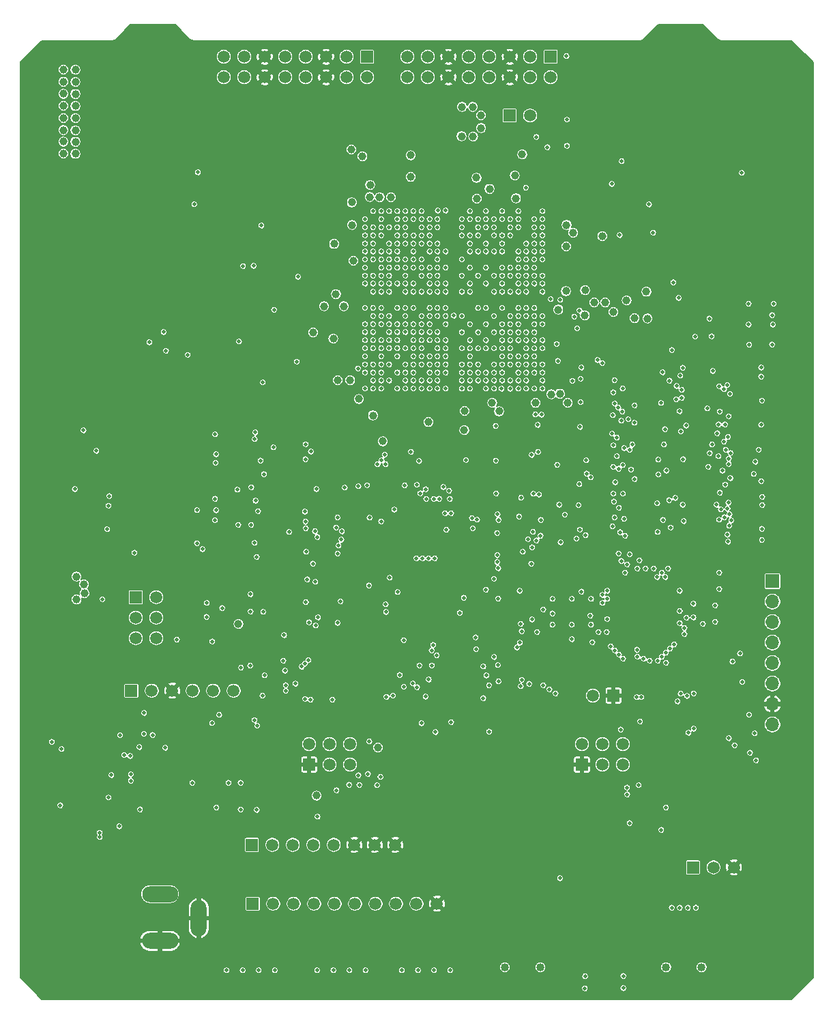
<source format=gbr>
G04 #@! TF.GenerationSoftware,KiCad,Pcbnew,(5.1.6)-1*
G04 #@! TF.CreationDate,2020-09-23T13:58:01+03:00*
G04 #@! TF.ProjectId,Cryptech Alpha,43727970-7465-4636-9820-416c7068612e,rev?*
G04 #@! TF.SameCoordinates,Original*
G04 #@! TF.FileFunction,Copper,L2,Inr*
G04 #@! TF.FilePolarity,Positive*
%FSLAX46Y46*%
G04 Gerber Fmt 4.6, Leading zero omitted, Abs format (unit mm)*
G04 Created by KiCad (PCBNEW (5.1.6)-1) date 2020-09-23 13:58:01*
%MOMM*%
%LPD*%
G01*
G04 APERTURE LIST*
G04 #@! TA.AperFunction,ViaPad*
%ADD10C,1.500000*%
G04 #@! TD*
G04 #@! TA.AperFunction,ViaPad*
%ADD11R,1.500000X1.500000*%
G04 #@! TD*
G04 #@! TA.AperFunction,ViaPad*
%ADD12O,1.700000X1.700000*%
G04 #@! TD*
G04 #@! TA.AperFunction,ViaPad*
%ADD13R,1.700000X1.700000*%
G04 #@! TD*
G04 #@! TA.AperFunction,ViaPad*
%ADD14O,2.000000X4.500000*%
G04 #@! TD*
G04 #@! TA.AperFunction,ViaPad*
%ADD15O,4.500000X2.000000*%
G04 #@! TD*
G04 #@! TA.AperFunction,WasherPad*
%ADD16C,1.016000*%
G04 #@! TD*
G04 #@! TA.AperFunction,ViaPad*
%ADD17C,0.500000*%
G04 #@! TD*
G04 #@! TA.AperFunction,ViaPad*
%ADD18C,1.000000*%
G04 #@! TD*
G04 #@! TA.AperFunction,ViaPad*
%ADD19C,0.600000*%
G04 #@! TD*
G04 #@! TA.AperFunction,Conductor*
%ADD20C,0.127000*%
G04 #@! TD*
G04 APERTURE END LIST*
D10*
X73730000Y19800000D03*
D11*
X76270000Y19800000D03*
D12*
X96000000Y16220000D03*
X96000000Y18760000D03*
X96000000Y21300000D03*
X96000000Y23840000D03*
X96000000Y26380000D03*
X96000000Y28920000D03*
X96000000Y31460000D03*
D13*
X96000000Y34000000D03*
D10*
X29133790Y20421600D03*
X26593790Y20421600D03*
X24053790Y20421600D03*
X21513790Y20421600D03*
X18973790Y20421600D03*
D11*
X16433790Y20421600D03*
D10*
X36580000Y-6000000D03*
X54360000Y-6000000D03*
X51820000Y-6000000D03*
X49280000Y-6000000D03*
X46740000Y-6000000D03*
X44200000Y-6000000D03*
X41660000Y-6000000D03*
X39120000Y-6000000D03*
X34040000Y-6000000D03*
D11*
X31500000Y-6000000D03*
D14*
X24800000Y-7800000D03*
D15*
X20000000Y-10600000D03*
X20000000Y-4800000D03*
D16*
X62800000Y-13884000D03*
X67209800Y-13884000D03*
X82800000Y-13884000D03*
X87209800Y-13884000D03*
D10*
X91219330Y-1500000D03*
X88679330Y-1500000D03*
D11*
X86139330Y-1500000D03*
D10*
X65916800Y91744800D03*
D11*
X63376800Y91744800D03*
X68472990Y99034600D03*
D10*
X68472990Y96494600D03*
X65932990Y99034600D03*
X65932990Y96494600D03*
X63392990Y99034600D03*
X63392990Y96494600D03*
X60852990Y99034600D03*
X60852990Y96494600D03*
X58312990Y99034600D03*
X58312990Y96494600D03*
X55772990Y99034600D03*
X55772990Y96494600D03*
X53232990Y99034600D03*
X53232990Y96494600D03*
X50692990Y99034600D03*
X50692990Y96494600D03*
D11*
X45689190Y99034600D03*
D10*
X45689190Y96494600D03*
X43149190Y99034600D03*
X43149190Y96494600D03*
X40609190Y99034600D03*
X40609190Y96494600D03*
X38069190Y99034600D03*
X38069190Y96494600D03*
X35529190Y99034600D03*
X35529190Y96494600D03*
X32989190Y99034600D03*
X32989190Y96494600D03*
X30449190Y99034600D03*
X30449190Y96494600D03*
X27909190Y99034600D03*
X27909190Y96494600D03*
D11*
X38506390Y11252200D03*
D10*
X38506390Y13792200D03*
X41046390Y11252200D03*
X41046390Y13792200D03*
X43586390Y11252200D03*
X43586390Y13792200D03*
D11*
X72364590Y11252200D03*
D10*
X72364590Y13792200D03*
X74904590Y11252200D03*
X74904590Y13792200D03*
X77444590Y11252200D03*
X77444590Y13792200D03*
D11*
X16980000Y32015000D03*
D10*
X19520000Y32015000D03*
X16980000Y29475000D03*
X19520000Y29475000D03*
X16980000Y26935000D03*
X19520000Y26935000D03*
X49190000Y1300000D03*
D11*
X31410000Y1300000D03*
D10*
X33950000Y1300000D03*
X36490000Y1300000D03*
X39030000Y1300000D03*
X41570000Y1300000D03*
X44110000Y1300000D03*
X46650000Y1300000D03*
D17*
X37600000Y23400000D03*
X24585000Y42815000D03*
X81700000Y34500000D03*
X84500000Y28800000D03*
X75438000Y27686000D03*
X68700000Y31800000D03*
X68700000Y30000000D03*
X71100000Y31800000D03*
X68700000Y28600000D03*
X71100000Y28600000D03*
X71100000Y26800000D03*
X38000000Y23800000D03*
X38400000Y24200000D03*
X92207800Y84632800D03*
X71100000Y30000000D03*
X79000000Y29000000D03*
X80000000Y29000000D03*
X80000000Y28000000D03*
X79000000Y28000000D03*
X78000000Y28000000D03*
X78000000Y29000000D03*
X78000000Y30000000D03*
X79000000Y30000000D03*
X80000000Y30000000D03*
X81000000Y30000000D03*
X81000000Y29000000D03*
X81000000Y28000000D03*
X82000000Y28000000D03*
X82000000Y29000000D03*
X82000000Y30000000D03*
X82000000Y31000000D03*
X81000000Y31000000D03*
X80000000Y31000000D03*
X79000000Y31000000D03*
X78000000Y31000000D03*
X82000000Y32000000D03*
X81000000Y32000000D03*
X80000000Y32000000D03*
X79000000Y32000000D03*
X78000000Y32000000D03*
X66000000Y5500000D03*
D18*
X60660000Y-14963590D03*
X80500000Y-9536420D03*
X89500000Y-15000000D03*
X89487400Y-9500000D03*
X80660000Y-15067780D03*
X69488400Y-15000000D03*
X69488400Y-9000000D03*
X60500000Y-9413610D03*
X85000000Y-8000000D03*
X66500000Y-9000000D03*
X35750000Y-16750000D03*
X57500000Y-16800000D03*
X48750000Y-16750000D03*
X47000000Y-16750000D03*
X37982000Y-16750000D03*
X27000000Y-16800000D03*
D17*
X30530800Y-9000000D03*
X30750000Y-1500000D03*
X8250000Y2654120D03*
X11772170Y2692730D03*
D18*
X43593770Y52492120D03*
D17*
X84554130Y15100740D03*
X87550000Y15025000D03*
X88679330Y15000730D03*
X89125000Y19525000D03*
X12100590Y12500610D03*
X16700000Y8425000D03*
X13550000Y4400000D03*
X11125000Y7400000D03*
X79450000Y21550000D03*
X69113400Y12736600D03*
X51436900Y77889100D03*
D18*
X46125000Y85949990D03*
X40950000Y87500000D03*
X47175000Y87350000D03*
X48700000Y87325000D03*
D17*
X55450100Y75882500D03*
X57448700Y75882500D03*
X72202200Y58097800D03*
X57453420Y67884780D03*
X58453420Y67884780D03*
X57448700Y70904100D03*
X58453420Y66884780D03*
X55450100Y71894700D03*
X59453420Y69892820D03*
X57453420Y65884780D03*
X58448700Y71894700D03*
X59453420Y66884780D03*
X54434100Y65889500D03*
X59448700Y70904100D03*
X52452900Y67889500D03*
X57448700Y72885300D03*
X55445380Y64884770D03*
X60453420Y69892820D03*
X59453420Y65884780D03*
X52452900Y70904100D03*
X58453420Y64884770D03*
X60453420Y66884780D03*
X59448700Y72885300D03*
X60448700Y71894700D03*
X57453420Y63884770D03*
X61453430Y67884780D03*
X55450100Y73901300D03*
X61448700Y70904100D03*
X51436900Y66889500D03*
X58448700Y73901300D03*
X60453420Y64884770D03*
X59453420Y63884770D03*
X61453430Y65884780D03*
X53443500Y73901300D03*
X59448700Y73901300D03*
X57448700Y74891900D03*
X61448700Y72885300D03*
X62453420Y66884780D03*
X60448700Y73901300D03*
X53443500Y62889500D03*
X61453430Y63884770D03*
X61448700Y73901300D03*
X49455700Y69888100D03*
X57453420Y61884780D03*
X63453420Y67884780D03*
X49455700Y66889500D03*
X63448700Y70904100D03*
X49455700Y71894700D03*
X59448700Y75882500D03*
X59453420Y61884780D03*
X50446300Y63889500D03*
X62448700Y73901300D03*
X60453420Y61884780D03*
X55450100Y76898500D03*
X48439700Y67889500D03*
X54434100Y76898500D03*
X50446300Y74891900D03*
X61448700Y75882500D03*
X61453430Y61884780D03*
X63448700Y73901300D03*
X60453420Y60884780D03*
X60448700Y76898500D03*
X55450100Y77889100D03*
X63448700Y74891900D03*
X58448700Y77889100D03*
X65453430Y65884780D03*
X63448700Y75882500D03*
X47449100Y64889500D03*
X52452900Y59889500D03*
X64453420Y62884780D03*
X55445380Y58884780D03*
X66453420Y69892820D03*
X55450100Y78905100D03*
X49455700Y60889500D03*
X64448700Y75882500D03*
X48439700Y61889500D03*
X62448700Y77889100D03*
X46433100Y72885300D03*
X45442500Y69888100D03*
X57448700Y79895700D03*
X64448700Y76898500D03*
X47449100Y75882500D03*
X63453420Y59884770D03*
X59453420Y57884780D03*
X59448700Y79895700D03*
X67448700Y72885300D03*
X48439700Y59889500D03*
X65448700Y76898500D03*
X61448700Y79895700D03*
X46433100Y61889500D03*
X65448700Y77889100D03*
X67453420Y61884780D03*
X63448700Y79895700D03*
X65448700Y78905100D03*
X66453420Y58884780D03*
X65448700Y79895700D03*
X45442500Y58889500D03*
X66448700Y79895700D03*
X46431200Y78909800D03*
X56413400Y79959200D03*
D18*
X7250000Y82000000D03*
X8250000Y82000000D03*
X9250000Y82000000D03*
X10250000Y82000000D03*
X11250000Y82000000D03*
X12250000Y82000000D03*
X13250000Y82000000D03*
X14250000Y82000000D03*
X15250000Y82000000D03*
X16250000Y82000000D03*
X17250000Y82000000D03*
X18250000Y82000000D03*
X18250000Y80750000D03*
X17250000Y80750000D03*
X16250000Y80750000D03*
X15250000Y80750000D03*
X14250000Y80750000D03*
X13250000Y80750000D03*
X12250000Y80750000D03*
X11250000Y80750000D03*
X10250000Y80750000D03*
X9250000Y80750000D03*
X8250000Y80750000D03*
X7250000Y80750000D03*
X18250000Y79500000D03*
X17250000Y79500000D03*
X16250000Y79500000D03*
X15250000Y79500000D03*
X14250000Y79500000D03*
X13250000Y79500000D03*
X12250000Y79500000D03*
X11250000Y79500000D03*
X10250000Y79500000D03*
X9250000Y79500000D03*
X8250000Y79500000D03*
X7250000Y79500000D03*
X18250000Y78250000D03*
X17250000Y78250000D03*
X16250000Y78250000D03*
X15250000Y78250000D03*
X14250000Y78250000D03*
X13250000Y78250000D03*
X12250000Y78250000D03*
X11250000Y78250000D03*
X10250000Y78250000D03*
X9250000Y78250000D03*
X8250000Y78250000D03*
X7250000Y78250000D03*
X18250000Y77000000D03*
X17250000Y77000000D03*
X16250000Y77000000D03*
X15250000Y77000000D03*
X14250000Y77000000D03*
X13250000Y77000000D03*
X12250000Y77000000D03*
X11250000Y77000000D03*
X10250000Y77000000D03*
X9250000Y77000000D03*
X8250000Y77000000D03*
X7250000Y77000000D03*
X18250000Y75750000D03*
X17250000Y75750000D03*
X16250000Y75750000D03*
X15250000Y75750000D03*
X14250000Y75750000D03*
X13250000Y75750000D03*
X12250000Y75750000D03*
X11250000Y75750000D03*
X10250000Y75750000D03*
X9250000Y75750000D03*
X8250000Y75750000D03*
X7250000Y75750000D03*
X18250000Y74500000D03*
X17250000Y74500000D03*
X16250000Y74500000D03*
X15250000Y74500000D03*
X14250000Y74500000D03*
X13250000Y74500000D03*
X12250000Y74500000D03*
X11250000Y74500000D03*
X10250000Y74500000D03*
X9250000Y74500000D03*
X8250000Y74500000D03*
X7250000Y74500000D03*
X39025000Y62075000D03*
X41475000Y62025000D03*
X41050000Y54450000D03*
X51300000Y53800000D03*
X55700000Y52700000D03*
X55775000Y55075000D03*
X67950000Y51650000D03*
X69750040Y51650000D03*
X70500000Y64675000D03*
X72750000Y64300000D03*
X76325000Y64300000D03*
X73825000Y63050000D03*
X75325000Y63050000D03*
X70375000Y71950000D03*
X72750000Y72025000D03*
X80400000Y73050000D03*
X78975000Y73025000D03*
X77925000Y74700000D03*
X81450000Y74625000D03*
X70350000Y73825000D03*
X74825000Y74525000D03*
X69275000Y80925000D03*
X68125000Y81450000D03*
X62875000Y82675000D03*
X55350000Y81525000D03*
X55325000Y84000000D03*
X62200000Y86850000D03*
X61000000Y85575000D03*
X54025000Y83050000D03*
X49725000Y86075000D03*
X52300000Y89200000D03*
X50925000Y89175000D03*
X50925000Y92800000D03*
X52300000Y92775000D03*
X49925000Y91725000D03*
X49950000Y90275000D03*
X39525000Y86450000D03*
X42075010Y80975000D03*
X42200000Y78175000D03*
X42450000Y72675000D03*
X42875000Y66100000D03*
X40350000Y66375000D03*
X38775000Y76600000D03*
X39900000Y76600000D03*
X40375000Y79200000D03*
X38775000Y72825000D03*
X39825000Y72800000D03*
X39875000Y75375000D03*
X24275000Y99850000D03*
X24275000Y98350000D03*
X24275000Y94850000D03*
X24275000Y93350000D03*
X24275000Y89850000D03*
X24275000Y88250000D03*
X5150000Y53724980D03*
X5100000Y54900000D03*
X6400000Y56700000D03*
X7700000Y56700000D03*
X7800000Y58900000D03*
X6500000Y58900000D03*
X5100000Y61600000D03*
X5100000Y60300000D03*
X12100000Y67900000D03*
X12100000Y66500000D03*
X13800000Y69600000D03*
X32900000Y54000000D03*
X36500000Y54200000D03*
X24800000Y51400000D03*
X24800000Y49900000D03*
X24800000Y47000000D03*
X24800000Y45500000D03*
X7200000Y40150000D03*
X7200000Y42100000D03*
X4150000Y40150000D03*
X4100000Y42100000D03*
X29750000Y24450000D03*
X92300000Y6200000D03*
X86425000Y5075000D03*
X74850000Y8475000D03*
X48275000Y8500000D03*
X26850000Y8975000D03*
X7750000Y17050000D03*
X25275000Y16900000D03*
X43549990Y51350000D03*
X74300000Y73300000D03*
D17*
X94100000Y62000000D03*
X93300000Y57800000D03*
X94600000Y58400000D03*
X94600000Y55400000D03*
X94600000Y52400000D03*
X94676800Y45423200D03*
X94795600Y41495600D03*
X93500000Y38100000D03*
X79000000Y60400000D03*
X77505400Y58894600D03*
X77424400Y56024400D03*
X73556800Y61456800D03*
X72128800Y52128800D03*
X60934600Y50865400D03*
X56588800Y51511200D03*
X50147600Y50052400D03*
X39717600Y50082400D03*
X31235800Y44935800D03*
X29821800Y41978200D03*
X29417600Y36717600D03*
X27207800Y33007800D03*
X27550000Y32050000D03*
X31123000Y31377000D03*
X32700000Y39300000D03*
X39200000Y21400000D03*
X37800000Y21600000D03*
X40470200Y20729800D03*
D18*
X48450000Y13350000D03*
D17*
X55186200Y15313800D03*
X62400000Y15951200D03*
X67529000Y21971000D03*
X68584000Y23684000D03*
X67792600Y23007400D03*
X66156600Y30243400D03*
X66038400Y35161600D03*
X66285400Y41114600D03*
X65042800Y88442800D03*
X87923600Y60326400D03*
X89416000Y59166000D03*
X89454200Y56045800D03*
X88423600Y53326400D03*
X89487400Y45987400D03*
X89398000Y40648000D03*
X88439200Y39310800D03*
X48439700Y57889500D03*
D18*
X63200000Y52650000D03*
X60100000Y52800000D03*
D17*
X72150000Y55375000D03*
X58000000Y50825000D03*
X81450000Y53375000D03*
X72007600Y41392400D03*
X87800000Y43324000D03*
X43900000Y62875000D03*
X77453780Y45852240D03*
D18*
X66478240Y52027540D03*
X65053170Y52702570D03*
D17*
X72157800Y45042200D03*
X72117400Y38182600D03*
X78810800Y39310800D03*
X81300000Y11150000D03*
X86131400Y10168600D03*
X89525000Y9425000D03*
X88100000Y10300000D03*
X89600000Y10275000D03*
X93163400Y19813400D03*
X88032000Y24968000D03*
X89032000Y24032000D03*
X79655400Y18619600D03*
X83546400Y18103600D03*
X79600000Y15597000D03*
X74225000Y16700000D03*
X12875000Y27375000D03*
X13000000Y23050000D03*
X26600000Y24550000D03*
X51816000Y12559000D03*
X36000000Y15825000D03*
X20750000Y7697600D03*
X21500000Y9225000D03*
X20625000Y11228200D03*
X22325000Y11375000D03*
X20686390Y12336400D03*
X8564000Y6886000D03*
X13575000Y2850000D03*
X53725000Y11975000D03*
X17225000Y4500000D03*
X17170000Y3000000D03*
X12717200Y15782800D03*
X73500000Y95250000D03*
X73500000Y90000000D03*
X73500000Y88000000D03*
X73500000Y82750000D03*
X77500000Y78750000D03*
X82250000Y78750000D03*
X85000000Y78750000D03*
X90000000Y78750000D03*
X94000000Y82750000D03*
X93954600Y92647600D03*
X90000000Y99250000D03*
X85000000Y99250000D03*
X82500000Y99250000D03*
X77500000Y99250000D03*
X76500000Y96250000D03*
X80000000Y96250000D03*
X83250000Y96250000D03*
X76500000Y93500000D03*
X80000000Y93500000D03*
X83250000Y93500000D03*
X76500000Y90750000D03*
X80000000Y90750000D03*
X76500000Y81500000D03*
X87000000Y83250000D03*
X92000000Y81250000D03*
X92250000Y96250000D03*
X94000000Y95250000D03*
X94000000Y90000000D03*
X94000000Y88000000D03*
X87000000Y96250000D03*
X70250000Y92500000D03*
X70250000Y98250000D03*
X70750000Y96338800D03*
X71500000Y85250000D03*
X71500000Y84000000D03*
X27200000Y84700000D03*
X27500000Y78100000D03*
X26831200Y71831200D03*
X28194000Y71431000D03*
X26050000Y74900000D03*
D18*
X25525000Y79000000D03*
X31525000Y82500000D03*
X32000000Y94000000D03*
X37000000Y94000000D03*
X44250000Y94000000D03*
D17*
X35375000Y81625000D03*
X30169400Y76344400D03*
X31580600Y76344400D03*
X30200000Y77300000D03*
X23225000Y63625000D03*
X23617800Y65082200D03*
X14833600Y48408600D03*
X14475000Y40625000D03*
X16217800Y41232200D03*
X32350000Y77375000D03*
X51970900Y81785740D03*
X53467000Y79925800D03*
X52451000Y74887200D03*
X51460400Y71890000D03*
X68875000Y64900000D03*
X22150000Y48850000D03*
X21680000Y41545000D03*
X20125000Y40400000D03*
X40125000Y51675000D03*
X31823000Y49123000D03*
X50000000Y29475000D03*
X94239400Y72110600D03*
X91325000Y74000000D03*
D18*
X48450000Y55000000D03*
D17*
X44602400Y76352400D03*
D18*
X42875000Y70675000D03*
D17*
X68300000Y67775000D03*
D18*
X35400000Y65200000D03*
X31500000Y65200000D03*
X34100000Y65200000D03*
X31550000Y63475000D03*
X70800000Y53025000D03*
D17*
X35925000Y59100000D03*
D18*
X34425000Y52400000D03*
X42100000Y52675000D03*
D17*
X32600000Y29100000D03*
X44550000Y24225000D03*
D18*
X43725000Y76800000D03*
D17*
X70225000Y88750000D03*
X70144800Y89419800D03*
X70125000Y90075000D03*
X70225000Y82350000D03*
X15900780Y40426970D03*
D18*
X24617800Y82092800D03*
D17*
X77503780Y40626980D03*
X78850000Y43750000D03*
X37875000Y16575000D03*
X42375000Y45025000D03*
X10850000Y35875000D03*
X16579200Y11375000D03*
X80350000Y10525000D03*
X85104150Y7750380D03*
X21076030Y4675230D03*
X88135400Y15286200D03*
X84135120Y20567680D03*
D19*
X11745800Y41747200D03*
X11745800Y42347200D03*
X11745800Y42947200D03*
X11145800Y42947200D03*
X11145800Y42347200D03*
X11145800Y41747200D03*
X9945800Y41747200D03*
X9945800Y42347200D03*
X9945800Y42947200D03*
X10545800Y42947190D03*
X10545800Y42347190D03*
X10545800Y41747200D03*
X35758400Y75905600D03*
X35758400Y75305610D03*
X35758400Y74705610D03*
X36358400Y74705600D03*
X36358400Y75305600D03*
X36358400Y75905600D03*
X35158400Y75905600D03*
X35158400Y75305600D03*
X35158400Y74705600D03*
X34558400Y74705600D03*
X34558400Y75305600D03*
X34558400Y75905600D03*
X23509200Y54455200D03*
X23509200Y55055200D03*
X23509200Y55655200D03*
X22909200Y55655200D03*
X22909200Y55055200D03*
X22909200Y54455200D03*
X24109200Y54455210D03*
X24109200Y55055200D03*
X24109200Y55655200D03*
X24709200Y55655200D03*
X24709200Y55055200D03*
X24709200Y54455200D03*
X23509200Y56255200D03*
X23509200Y56855200D03*
X23509200Y57455200D03*
X22909200Y57455200D03*
X22909200Y56855200D03*
X22909200Y56255200D03*
X24109200Y56255210D03*
X24109200Y56855200D03*
X24109200Y57455200D03*
X24709200Y57455200D03*
X24709200Y56855200D03*
X24709200Y56255200D03*
X29234200Y59830200D03*
X29234200Y60430200D03*
X28634200Y60430200D03*
X28634200Y59830200D03*
X29834200Y59830200D03*
X29834200Y60430200D03*
X30434200Y60430200D03*
X30434200Y59830200D03*
X24709200Y58055210D03*
X24709200Y58655200D03*
X24709200Y59255200D03*
X24109200Y59255200D03*
X24109200Y58655200D03*
X24109200Y58055210D03*
X22909200Y58055210D03*
X22909200Y58655200D03*
X22909200Y59255200D03*
X23509200Y59255200D03*
X23509200Y58655200D03*
X23509200Y58055200D03*
D17*
X61000000Y8475000D03*
X61000000Y2000000D03*
X59500000Y5500000D03*
X84599400Y11125600D03*
X29550000Y38550000D03*
X52550000Y56400000D03*
X50446300Y61889500D03*
X48439700Y76898500D03*
X49455700Y58889500D03*
X12625000Y21175000D03*
X45448600Y66878200D03*
D18*
X38750000Y75425000D03*
D17*
X68700000Y30900000D03*
X71100000Y30900000D03*
X68700000Y27700000D03*
X71100000Y27700000D03*
X87400000Y26500000D03*
X87200000Y31200000D03*
X87200000Y29500000D03*
X93400000Y31800000D03*
X94600000Y31800000D03*
X95800000Y8800000D03*
X20537242Y4325010D03*
X25051220Y6875010D03*
X83635400Y23622000D03*
X86199998Y25400000D03*
X81050000Y14900000D03*
X48439700Y78905100D03*
D18*
X54020883Y85790010D03*
D17*
X48500000Y34425000D03*
X55550000Y40375000D03*
X45925000Y33475000D03*
X37982000Y42621260D03*
X66313640Y44843000D03*
X46000000Y41875000D03*
X67250000Y41600000D03*
X48002340Y31126520D03*
X64800000Y44350000D03*
X61975000Y35600000D03*
X61725000Y44875000D03*
X42025000Y37425000D03*
X61850000Y37250000D03*
X45975000Y14125000D03*
X41900000Y8075000D03*
X47352310Y9725470D03*
X46925000Y8700000D03*
X45800000Y10100000D03*
X44727180Y8725430D03*
X43450000Y8750000D03*
X44625000Y9925000D03*
X48439700Y60889500D03*
X76050000Y83275000D03*
X56450000Y66925000D03*
X50446300Y59889500D03*
X90000000Y51300000D03*
X35400000Y27300000D03*
X72900000Y49000000D03*
X51436900Y57889500D03*
X90500000Y51900000D03*
X76700000Y51800000D03*
X39300000Y28500000D03*
X51436900Y58889500D03*
X76100000Y52300000D03*
X38500000Y28900000D03*
X89150000Y52350000D03*
X84625000Y52575000D03*
X51436900Y59889500D03*
X78103810Y54077640D03*
X32800000Y30200000D03*
X50446300Y57889500D03*
X38100000Y31400000D03*
X82654030Y52852580D03*
X77228770Y53902630D03*
X54434100Y58889500D03*
X39600000Y29500000D03*
X88504320Y50952490D03*
X78603840Y50952490D03*
X78290380Y50290380D03*
X90200000Y50300000D03*
X54434100Y57889500D03*
X45700000Y45900000D03*
X47900000Y49700000D03*
X52452900Y58889500D03*
X77600000Y50500000D03*
X88225000Y49875000D03*
X47000000Y48500000D03*
X52452900Y57889500D03*
X89300000Y49500000D03*
X76253790Y50864570D03*
X47499900Y48999900D03*
X54434100Y59889500D03*
X84925000Y49125000D03*
X81825000Y49075000D03*
X48000000Y48500000D03*
X53443500Y58889500D03*
X82554030Y50952490D03*
X69275000Y48425000D03*
X90600000Y49200000D03*
X53443500Y59889500D03*
X42925000Y45600000D03*
X77425000Y48400000D03*
X58453420Y57884780D03*
X89800000Y47700000D03*
X81850000Y47225000D03*
X61450000Y34300000D03*
X66453420Y61884780D03*
X64625000Y32800000D03*
X76700000Y49500000D03*
X55445380Y57884780D03*
X90799820Y49899900D03*
X60450000Y32950000D03*
X60453420Y57884780D03*
X94300000Y50300000D03*
X78903850Y46677280D03*
X61975000Y31828260D03*
X59453420Y58884780D03*
X61900000Y42300000D03*
X60453420Y58884780D03*
X62000000Y41600000D03*
X61453430Y59884770D03*
X64553150Y42025000D03*
X46433100Y57889500D03*
X35600000Y20400000D03*
X45442500Y57889500D03*
X35600000Y21100000D03*
X36800000Y21300000D03*
X47449100Y57889500D03*
X46433100Y59889500D03*
X35500000Y22900000D03*
X45442500Y59889500D03*
X32700000Y19800000D03*
X48900000Y19800000D03*
X49455700Y57889500D03*
X48439700Y58889500D03*
X48100000Y19650000D03*
X57453420Y60884780D03*
X59350000Y41625000D03*
X61453430Y57884780D03*
X61825000Y39975000D03*
X90425000Y39775000D03*
X77100000Y40075000D03*
X62375000Y57875000D03*
X76150000Y40800000D03*
X65675000Y39200000D03*
X90625000Y40875000D03*
X90879430Y41527030D03*
X67453420Y62884780D03*
X76400000Y41900000D03*
X59164794Y27035206D03*
X66453420Y62884780D03*
X90675000Y42300000D03*
X71675000Y39275000D03*
X59226186Y25572598D03*
X57453420Y57884780D03*
X90425000Y43000000D03*
X76953760Y43102100D03*
X55975000Y44200000D03*
X57440220Y58884780D03*
X53025000Y44200000D03*
X90525000Y43725000D03*
X76325000Y43875000D03*
X57453420Y59884770D03*
X50377460Y45877240D03*
X83175000Y44050000D03*
X55445380Y59884770D03*
X52150000Y48900000D03*
X83950000Y44325000D03*
X49455700Y59889500D03*
X51875000Y45950000D03*
X84850000Y43475000D03*
X46433100Y58889500D03*
X52300000Y44900000D03*
X89054350Y43475000D03*
X69525000Y43475000D03*
X47449100Y60889500D03*
X52975000Y45400000D03*
X81711360Y43656990D03*
X89600000Y42900000D03*
X53950000Y44200000D03*
X52452900Y66889500D03*
X90025000Y41925000D03*
X82400000Y41600000D03*
X54627670Y44227160D03*
X47449100Y62889500D03*
X76250000Y44850000D03*
X83375000Y40650000D03*
X67453420Y58884780D03*
X85000000Y41450000D03*
X67025000Y44750000D03*
X67453420Y57884780D03*
X81750000Y40100000D03*
X66453420Y57884780D03*
X90500000Y38900000D03*
X77725000Y39625000D03*
X76900000Y37425000D03*
X65453430Y57884780D03*
X90575000Y54450000D03*
X76200000Y54575000D03*
X65453430Y59884770D03*
X84475000Y55075000D03*
X66900000Y50025000D03*
X65453430Y58884780D03*
X84075000Y56550000D03*
X66128230Y49652420D03*
X63453420Y58884780D03*
X84754140Y56752770D03*
X67353290Y54652670D03*
X63449880Y57874880D03*
X76250000Y57425000D03*
X66875000Y53375000D03*
X90725000Y57225010D03*
X76400000Y58925000D03*
X64900000Y21769670D03*
X90404410Y58327850D03*
X64453420Y59884770D03*
X69375000Y61325000D03*
X64775000Y20975000D03*
X84575000Y59500000D03*
X71175000Y58850000D03*
X64453420Y58884780D03*
X84879140Y60477950D03*
X64453420Y61884780D03*
X62003030Y21576050D03*
X82375000Y59900000D03*
X88600000Y60075000D03*
X74300000Y61425000D03*
X58453420Y60884780D03*
X61925000Y23600000D03*
X83225000Y58875000D03*
X60825000Y21075000D03*
X64453420Y64884770D03*
X83525000Y62675000D03*
X60500000Y22300000D03*
X84100000Y58200000D03*
X74875000Y61050000D03*
X55445380Y60884780D03*
X90000000Y57807000D03*
X60125000Y23425000D03*
X53443500Y60889500D03*
X84750000Y57725010D03*
X86400000Y64325000D03*
X47449100Y61889500D03*
X82175000Y56100000D03*
X84350000Y69125000D03*
X32068820Y16075000D03*
X49455700Y61889500D03*
X78900000Y55800000D03*
X88450000Y64375000D03*
X31728800Y16775000D03*
X31175000Y23525000D03*
X46433100Y64889500D03*
X76875000Y55525000D03*
X87900000Y55425000D03*
X76428730Y56027730D03*
X30050000Y23275000D03*
X46433100Y65889500D03*
X90100000Y53450000D03*
X93675000Y47300000D03*
X76471760Y46265120D03*
X52200000Y23550000D03*
X90137400Y45987410D03*
X78450000Y47850000D03*
X53725000Y23550000D03*
X85279160Y53302600D03*
X69700000Y38825000D03*
X53700000Y25400000D03*
X78875000Y53650000D03*
X89325000Y53450000D03*
X53900000Y26100000D03*
X63453420Y61884780D03*
X57200000Y30075000D03*
X58700000Y41823870D03*
X50446300Y60889500D03*
X58827870Y40551980D03*
X51436900Y60889500D03*
X62453420Y59884770D03*
X66575000Y54675000D03*
X57700000Y31950000D03*
X66175000Y38200000D03*
X62453420Y58884780D03*
X61653010Y53252600D03*
X56134000Y16510000D03*
X66725000Y39050000D03*
X72950000Y47350000D03*
X42150000Y38425000D03*
X64875000Y27800000D03*
X53350000Y21800000D03*
X88054300Y48177350D03*
X76900000Y47950000D03*
X71950000Y43425000D03*
X82825000Y47700000D03*
X67225000Y39650000D03*
X51377510Y21301040D03*
X93885400Y48810400D03*
X78300000Y37325000D03*
X54350000Y24800000D03*
X38975000Y36175000D03*
X38125000Y37650000D03*
X49750000Y22375000D03*
X70228430Y42252060D03*
X76228260Y48175000D03*
X90575000Y48525000D03*
X44625000Y45775000D03*
X47427310Y41402020D03*
X73450000Y46875000D03*
X90775000Y46775000D03*
X25800000Y31300000D03*
X25775000Y29575000D03*
X50250000Y20900000D03*
X26900000Y48675000D03*
X39400000Y45425000D03*
X49455700Y78905100D03*
X70450000Y99125000D03*
X50446300Y76898500D03*
X65400000Y82800000D03*
X53443500Y75882500D03*
X54434100Y75882500D03*
X55448200Y79959200D03*
X54457600Y79959200D03*
X54434100Y77889100D03*
X54434100Y78905100D03*
X52452900Y79895700D03*
X52452900Y78905100D03*
X51436900Y79895700D03*
X52452900Y77889100D03*
X51436900Y78905100D03*
X53443500Y76898500D03*
X49455700Y77889100D03*
X46433100Y79895700D03*
X47449100Y77889100D03*
X45442500Y77889100D03*
X65453430Y62884780D03*
X69225000Y63425000D03*
X67453420Y63884770D03*
X45442500Y60889500D03*
X49075000Y42875000D03*
X77950000Y8400000D03*
X47449100Y58889500D03*
X51900000Y20850000D03*
X77975000Y7550000D03*
X88175000Y66575000D03*
X53443500Y74891900D03*
X65024990Y37656640D03*
X51436900Y74891900D03*
X61850000Y36375000D03*
X50446300Y75882500D03*
X52950000Y19675000D03*
X53443500Y77889100D03*
X52450000Y16375000D03*
X32900000Y47275000D03*
X55450100Y70904100D03*
X58448700Y70904100D03*
X55445380Y65884780D03*
X55450100Y72885300D03*
X57453420Y64884770D03*
X55424700Y67889500D03*
D18*
X47250000Y81625000D03*
X48650000Y81625000D03*
X46075000Y83150000D03*
X44000000Y73725000D03*
X51100000Y84125000D03*
X51100000Y86825000D03*
X46025000Y81650000D03*
X57802820Y55102690D03*
D17*
X57453420Y69892820D03*
X57453420Y66884780D03*
X57448700Y71894700D03*
X58453420Y65884780D03*
X60453420Y67884780D03*
X59448700Y71894700D03*
X58448700Y72885300D03*
X60448700Y70904100D03*
X59453420Y64884770D03*
X60453420Y65884780D03*
X61453430Y69892820D03*
X58453420Y63884770D03*
X61453430Y66884780D03*
X60448700Y72885300D03*
X61448700Y71894700D03*
X60453420Y63884770D03*
X61453430Y64884770D03*
D18*
X41825000Y69600000D03*
X40350000Y68100000D03*
X42800000Y68100000D03*
X43600000Y58924980D03*
X44675000Y56600000D03*
X57750000Y52725000D03*
X61225000Y56125000D03*
X75250000Y68550000D03*
X73875000Y68550000D03*
X76275000Y67375000D03*
X69425000Y67675000D03*
X77900000Y68825000D03*
X78900000Y66600000D03*
X80500000Y66575000D03*
X80350000Y69900000D03*
X70375000Y69975000D03*
X60900000Y82650000D03*
X59300000Y81450000D03*
X59275000Y84025000D03*
X57475000Y92825000D03*
X58800000Y92825000D03*
X59825000Y91775000D03*
X59850000Y90200000D03*
X57425000Y89175000D03*
X58850000Y89150000D03*
X72725000Y66950000D03*
X42050000Y58924980D03*
X72753550Y70078420D03*
D17*
X15050000Y14900000D03*
X38050000Y41400000D03*
X24575000Y38700000D03*
X32476580Y48952390D03*
X85400000Y19775000D03*
X86225000Y20075000D03*
X84600000Y20050000D03*
X93108400Y17433400D03*
X64653150Y26376290D03*
X93800000Y15125000D03*
X64279110Y25785200D03*
X92250000Y21500000D03*
X93218000Y12718000D03*
X93968000Y11782000D03*
X91968000Y25032000D03*
X91032000Y24032000D03*
X79725000Y19619600D03*
X79578000Y16597000D03*
X30000000Y5675000D03*
X32000000Y5625000D03*
X79171560Y19622870D03*
X82804000Y23876000D03*
X84229700Y19084940D03*
X77173070Y15605840D03*
X15550000Y12450000D03*
X38100000Y40550000D03*
X25275000Y37975000D03*
X39225000Y40200000D03*
X18025000Y17650000D03*
X6571600Y14071600D03*
X7773400Y13176600D03*
X7621000Y6204000D03*
X12500000Y2800000D03*
X19069200Y14919200D03*
X27351200Y17426200D03*
X14940800Y3590800D03*
X26450000Y16400000D03*
X20638600Y13336400D03*
X39550000Y4800000D03*
X12516240Y2253300D03*
X13600000Y7175000D03*
X17512500Y5687500D03*
D18*
X39425000Y7402400D03*
D17*
X31825000Y52450000D03*
X31750000Y51625000D03*
X38050000Y49123000D03*
X34075000Y50600000D03*
X29802200Y63725000D03*
X32750000Y58650000D03*
X45500000Y-14250000D03*
X41500000Y-14250000D03*
X39500000Y-14250000D03*
X43500000Y-14250000D03*
X34250000Y-14250000D03*
X30255000Y-14250000D03*
X28250000Y-14250000D03*
X32250000Y-14250000D03*
X83500000Y-6500000D03*
X72750000Y-15000000D03*
X52000000Y-14250000D03*
X56000000Y-14250000D03*
X54000000Y-14250000D03*
X50000000Y-14250000D03*
X85500000Y-6500000D03*
X77496220Y-14963590D03*
X86500000Y-6500000D03*
X77496220Y-16469460D03*
X16825000Y37525000D03*
X82200000Y3150000D03*
X24250000Y80750000D03*
X32975000Y22325000D03*
X45442500Y62889500D03*
X30300000Y73075000D03*
X10498200Y52700000D03*
X23436600Y62069330D03*
X13610600Y43360600D03*
D18*
X8000000Y88514570D03*
X9500000Y88494600D03*
X9500000Y87000000D03*
X8000000Y87019970D03*
X8000000Y91439570D03*
X9500000Y91419600D03*
X9500000Y89925000D03*
X8000000Y89944970D03*
X8000000Y94439570D03*
X9500000Y94419600D03*
X9500000Y92925000D03*
X8000000Y92944970D03*
X8000000Y95944970D03*
X9500000Y95925000D03*
X9500000Y97419600D03*
X8000000Y97439570D03*
D17*
X70500000Y88000000D03*
X24700000Y84700000D03*
X31600000Y73100000D03*
X20750000Y62575000D03*
X13698400Y44551600D03*
X26825000Y44225000D03*
X26950000Y42800000D03*
X26801310Y41552030D03*
X82797720Y5925000D03*
X13950000Y9950000D03*
X37125000Y71750000D03*
X18675000Y63625000D03*
X20450000Y64900000D03*
X12090000Y50165000D03*
X13425000Y40450000D03*
X9425000Y45425000D03*
X32575000Y78100000D03*
X69634500Y-2832500D03*
D18*
X43750000Y87525000D03*
X45125000Y86700080D03*
D17*
X50446300Y79895700D03*
D18*
X62075000Y55075000D03*
D17*
X53443500Y67889500D03*
X54434100Y71894700D03*
X55445380Y63884770D03*
X52452900Y64889500D03*
X50446300Y69888100D03*
X55450100Y74891900D03*
X51436900Y72885300D03*
X62448700Y72885300D03*
X60453420Y62884780D03*
X49455700Y65889500D03*
X52452900Y75882500D03*
X63453420Y64884770D03*
X64453420Y67884780D03*
X51436900Y61889500D03*
X62453420Y61884780D03*
X47449100Y70904100D03*
X58453420Y59884770D03*
X48439700Y73901300D03*
X65448700Y71894700D03*
X48439700Y62889500D03*
X46433100Y66889500D03*
X53443500Y78905100D03*
X49455700Y76898500D03*
X61453430Y58884780D03*
X66453420Y63884770D03*
X67453420Y66884780D03*
X53443500Y57889500D03*
X50446300Y58889500D03*
X66448700Y74891900D03*
X65453430Y60884780D03*
X45442500Y63889500D03*
X45442500Y74891900D03*
X47449100Y59889500D03*
X46433100Y77889100D03*
X64453420Y57884780D03*
X67448700Y77889100D03*
D18*
X41500000Y64075000D03*
X53300000Y53725000D03*
X68550000Y57175000D03*
X66600000Y56100000D03*
X71275000Y77225000D03*
X74875000Y76800000D03*
X64175000Y81475000D03*
X64950000Y86925000D03*
X64025000Y84325000D03*
X43800000Y80975000D03*
X43825000Y78175000D03*
X41600000Y75825000D03*
X9625000Y34575000D03*
X10575000Y33600000D03*
X10625000Y32525000D03*
X9650000Y31725000D03*
X29725000Y28700000D03*
X47650000Y51350000D03*
X70400000Y75500000D03*
D17*
X94600000Y60500000D03*
X94600000Y59377200D03*
X94700000Y56400000D03*
X94600000Y53400000D03*
X94600000Y46400000D03*
X94695600Y40495600D03*
X94692000Y39108000D03*
X77405400Y57894600D03*
X77375600Y55024400D03*
X72202200Y59097800D03*
X72300000Y60500000D03*
X72200000Y56200000D03*
X72128800Y53128800D03*
X51147600Y50052400D03*
X31335800Y45635800D03*
X31321800Y40978200D03*
X29721800Y40978200D03*
X31223000Y32377000D03*
X38000000Y19400000D03*
X38700000Y19300000D03*
D18*
X47050000Y13350000D03*
D17*
X54186200Y15286200D03*
X60841000Y15341000D03*
X66156600Y29243400D03*
X66061600Y36161600D03*
X66285400Y40114600D03*
X68080000Y87820000D03*
X66700400Y89099600D03*
X89416000Y58166000D03*
X89454200Y55045800D03*
X89487400Y44987400D03*
D18*
X70600000Y56124990D03*
X69625000Y57250000D03*
X46425000Y54550000D03*
D17*
X54434100Y60889500D03*
X57975000Y49025000D03*
X61675000Y48950000D03*
X38717600Y50082400D03*
X72107600Y40392400D03*
X72825000Y39700000D03*
X77453780Y44852190D03*
X89379360Y41627030D03*
X72042200Y46042200D03*
X91291800Y13633200D03*
X12850000Y31750000D03*
X18009600Y15059600D03*
X80695800Y80725000D03*
X47455200Y67894200D03*
X38075000Y50975000D03*
X26838600Y52211400D03*
X26940200Y49734800D03*
X42025000Y28825000D03*
X93052200Y68402200D03*
X93052200Y65827200D03*
X93127200Y63327200D03*
X79400000Y8700000D03*
X83704080Y71053470D03*
X44552170Y60377950D03*
D18*
X39000000Y64825000D03*
D17*
X36975000Y61225000D03*
X34150000Y67650000D03*
X31850000Y43975000D03*
X32175000Y42675000D03*
X31726550Y38751890D03*
X31242000Y30226000D03*
X48050000Y30175000D03*
X50225000Y26675000D03*
X29595000Y45355000D03*
X65800000Y21275000D03*
X77572600Y41727400D03*
X77290800Y86090800D03*
D18*
X70450000Y78175000D03*
D17*
X77048600Y76920600D03*
X81207400Y77225000D03*
X32000000Y37000000D03*
X42025000Y41900000D03*
X38275000Y34225000D03*
X27700000Y30675000D03*
X41850000Y40650000D03*
X39275000Y33925000D03*
X39525000Y39475000D03*
X42575000Y40175000D03*
X49475000Y32650000D03*
X42500000Y39150000D03*
X36000000Y40100000D03*
X42400000Y31500000D03*
X26475000Y26525000D03*
X16375000Y9250000D03*
X16375000Y10050000D03*
X85575000Y15200000D03*
X86229210Y15700770D03*
X61450000Y24600000D03*
X60125000Y19500000D03*
X17425000Y13425000D03*
X16275000Y12325000D03*
X90600000Y14525000D03*
X70500000Y91250000D03*
X84500000Y-6500000D03*
X72725000Y-16500000D03*
X57448700Y73901300D03*
X22100000Y26750000D03*
X78275000Y4000000D03*
X41400000Y19300000D03*
X59453420Y62884780D03*
X58453420Y62884780D03*
X57453420Y62884780D03*
X96152200Y68401800D03*
X54434100Y64889500D03*
X68475000Y68975000D03*
X96052200Y65834400D03*
X54434100Y63889500D03*
X69675000Y68889000D03*
X95952200Y63352200D03*
X55445380Y61884780D03*
X71775000Y65350000D03*
X55445380Y62884780D03*
X71409770Y66809780D03*
X55445380Y66884780D03*
X55441360Y69896840D03*
X45442500Y65889500D03*
X45442500Y64889500D03*
X48439700Y63889500D03*
X95952200Y67001800D03*
X54434100Y62889500D03*
X72050000Y67575000D03*
X58453420Y58884780D03*
X59453420Y59884770D03*
X60453420Y59884770D03*
X66453420Y59884770D03*
X46433100Y60889500D03*
X52452900Y60889500D03*
X59453420Y60884780D03*
X61453430Y60884780D03*
X62453420Y60884780D03*
X63453420Y60884780D03*
X64453420Y60884780D03*
X45442500Y61889500D03*
X52452900Y61889500D03*
X53443500Y61889500D03*
X54434100Y61889500D03*
X58453420Y61884780D03*
X46433100Y62889500D03*
X49455700Y62889500D03*
X50446300Y62889500D03*
X51436900Y62889500D03*
X52452900Y62889500D03*
X61453430Y62884780D03*
X62453420Y62884780D03*
X63453420Y62884780D03*
X46433100Y63889500D03*
X47449100Y63889500D03*
X49455700Y63889500D03*
X51436900Y63889500D03*
X52452900Y63889500D03*
X53443500Y63889500D03*
X62453420Y63884770D03*
X63453420Y63884770D03*
X64453420Y63884770D03*
X65453430Y63884770D03*
X48439700Y64889500D03*
X49455700Y64889500D03*
X50446300Y64889500D03*
X51436900Y64889500D03*
X53443500Y64889500D03*
X62453420Y64884770D03*
X65453430Y64884770D03*
X66453420Y64884770D03*
X47449100Y65889500D03*
X48439700Y65889500D03*
X50446300Y65889500D03*
X51436900Y65889500D03*
X52452900Y65889500D03*
X53443500Y65889500D03*
X62453420Y65884780D03*
X63453420Y65884780D03*
X64453420Y65884780D03*
X66453420Y65884780D03*
X67453420Y65884780D03*
X47449100Y66889500D03*
X48439700Y66889500D03*
X50446300Y66889500D03*
X53443500Y66889500D03*
X54434100Y66889500D03*
X63453420Y66884780D03*
X64453420Y66884780D03*
X65453430Y66884780D03*
X66453420Y66884780D03*
X45442500Y67889500D03*
X46433100Y67889500D03*
X49455700Y67889500D03*
X50446300Y67889500D03*
X51436900Y67889500D03*
X54434100Y67889500D03*
X59453420Y67884780D03*
X62453420Y67884780D03*
X65453430Y67884780D03*
X66453420Y67884780D03*
X46433100Y69888100D03*
X47449000Y69888100D03*
X48440000Y69888100D03*
X51436900Y69888100D03*
X52452900Y69888100D03*
X53443500Y69888100D03*
X54434100Y69888100D03*
X58453420Y69892820D03*
X62453420Y69892820D03*
X63453420Y69892820D03*
X64453420Y69892820D03*
X65453430Y69892820D03*
X67453420Y69892820D03*
X45442500Y70904100D03*
X46433100Y70904100D03*
X48439700Y70904100D03*
X49455700Y70904100D03*
X50446300Y70904100D03*
X51436900Y70904100D03*
X53443500Y70904100D03*
X54434100Y70904100D03*
X62448700Y70904100D03*
X64448700Y70904100D03*
X65448700Y70904100D03*
X66448700Y70904100D03*
X67448700Y70904100D03*
X45442500Y71894700D03*
X46433100Y71894700D03*
X47449100Y71894700D03*
X48439700Y71894700D03*
X50446300Y71894700D03*
X52452900Y71894700D03*
X53443500Y71894700D03*
X62448700Y71894700D03*
X63448700Y71894700D03*
X64448700Y71894700D03*
X66448700Y71894700D03*
X67448700Y71894700D03*
X45442500Y72885300D03*
X47449100Y72885300D03*
X48439700Y72885300D03*
X49455700Y72885300D03*
X50446300Y72885300D03*
X52452900Y72885300D03*
X53443500Y72885300D03*
X54434100Y72885300D03*
X63448700Y72885300D03*
X64448700Y72885300D03*
X65448700Y72885300D03*
X66448700Y72885300D03*
X45442500Y73901300D03*
X46433100Y73901300D03*
X47449100Y73901300D03*
X49455700Y73901300D03*
X50446300Y73901300D03*
X51436900Y73901300D03*
X52452900Y73901300D03*
X54434100Y73901300D03*
X64448700Y73901300D03*
X65448700Y73901300D03*
X66448700Y73901300D03*
X67448700Y73901300D03*
X46433100Y74891900D03*
X47449100Y74891900D03*
X48439700Y74891900D03*
X54434100Y74891900D03*
X58448700Y74891900D03*
X59448700Y74891900D03*
X60448700Y74891900D03*
X61448700Y74891900D03*
X62448700Y74891900D03*
X64448700Y74891900D03*
X65448700Y74891900D03*
X67448700Y74891900D03*
X45442500Y75882500D03*
X46433100Y75882500D03*
X51436900Y75882500D03*
X58448700Y75882500D03*
X60448700Y75882500D03*
X62448700Y75882500D03*
X65448700Y75882500D03*
X66448700Y75882500D03*
X67448700Y75882500D03*
X45442500Y76898500D03*
X46433100Y76898500D03*
X47449100Y76898500D03*
X51475000Y76875000D03*
X52450000Y76875000D03*
X57448700Y76898500D03*
X58448700Y76898500D03*
X59448700Y76898500D03*
X61448700Y76898500D03*
X62448700Y76898500D03*
X63448700Y76898500D03*
X66448700Y76898500D03*
X67448700Y76898500D03*
X48439700Y77889100D03*
X57448700Y77889100D03*
X59448700Y77889100D03*
X60448700Y77889100D03*
X61448700Y77889100D03*
X63448700Y77889100D03*
X64448700Y77889100D03*
X66448700Y77889100D03*
X45442500Y78905100D03*
X57448700Y78905100D03*
X58448700Y78905100D03*
X59448700Y78905100D03*
X60448700Y78905100D03*
X61448700Y78905100D03*
X62448700Y78905100D03*
X63448700Y78905100D03*
X64448700Y78905100D03*
X66448700Y78905100D03*
X67448700Y78905100D03*
X58448700Y79895700D03*
X60448700Y79895700D03*
X62448700Y79895700D03*
X64448700Y79895700D03*
X67448700Y79895700D03*
X84500000Y30300000D03*
X75500000Y29300000D03*
X73500000Y31800000D03*
X72300000Y32700000D03*
X82700000Y34500000D03*
X73500000Y28600000D03*
X86200000Y31200000D03*
X86200000Y29500000D03*
X69088000Y20066000D03*
X89408000Y33020000D03*
X68326000Y20574000D03*
X89408000Y35052000D03*
X67564000Y21082000D03*
X88900000Y28956000D03*
X88900000Y30988000D03*
X66802000Y27686000D03*
X79502000Y36576000D03*
X77978000Y36068000D03*
X77724000Y35052000D03*
X77237758Y36507368D03*
X35306000Y24130000D03*
X73660000Y26416000D03*
X73406000Y29718000D03*
X64770000Y28702000D03*
X67564000Y30480000D03*
X75500000Y31800000D03*
X56134000Y42418000D03*
X54102000Y36830000D03*
X55372000Y42418000D03*
X53340000Y36830000D03*
X75495990Y32800000D03*
X74900000Y32300000D03*
X55880000Y45212000D03*
X52578000Y36830000D03*
X74900000Y31300000D03*
X55154648Y45683352D03*
X51816000Y36830000D03*
X83058000Y35560000D03*
X48439700Y75882500D03*
X81280000Y35560000D03*
X50446300Y77889100D03*
X79248000Y35560000D03*
X49455700Y74891900D03*
X80264000Y35560000D03*
X49455700Y75882500D03*
X74422000Y27686000D03*
X80010000Y24384000D03*
X81788000Y24130000D03*
X82296000Y24638000D03*
X82804000Y25146000D03*
X83312000Y25654000D03*
X83820000Y26162000D03*
X80772000Y24130000D03*
X79248000Y24638000D03*
X28500000Y9000000D03*
X76454000Y25400000D03*
X79200000Y25500000D03*
X75946000Y25908000D03*
X30000000Y9000000D03*
X24000000Y9000000D03*
X77470000Y24384000D03*
X27000000Y5925000D03*
X76962000Y24892000D03*
X67453420Y59884770D03*
X66453420Y60884780D03*
X84500000Y32800000D03*
X94742000Y44450000D03*
X67453420Y60884780D03*
X65453430Y61884780D03*
X94742000Y43434000D03*
X82296000Y35052000D03*
X47449100Y78905100D03*
X47449100Y79895700D03*
X85090000Y27432000D03*
X48439700Y79895700D03*
X87376000Y28702000D03*
X49455700Y79895700D03*
X85090000Y28194000D03*
X50446300Y78905100D03*
X85344000Y29464000D03*
D20*
G36*
X23699839Y101199839D02*
G01*
X23704459Y101195652D01*
X23780599Y101133172D01*
X23790945Y101126259D01*
X23877805Y101079829D01*
X23889307Y101075064D01*
X23983557Y101046474D01*
X23995769Y101044046D01*
X24093789Y101034396D01*
X24100010Y101034090D01*
X79600000Y101034090D01*
X79606221Y101034396D01*
X79704241Y101044046D01*
X79716453Y101046474D01*
X79810703Y101075064D01*
X79822205Y101079829D01*
X79909065Y101126259D01*
X79919411Y101133172D01*
X79995551Y101195652D01*
X80000171Y101199839D01*
X81834412Y103034080D01*
X87365588Y103034080D01*
X89199839Y101199839D01*
X89204455Y101195654D01*
X89280585Y101133174D01*
X89290935Y101126259D01*
X89377795Y101079829D01*
X89389299Y101075064D01*
X89483559Y101046474D01*
X89495762Y101044046D01*
X89593772Y101034386D01*
X89600000Y101034080D01*
X98365578Y101034080D01*
X101034070Y98365598D01*
X101034060Y87200000D01*
X101034060Y84399990D01*
X101034070Y-15165588D01*
X98365578Y-17834080D01*
X5334412Y-17834080D01*
X3956947Y-16456615D01*
X72284500Y-16456615D01*
X72284500Y-16543385D01*
X72301429Y-16628489D01*
X72334634Y-16708655D01*
X72382842Y-16780802D01*
X72444198Y-16842158D01*
X72516345Y-16890366D01*
X72596511Y-16923571D01*
X72681615Y-16940500D01*
X72768385Y-16940500D01*
X72853489Y-16923571D01*
X72933655Y-16890366D01*
X73005802Y-16842158D01*
X73067158Y-16780802D01*
X73115366Y-16708655D01*
X73148571Y-16628489D01*
X73165500Y-16543385D01*
X73165500Y-16456615D01*
X73159425Y-16426075D01*
X77055720Y-16426075D01*
X77055720Y-16512845D01*
X77072649Y-16597949D01*
X77105854Y-16678115D01*
X77154062Y-16750262D01*
X77215418Y-16811618D01*
X77287565Y-16859826D01*
X77367731Y-16893031D01*
X77452835Y-16909960D01*
X77539605Y-16909960D01*
X77624709Y-16893031D01*
X77704875Y-16859826D01*
X77777022Y-16811618D01*
X77838378Y-16750262D01*
X77886586Y-16678115D01*
X77919791Y-16597949D01*
X77936720Y-16512845D01*
X77936720Y-16426075D01*
X77919791Y-16340971D01*
X77886586Y-16260805D01*
X77838378Y-16188658D01*
X77777022Y-16127302D01*
X77704875Y-16079094D01*
X77624709Y-16045889D01*
X77539605Y-16028960D01*
X77452835Y-16028960D01*
X77367731Y-16045889D01*
X77287565Y-16079094D01*
X77215418Y-16127302D01*
X77154062Y-16188658D01*
X77105854Y-16260805D01*
X77072649Y-16340971D01*
X77055720Y-16426075D01*
X73159425Y-16426075D01*
X73148571Y-16371511D01*
X73115366Y-16291345D01*
X73067158Y-16219198D01*
X73005802Y-16157842D01*
X72933655Y-16109634D01*
X72853489Y-16076429D01*
X72768385Y-16059500D01*
X72681615Y-16059500D01*
X72596511Y-16076429D01*
X72516345Y-16109634D01*
X72444198Y-16157842D01*
X72382842Y-16219198D01*
X72334634Y-16291345D01*
X72301429Y-16371511D01*
X72284500Y-16456615D01*
X3956947Y-16456615D01*
X2665920Y-15165588D01*
X2665920Y-14956615D01*
X72309500Y-14956615D01*
X72309500Y-15043385D01*
X72326429Y-15128489D01*
X72359634Y-15208655D01*
X72407842Y-15280802D01*
X72469198Y-15342158D01*
X72541345Y-15390366D01*
X72621511Y-15423571D01*
X72706615Y-15440500D01*
X72793385Y-15440500D01*
X72878489Y-15423571D01*
X72958655Y-15390366D01*
X73030802Y-15342158D01*
X73092158Y-15280802D01*
X73140366Y-15208655D01*
X73173571Y-15128489D01*
X73190500Y-15043385D01*
X73190500Y-14956615D01*
X73183258Y-14920205D01*
X77055720Y-14920205D01*
X77055720Y-15006975D01*
X77072649Y-15092079D01*
X77105854Y-15172245D01*
X77154062Y-15244392D01*
X77215418Y-15305748D01*
X77287565Y-15353956D01*
X77367731Y-15387161D01*
X77452835Y-15404090D01*
X77539605Y-15404090D01*
X77624709Y-15387161D01*
X77704875Y-15353956D01*
X77777022Y-15305748D01*
X77838378Y-15244392D01*
X77886586Y-15172245D01*
X77919791Y-15092079D01*
X77936720Y-15006975D01*
X77936720Y-14920205D01*
X77919791Y-14835101D01*
X77886586Y-14754935D01*
X77838378Y-14682788D01*
X77777022Y-14621432D01*
X77704875Y-14573224D01*
X77624709Y-14540019D01*
X77539605Y-14523090D01*
X77452835Y-14523090D01*
X77367731Y-14540019D01*
X77287565Y-14573224D01*
X77215418Y-14621432D01*
X77154062Y-14682788D01*
X77105854Y-14754935D01*
X77072649Y-14835101D01*
X77055720Y-14920205D01*
X73183258Y-14920205D01*
X73173571Y-14871511D01*
X73140366Y-14791345D01*
X73092158Y-14719198D01*
X73030802Y-14657842D01*
X72958655Y-14609634D01*
X72878489Y-14576429D01*
X72793385Y-14559500D01*
X72706615Y-14559500D01*
X72621511Y-14576429D01*
X72541345Y-14609634D01*
X72469198Y-14657842D01*
X72407842Y-14719198D01*
X72359634Y-14791345D01*
X72326429Y-14871511D01*
X72309500Y-14956615D01*
X2665920Y-14956615D01*
X2665920Y-14206615D01*
X27809500Y-14206615D01*
X27809500Y-14293385D01*
X27826429Y-14378489D01*
X27859634Y-14458655D01*
X27907842Y-14530802D01*
X27969198Y-14592158D01*
X28041345Y-14640366D01*
X28121511Y-14673571D01*
X28206615Y-14690500D01*
X28293385Y-14690500D01*
X28378489Y-14673571D01*
X28458655Y-14640366D01*
X28530802Y-14592158D01*
X28592158Y-14530802D01*
X28640366Y-14458655D01*
X28673571Y-14378489D01*
X28690500Y-14293385D01*
X28690500Y-14206615D01*
X29814500Y-14206615D01*
X29814500Y-14293385D01*
X29831429Y-14378489D01*
X29864634Y-14458655D01*
X29912842Y-14530802D01*
X29974198Y-14592158D01*
X30046345Y-14640366D01*
X30126511Y-14673571D01*
X30211615Y-14690500D01*
X30298385Y-14690500D01*
X30383489Y-14673571D01*
X30463655Y-14640366D01*
X30535802Y-14592158D01*
X30597158Y-14530802D01*
X30645366Y-14458655D01*
X30678571Y-14378489D01*
X30695500Y-14293385D01*
X30695500Y-14206615D01*
X31809500Y-14206615D01*
X31809500Y-14293385D01*
X31826429Y-14378489D01*
X31859634Y-14458655D01*
X31907842Y-14530802D01*
X31969198Y-14592158D01*
X32041345Y-14640366D01*
X32121511Y-14673571D01*
X32206615Y-14690500D01*
X32293385Y-14690500D01*
X32378489Y-14673571D01*
X32458655Y-14640366D01*
X32530802Y-14592158D01*
X32592158Y-14530802D01*
X32640366Y-14458655D01*
X32673571Y-14378489D01*
X32690500Y-14293385D01*
X32690500Y-14206615D01*
X33809500Y-14206615D01*
X33809500Y-14293385D01*
X33826429Y-14378489D01*
X33859634Y-14458655D01*
X33907842Y-14530802D01*
X33969198Y-14592158D01*
X34041345Y-14640366D01*
X34121511Y-14673571D01*
X34206615Y-14690500D01*
X34293385Y-14690500D01*
X34378489Y-14673571D01*
X34458655Y-14640366D01*
X34530802Y-14592158D01*
X34592158Y-14530802D01*
X34640366Y-14458655D01*
X34673571Y-14378489D01*
X34690500Y-14293385D01*
X34690500Y-14206615D01*
X39059500Y-14206615D01*
X39059500Y-14293385D01*
X39076429Y-14378489D01*
X39109634Y-14458655D01*
X39157842Y-14530802D01*
X39219198Y-14592158D01*
X39291345Y-14640366D01*
X39371511Y-14673571D01*
X39456615Y-14690500D01*
X39543385Y-14690500D01*
X39628489Y-14673571D01*
X39708655Y-14640366D01*
X39780802Y-14592158D01*
X39842158Y-14530802D01*
X39890366Y-14458655D01*
X39923571Y-14378489D01*
X39940500Y-14293385D01*
X39940500Y-14206615D01*
X41059500Y-14206615D01*
X41059500Y-14293385D01*
X41076429Y-14378489D01*
X41109634Y-14458655D01*
X41157842Y-14530802D01*
X41219198Y-14592158D01*
X41291345Y-14640366D01*
X41371511Y-14673571D01*
X41456615Y-14690500D01*
X41543385Y-14690500D01*
X41628489Y-14673571D01*
X41708655Y-14640366D01*
X41780802Y-14592158D01*
X41842158Y-14530802D01*
X41890366Y-14458655D01*
X41923571Y-14378489D01*
X41940500Y-14293385D01*
X41940500Y-14206615D01*
X43059500Y-14206615D01*
X43059500Y-14293385D01*
X43076429Y-14378489D01*
X43109634Y-14458655D01*
X43157842Y-14530802D01*
X43219198Y-14592158D01*
X43291345Y-14640366D01*
X43371511Y-14673571D01*
X43456615Y-14690500D01*
X43543385Y-14690500D01*
X43628489Y-14673571D01*
X43708655Y-14640366D01*
X43780802Y-14592158D01*
X43842158Y-14530802D01*
X43890366Y-14458655D01*
X43923571Y-14378489D01*
X43940500Y-14293385D01*
X43940500Y-14206615D01*
X45059500Y-14206615D01*
X45059500Y-14293385D01*
X45076429Y-14378489D01*
X45109634Y-14458655D01*
X45157842Y-14530802D01*
X45219198Y-14592158D01*
X45291345Y-14640366D01*
X45371511Y-14673571D01*
X45456615Y-14690500D01*
X45543385Y-14690500D01*
X45628489Y-14673571D01*
X45708655Y-14640366D01*
X45780802Y-14592158D01*
X45842158Y-14530802D01*
X45890366Y-14458655D01*
X45923571Y-14378489D01*
X45940500Y-14293385D01*
X45940500Y-14206615D01*
X49559500Y-14206615D01*
X49559500Y-14293385D01*
X49576429Y-14378489D01*
X49609634Y-14458655D01*
X49657842Y-14530802D01*
X49719198Y-14592158D01*
X49791345Y-14640366D01*
X49871511Y-14673571D01*
X49956615Y-14690500D01*
X50043385Y-14690500D01*
X50128489Y-14673571D01*
X50208655Y-14640366D01*
X50280802Y-14592158D01*
X50342158Y-14530802D01*
X50390366Y-14458655D01*
X50423571Y-14378489D01*
X50440500Y-14293385D01*
X50440500Y-14206615D01*
X51559500Y-14206615D01*
X51559500Y-14293385D01*
X51576429Y-14378489D01*
X51609634Y-14458655D01*
X51657842Y-14530802D01*
X51719198Y-14592158D01*
X51791345Y-14640366D01*
X51871511Y-14673571D01*
X51956615Y-14690500D01*
X52043385Y-14690500D01*
X52128489Y-14673571D01*
X52208655Y-14640366D01*
X52280802Y-14592158D01*
X52342158Y-14530802D01*
X52390366Y-14458655D01*
X52423571Y-14378489D01*
X52440500Y-14293385D01*
X52440500Y-14206615D01*
X53559500Y-14206615D01*
X53559500Y-14293385D01*
X53576429Y-14378489D01*
X53609634Y-14458655D01*
X53657842Y-14530802D01*
X53719198Y-14592158D01*
X53791345Y-14640366D01*
X53871511Y-14673571D01*
X53956615Y-14690500D01*
X54043385Y-14690500D01*
X54128489Y-14673571D01*
X54208655Y-14640366D01*
X54280802Y-14592158D01*
X54342158Y-14530802D01*
X54390366Y-14458655D01*
X54423571Y-14378489D01*
X54440500Y-14293385D01*
X54440500Y-14206615D01*
X55559500Y-14206615D01*
X55559500Y-14293385D01*
X55576429Y-14378489D01*
X55609634Y-14458655D01*
X55657842Y-14530802D01*
X55719198Y-14592158D01*
X55791345Y-14640366D01*
X55871511Y-14673571D01*
X55956615Y-14690500D01*
X56043385Y-14690500D01*
X56128489Y-14673571D01*
X56208655Y-14640366D01*
X56280802Y-14592158D01*
X56342158Y-14530802D01*
X56390366Y-14458655D01*
X56423571Y-14378489D01*
X56440500Y-14293385D01*
X56440500Y-14206615D01*
X56423571Y-14121511D01*
X56390366Y-14041345D01*
X56342158Y-13969198D01*
X56280802Y-13907842D01*
X56208655Y-13859634D01*
X56128489Y-13826429D01*
X56072060Y-13815204D01*
X62101500Y-13815204D01*
X62101500Y-13952796D01*
X62128343Y-14087745D01*
X62180997Y-14214864D01*
X62257439Y-14329268D01*
X62354732Y-14426561D01*
X62469136Y-14503003D01*
X62596255Y-14555657D01*
X62731204Y-14582500D01*
X62868796Y-14582500D01*
X63003745Y-14555657D01*
X63130864Y-14503003D01*
X63245268Y-14426561D01*
X63342561Y-14329268D01*
X63419003Y-14214864D01*
X63471657Y-14087745D01*
X63498500Y-13952796D01*
X63498500Y-13815204D01*
X66511300Y-13815204D01*
X66511300Y-13952796D01*
X66538143Y-14087745D01*
X66590797Y-14214864D01*
X66667239Y-14329268D01*
X66764532Y-14426561D01*
X66878936Y-14503003D01*
X67006055Y-14555657D01*
X67141004Y-14582500D01*
X67278596Y-14582500D01*
X67413545Y-14555657D01*
X67540664Y-14503003D01*
X67655068Y-14426561D01*
X67752361Y-14329268D01*
X67828803Y-14214864D01*
X67881457Y-14087745D01*
X67908300Y-13952796D01*
X67908300Y-13815204D01*
X82101500Y-13815204D01*
X82101500Y-13952796D01*
X82128343Y-14087745D01*
X82180997Y-14214864D01*
X82257439Y-14329268D01*
X82354732Y-14426561D01*
X82469136Y-14503003D01*
X82596255Y-14555657D01*
X82731204Y-14582500D01*
X82868796Y-14582500D01*
X83003745Y-14555657D01*
X83130864Y-14503003D01*
X83245268Y-14426561D01*
X83342561Y-14329268D01*
X83419003Y-14214864D01*
X83471657Y-14087745D01*
X83498500Y-13952796D01*
X83498500Y-13815204D01*
X86511300Y-13815204D01*
X86511300Y-13952796D01*
X86538143Y-14087745D01*
X86590797Y-14214864D01*
X86667239Y-14329268D01*
X86764532Y-14426561D01*
X86878936Y-14503003D01*
X87006055Y-14555657D01*
X87141004Y-14582500D01*
X87278596Y-14582500D01*
X87413545Y-14555657D01*
X87540664Y-14503003D01*
X87655068Y-14426561D01*
X87752361Y-14329268D01*
X87828803Y-14214864D01*
X87881457Y-14087745D01*
X87908300Y-13952796D01*
X87908300Y-13815204D01*
X87881457Y-13680255D01*
X87828803Y-13553136D01*
X87752361Y-13438732D01*
X87655068Y-13341439D01*
X87540664Y-13264997D01*
X87413545Y-13212343D01*
X87278596Y-13185500D01*
X87141004Y-13185500D01*
X87006055Y-13212343D01*
X86878936Y-13264997D01*
X86764532Y-13341439D01*
X86667239Y-13438732D01*
X86590797Y-13553136D01*
X86538143Y-13680255D01*
X86511300Y-13815204D01*
X83498500Y-13815204D01*
X83471657Y-13680255D01*
X83419003Y-13553136D01*
X83342561Y-13438732D01*
X83245268Y-13341439D01*
X83130864Y-13264997D01*
X83003745Y-13212343D01*
X82868796Y-13185500D01*
X82731204Y-13185500D01*
X82596255Y-13212343D01*
X82469136Y-13264997D01*
X82354732Y-13341439D01*
X82257439Y-13438732D01*
X82180997Y-13553136D01*
X82128343Y-13680255D01*
X82101500Y-13815204D01*
X67908300Y-13815204D01*
X67881457Y-13680255D01*
X67828803Y-13553136D01*
X67752361Y-13438732D01*
X67655068Y-13341439D01*
X67540664Y-13264997D01*
X67413545Y-13212343D01*
X67278596Y-13185500D01*
X67141004Y-13185500D01*
X67006055Y-13212343D01*
X66878936Y-13264997D01*
X66764532Y-13341439D01*
X66667239Y-13438732D01*
X66590797Y-13553136D01*
X66538143Y-13680255D01*
X66511300Y-13815204D01*
X63498500Y-13815204D01*
X63471657Y-13680255D01*
X63419003Y-13553136D01*
X63342561Y-13438732D01*
X63245268Y-13341439D01*
X63130864Y-13264997D01*
X63003745Y-13212343D01*
X62868796Y-13185500D01*
X62731204Y-13185500D01*
X62596255Y-13212343D01*
X62469136Y-13264997D01*
X62354732Y-13341439D01*
X62257439Y-13438732D01*
X62180997Y-13553136D01*
X62128343Y-13680255D01*
X62101500Y-13815204D01*
X56072060Y-13815204D01*
X56043385Y-13809500D01*
X55956615Y-13809500D01*
X55871511Y-13826429D01*
X55791345Y-13859634D01*
X55719198Y-13907842D01*
X55657842Y-13969198D01*
X55609634Y-14041345D01*
X55576429Y-14121511D01*
X55559500Y-14206615D01*
X54440500Y-14206615D01*
X54423571Y-14121511D01*
X54390366Y-14041345D01*
X54342158Y-13969198D01*
X54280802Y-13907842D01*
X54208655Y-13859634D01*
X54128489Y-13826429D01*
X54043385Y-13809500D01*
X53956615Y-13809500D01*
X53871511Y-13826429D01*
X53791345Y-13859634D01*
X53719198Y-13907842D01*
X53657842Y-13969198D01*
X53609634Y-14041345D01*
X53576429Y-14121511D01*
X53559500Y-14206615D01*
X52440500Y-14206615D01*
X52423571Y-14121511D01*
X52390366Y-14041345D01*
X52342158Y-13969198D01*
X52280802Y-13907842D01*
X52208655Y-13859634D01*
X52128489Y-13826429D01*
X52043385Y-13809500D01*
X51956615Y-13809500D01*
X51871511Y-13826429D01*
X51791345Y-13859634D01*
X51719198Y-13907842D01*
X51657842Y-13969198D01*
X51609634Y-14041345D01*
X51576429Y-14121511D01*
X51559500Y-14206615D01*
X50440500Y-14206615D01*
X50423571Y-14121511D01*
X50390366Y-14041345D01*
X50342158Y-13969198D01*
X50280802Y-13907842D01*
X50208655Y-13859634D01*
X50128489Y-13826429D01*
X50043385Y-13809500D01*
X49956615Y-13809500D01*
X49871511Y-13826429D01*
X49791345Y-13859634D01*
X49719198Y-13907842D01*
X49657842Y-13969198D01*
X49609634Y-14041345D01*
X49576429Y-14121511D01*
X49559500Y-14206615D01*
X45940500Y-14206615D01*
X45923571Y-14121511D01*
X45890366Y-14041345D01*
X45842158Y-13969198D01*
X45780802Y-13907842D01*
X45708655Y-13859634D01*
X45628489Y-13826429D01*
X45543385Y-13809500D01*
X45456615Y-13809500D01*
X45371511Y-13826429D01*
X45291345Y-13859634D01*
X45219198Y-13907842D01*
X45157842Y-13969198D01*
X45109634Y-14041345D01*
X45076429Y-14121511D01*
X45059500Y-14206615D01*
X43940500Y-14206615D01*
X43923571Y-14121511D01*
X43890366Y-14041345D01*
X43842158Y-13969198D01*
X43780802Y-13907842D01*
X43708655Y-13859634D01*
X43628489Y-13826429D01*
X43543385Y-13809500D01*
X43456615Y-13809500D01*
X43371511Y-13826429D01*
X43291345Y-13859634D01*
X43219198Y-13907842D01*
X43157842Y-13969198D01*
X43109634Y-14041345D01*
X43076429Y-14121511D01*
X43059500Y-14206615D01*
X41940500Y-14206615D01*
X41923571Y-14121511D01*
X41890366Y-14041345D01*
X41842158Y-13969198D01*
X41780802Y-13907842D01*
X41708655Y-13859634D01*
X41628489Y-13826429D01*
X41543385Y-13809500D01*
X41456615Y-13809500D01*
X41371511Y-13826429D01*
X41291345Y-13859634D01*
X41219198Y-13907842D01*
X41157842Y-13969198D01*
X41109634Y-14041345D01*
X41076429Y-14121511D01*
X41059500Y-14206615D01*
X39940500Y-14206615D01*
X39923571Y-14121511D01*
X39890366Y-14041345D01*
X39842158Y-13969198D01*
X39780802Y-13907842D01*
X39708655Y-13859634D01*
X39628489Y-13826429D01*
X39543385Y-13809500D01*
X39456615Y-13809500D01*
X39371511Y-13826429D01*
X39291345Y-13859634D01*
X39219198Y-13907842D01*
X39157842Y-13969198D01*
X39109634Y-14041345D01*
X39076429Y-14121511D01*
X39059500Y-14206615D01*
X34690500Y-14206615D01*
X34673571Y-14121511D01*
X34640366Y-14041345D01*
X34592158Y-13969198D01*
X34530802Y-13907842D01*
X34458655Y-13859634D01*
X34378489Y-13826429D01*
X34293385Y-13809500D01*
X34206615Y-13809500D01*
X34121511Y-13826429D01*
X34041345Y-13859634D01*
X33969198Y-13907842D01*
X33907842Y-13969198D01*
X33859634Y-14041345D01*
X33826429Y-14121511D01*
X33809500Y-14206615D01*
X32690500Y-14206615D01*
X32673571Y-14121511D01*
X32640366Y-14041345D01*
X32592158Y-13969198D01*
X32530802Y-13907842D01*
X32458655Y-13859634D01*
X32378489Y-13826429D01*
X32293385Y-13809500D01*
X32206615Y-13809500D01*
X32121511Y-13826429D01*
X32041345Y-13859634D01*
X31969198Y-13907842D01*
X31907842Y-13969198D01*
X31859634Y-14041345D01*
X31826429Y-14121511D01*
X31809500Y-14206615D01*
X30695500Y-14206615D01*
X30678571Y-14121511D01*
X30645366Y-14041345D01*
X30597158Y-13969198D01*
X30535802Y-13907842D01*
X30463655Y-13859634D01*
X30383489Y-13826429D01*
X30298385Y-13809500D01*
X30211615Y-13809500D01*
X30126511Y-13826429D01*
X30046345Y-13859634D01*
X29974198Y-13907842D01*
X29912842Y-13969198D01*
X29864634Y-14041345D01*
X29831429Y-14121511D01*
X29814500Y-14206615D01*
X28690500Y-14206615D01*
X28673571Y-14121511D01*
X28640366Y-14041345D01*
X28592158Y-13969198D01*
X28530802Y-13907842D01*
X28458655Y-13859634D01*
X28378489Y-13826429D01*
X28293385Y-13809500D01*
X28206615Y-13809500D01*
X28121511Y-13826429D01*
X28041345Y-13859634D01*
X27969198Y-13907842D01*
X27907842Y-13969198D01*
X27859634Y-14041345D01*
X27826429Y-14121511D01*
X27809500Y-14206615D01*
X2665920Y-14206615D01*
X2665920Y-10994021D01*
X17492799Y-10994021D01*
X17547591Y-11171906D01*
X17682268Y-11395495D01*
X17857978Y-11588514D01*
X18067967Y-11743545D01*
X18304167Y-11854630D01*
X18557500Y-11917500D01*
X19807500Y-11917500D01*
X19807500Y-10792500D01*
X20192500Y-10792500D01*
X20192500Y-11917500D01*
X21442500Y-11917500D01*
X21695833Y-11854630D01*
X21932033Y-11743545D01*
X22142022Y-11588514D01*
X22317732Y-11395495D01*
X22452409Y-11171906D01*
X22507201Y-10994021D01*
X22473069Y-10792500D01*
X20192500Y-10792500D01*
X19807500Y-10792500D01*
X17526931Y-10792500D01*
X17492799Y-10994021D01*
X2665920Y-10994021D01*
X2665920Y-10205979D01*
X17492799Y-10205979D01*
X17526931Y-10407500D01*
X19807500Y-10407500D01*
X19807500Y-9282500D01*
X20192500Y-9282500D01*
X20192500Y-10407500D01*
X22473069Y-10407500D01*
X22507201Y-10205979D01*
X22452409Y-10028094D01*
X22317732Y-9804505D01*
X22142022Y-9611486D01*
X21932033Y-9456455D01*
X21695833Y-9345370D01*
X21442500Y-9282500D01*
X20192500Y-9282500D01*
X19807500Y-9282500D01*
X18557500Y-9282500D01*
X18304167Y-9345370D01*
X18067967Y-9456455D01*
X17857978Y-9611486D01*
X17682268Y-9804505D01*
X17547591Y-10028094D01*
X17492799Y-10205979D01*
X2665920Y-10205979D01*
X2665920Y-7992500D01*
X23482500Y-7992500D01*
X23482500Y-9242500D01*
X23545370Y-9495833D01*
X23656455Y-9732033D01*
X23811486Y-9942022D01*
X24004505Y-10117732D01*
X24228094Y-10252409D01*
X24405979Y-10307201D01*
X24607500Y-10273069D01*
X24607500Y-7992500D01*
X24992500Y-7992500D01*
X24992500Y-10273069D01*
X25194021Y-10307201D01*
X25371906Y-10252409D01*
X25595495Y-10117732D01*
X25788514Y-9942022D01*
X25943545Y-9732033D01*
X26054630Y-9495833D01*
X26117500Y-9242500D01*
X26117500Y-7992500D01*
X24992500Y-7992500D01*
X24607500Y-7992500D01*
X23482500Y-7992500D01*
X2665920Y-7992500D01*
X2665920Y-6357500D01*
X23482500Y-6357500D01*
X23482500Y-7607500D01*
X24607500Y-7607500D01*
X24607500Y-5326931D01*
X24992500Y-5326931D01*
X24992500Y-7607500D01*
X26117500Y-7607500D01*
X26117500Y-6357500D01*
X26054630Y-6104167D01*
X25943545Y-5867967D01*
X25788514Y-5657978D01*
X25595495Y-5482268D01*
X25371906Y-5347591D01*
X25194021Y-5292799D01*
X24992500Y-5326931D01*
X24607500Y-5326931D01*
X24405979Y-5292799D01*
X24228094Y-5347591D01*
X24004505Y-5482268D01*
X23811486Y-5657978D01*
X23656455Y-5867967D01*
X23545370Y-6104167D01*
X23482500Y-6357500D01*
X2665920Y-6357500D01*
X2665920Y-4800000D01*
X17553740Y-4800000D01*
X17576726Y-5033379D01*
X17644800Y-5257789D01*
X17755346Y-5464606D01*
X17904116Y-5645884D01*
X18085394Y-5794654D01*
X18292211Y-5905200D01*
X18516621Y-5973274D01*
X18691518Y-5990500D01*
X21308482Y-5990500D01*
X21483379Y-5973274D01*
X21707789Y-5905200D01*
X21914606Y-5794654D01*
X22095884Y-5645884D01*
X22244654Y-5464606D01*
X22355200Y-5257789D01*
X22357562Y-5250000D01*
X30558579Y-5250000D01*
X30558579Y-6750000D01*
X30562257Y-6787344D01*
X30573150Y-6823254D01*
X30590839Y-6856348D01*
X30614645Y-6885355D01*
X30643652Y-6909161D01*
X30676746Y-6926850D01*
X30712656Y-6937743D01*
X30750000Y-6941421D01*
X32250000Y-6941421D01*
X32287344Y-6937743D01*
X32323254Y-6926850D01*
X32356348Y-6909161D01*
X32385355Y-6885355D01*
X32409161Y-6856348D01*
X32426850Y-6823254D01*
X32437743Y-6787344D01*
X32441421Y-6750000D01*
X32441421Y-5907369D01*
X33099500Y-5907369D01*
X33099500Y-6092631D01*
X33135643Y-6274334D01*
X33206539Y-6445494D01*
X33309466Y-6599534D01*
X33440466Y-6730534D01*
X33594506Y-6833461D01*
X33765666Y-6904357D01*
X33947369Y-6940500D01*
X34132631Y-6940500D01*
X34314334Y-6904357D01*
X34485494Y-6833461D01*
X34639534Y-6730534D01*
X34770534Y-6599534D01*
X34873461Y-6445494D01*
X34944357Y-6274334D01*
X34980500Y-6092631D01*
X34980500Y-5907369D01*
X35639500Y-5907369D01*
X35639500Y-6092631D01*
X35675643Y-6274334D01*
X35746539Y-6445494D01*
X35849466Y-6599534D01*
X35980466Y-6730534D01*
X36134506Y-6833461D01*
X36305666Y-6904357D01*
X36487369Y-6940500D01*
X36672631Y-6940500D01*
X36854334Y-6904357D01*
X37025494Y-6833461D01*
X37179534Y-6730534D01*
X37310534Y-6599534D01*
X37413461Y-6445494D01*
X37484357Y-6274334D01*
X37520500Y-6092631D01*
X37520500Y-5907369D01*
X38179500Y-5907369D01*
X38179500Y-6092631D01*
X38215643Y-6274334D01*
X38286539Y-6445494D01*
X38389466Y-6599534D01*
X38520466Y-6730534D01*
X38674506Y-6833461D01*
X38845666Y-6904357D01*
X39027369Y-6940500D01*
X39212631Y-6940500D01*
X39394334Y-6904357D01*
X39565494Y-6833461D01*
X39719534Y-6730534D01*
X39850534Y-6599534D01*
X39953461Y-6445494D01*
X40024357Y-6274334D01*
X40060500Y-6092631D01*
X40060500Y-5907369D01*
X40719500Y-5907369D01*
X40719500Y-6092631D01*
X40755643Y-6274334D01*
X40826539Y-6445494D01*
X40929466Y-6599534D01*
X41060466Y-6730534D01*
X41214506Y-6833461D01*
X41385666Y-6904357D01*
X41567369Y-6940500D01*
X41752631Y-6940500D01*
X41934334Y-6904357D01*
X42105494Y-6833461D01*
X42259534Y-6730534D01*
X42390534Y-6599534D01*
X42493461Y-6445494D01*
X42564357Y-6274334D01*
X42600500Y-6092631D01*
X42600500Y-5907369D01*
X43259500Y-5907369D01*
X43259500Y-6092631D01*
X43295643Y-6274334D01*
X43366539Y-6445494D01*
X43469466Y-6599534D01*
X43600466Y-6730534D01*
X43754506Y-6833461D01*
X43925666Y-6904357D01*
X44107369Y-6940500D01*
X44292631Y-6940500D01*
X44474334Y-6904357D01*
X44645494Y-6833461D01*
X44799534Y-6730534D01*
X44930534Y-6599534D01*
X45033461Y-6445494D01*
X45104357Y-6274334D01*
X45140500Y-6092631D01*
X45140500Y-5907369D01*
X45799500Y-5907369D01*
X45799500Y-6092631D01*
X45835643Y-6274334D01*
X45906539Y-6445494D01*
X46009466Y-6599534D01*
X46140466Y-6730534D01*
X46294506Y-6833461D01*
X46465666Y-6904357D01*
X46647369Y-6940500D01*
X46832631Y-6940500D01*
X47014334Y-6904357D01*
X47185494Y-6833461D01*
X47339534Y-6730534D01*
X47470534Y-6599534D01*
X47573461Y-6445494D01*
X47644357Y-6274334D01*
X47680500Y-6092631D01*
X47680500Y-5907369D01*
X48339500Y-5907369D01*
X48339500Y-6092631D01*
X48375643Y-6274334D01*
X48446539Y-6445494D01*
X48549466Y-6599534D01*
X48680466Y-6730534D01*
X48834506Y-6833461D01*
X49005666Y-6904357D01*
X49187369Y-6940500D01*
X49372631Y-6940500D01*
X49554334Y-6904357D01*
X49725494Y-6833461D01*
X49879534Y-6730534D01*
X50010534Y-6599534D01*
X50113461Y-6445494D01*
X50184357Y-6274334D01*
X50220500Y-6092631D01*
X50220500Y-5907369D01*
X50879500Y-5907369D01*
X50879500Y-6092631D01*
X50915643Y-6274334D01*
X50986539Y-6445494D01*
X51089466Y-6599534D01*
X51220466Y-6730534D01*
X51374506Y-6833461D01*
X51545666Y-6904357D01*
X51727369Y-6940500D01*
X51912631Y-6940500D01*
X52094334Y-6904357D01*
X52265494Y-6833461D01*
X52277911Y-6825164D01*
X53807072Y-6825164D01*
X53895475Y-6966865D01*
X54093027Y-7038910D01*
X54300838Y-7071032D01*
X54510923Y-7061994D01*
X54715207Y-7012145D01*
X54824525Y-6966865D01*
X54912928Y-6825164D01*
X54360000Y-6272236D01*
X53807072Y-6825164D01*
X52277911Y-6825164D01*
X52419534Y-6730534D01*
X52550534Y-6599534D01*
X52653461Y-6445494D01*
X52724357Y-6274334D01*
X52760500Y-6092631D01*
X52760500Y-5940838D01*
X53288968Y-5940838D01*
X53298006Y-6150923D01*
X53347855Y-6355207D01*
X53393135Y-6464525D01*
X53534836Y-6552928D01*
X54087764Y-6000000D01*
X54632236Y-6000000D01*
X55185164Y-6552928D01*
X55326865Y-6464525D01*
X55329749Y-6456615D01*
X83059500Y-6456615D01*
X83059500Y-6543385D01*
X83076429Y-6628489D01*
X83109634Y-6708655D01*
X83157842Y-6780802D01*
X83219198Y-6842158D01*
X83291345Y-6890366D01*
X83371511Y-6923571D01*
X83456615Y-6940500D01*
X83543385Y-6940500D01*
X83628489Y-6923571D01*
X83708655Y-6890366D01*
X83780802Y-6842158D01*
X83842158Y-6780802D01*
X83890366Y-6708655D01*
X83923571Y-6628489D01*
X83940500Y-6543385D01*
X83940500Y-6456615D01*
X84059500Y-6456615D01*
X84059500Y-6543385D01*
X84076429Y-6628489D01*
X84109634Y-6708655D01*
X84157842Y-6780802D01*
X84219198Y-6842158D01*
X84291345Y-6890366D01*
X84371511Y-6923571D01*
X84456615Y-6940500D01*
X84543385Y-6940500D01*
X84628489Y-6923571D01*
X84708655Y-6890366D01*
X84780802Y-6842158D01*
X84842158Y-6780802D01*
X84890366Y-6708655D01*
X84923571Y-6628489D01*
X84940500Y-6543385D01*
X84940500Y-6456615D01*
X85059500Y-6456615D01*
X85059500Y-6543385D01*
X85076429Y-6628489D01*
X85109634Y-6708655D01*
X85157842Y-6780802D01*
X85219198Y-6842158D01*
X85291345Y-6890366D01*
X85371511Y-6923571D01*
X85456615Y-6940500D01*
X85543385Y-6940500D01*
X85628489Y-6923571D01*
X85708655Y-6890366D01*
X85780802Y-6842158D01*
X85842158Y-6780802D01*
X85890366Y-6708655D01*
X85923571Y-6628489D01*
X85940500Y-6543385D01*
X85940500Y-6456615D01*
X86059500Y-6456615D01*
X86059500Y-6543385D01*
X86076429Y-6628489D01*
X86109634Y-6708655D01*
X86157842Y-6780802D01*
X86219198Y-6842158D01*
X86291345Y-6890366D01*
X86371511Y-6923571D01*
X86456615Y-6940500D01*
X86543385Y-6940500D01*
X86628489Y-6923571D01*
X86708655Y-6890366D01*
X86780802Y-6842158D01*
X86842158Y-6780802D01*
X86890366Y-6708655D01*
X86923571Y-6628489D01*
X86940500Y-6543385D01*
X86940500Y-6456615D01*
X86923571Y-6371511D01*
X86890366Y-6291345D01*
X86842158Y-6219198D01*
X86780802Y-6157842D01*
X86708655Y-6109634D01*
X86628489Y-6076429D01*
X86543385Y-6059500D01*
X86456615Y-6059500D01*
X86371511Y-6076429D01*
X86291345Y-6109634D01*
X86219198Y-6157842D01*
X86157842Y-6219198D01*
X86109634Y-6291345D01*
X86076429Y-6371511D01*
X86059500Y-6456615D01*
X85940500Y-6456615D01*
X85923571Y-6371511D01*
X85890366Y-6291345D01*
X85842158Y-6219198D01*
X85780802Y-6157842D01*
X85708655Y-6109634D01*
X85628489Y-6076429D01*
X85543385Y-6059500D01*
X85456615Y-6059500D01*
X85371511Y-6076429D01*
X85291345Y-6109634D01*
X85219198Y-6157842D01*
X85157842Y-6219198D01*
X85109634Y-6291345D01*
X85076429Y-6371511D01*
X85059500Y-6456615D01*
X84940500Y-6456615D01*
X84923571Y-6371511D01*
X84890366Y-6291345D01*
X84842158Y-6219198D01*
X84780802Y-6157842D01*
X84708655Y-6109634D01*
X84628489Y-6076429D01*
X84543385Y-6059500D01*
X84456615Y-6059500D01*
X84371511Y-6076429D01*
X84291345Y-6109634D01*
X84219198Y-6157842D01*
X84157842Y-6219198D01*
X84109634Y-6291345D01*
X84076429Y-6371511D01*
X84059500Y-6456615D01*
X83940500Y-6456615D01*
X83923571Y-6371511D01*
X83890366Y-6291345D01*
X83842158Y-6219198D01*
X83780802Y-6157842D01*
X83708655Y-6109634D01*
X83628489Y-6076429D01*
X83543385Y-6059500D01*
X83456615Y-6059500D01*
X83371511Y-6076429D01*
X83291345Y-6109634D01*
X83219198Y-6157842D01*
X83157842Y-6219198D01*
X83109634Y-6291345D01*
X83076429Y-6371511D01*
X83059500Y-6456615D01*
X55329749Y-6456615D01*
X55398910Y-6266973D01*
X55431032Y-6059162D01*
X55421994Y-5849077D01*
X55372145Y-5644793D01*
X55326865Y-5535475D01*
X55185164Y-5447072D01*
X54632236Y-6000000D01*
X54087764Y-6000000D01*
X53534836Y-5447072D01*
X53393135Y-5535475D01*
X53321090Y-5733027D01*
X53288968Y-5940838D01*
X52760500Y-5940838D01*
X52760500Y-5907369D01*
X52724357Y-5725666D01*
X52653461Y-5554506D01*
X52550534Y-5400466D01*
X52419534Y-5269466D01*
X52277912Y-5174836D01*
X53807072Y-5174836D01*
X54360000Y-5727764D01*
X54912928Y-5174836D01*
X54824525Y-5033135D01*
X54626973Y-4961090D01*
X54419162Y-4928968D01*
X54209077Y-4938006D01*
X54004793Y-4987855D01*
X53895475Y-5033135D01*
X53807072Y-5174836D01*
X52277912Y-5174836D01*
X52265494Y-5166539D01*
X52094334Y-5095643D01*
X51912631Y-5059500D01*
X51727369Y-5059500D01*
X51545666Y-5095643D01*
X51374506Y-5166539D01*
X51220466Y-5269466D01*
X51089466Y-5400466D01*
X50986539Y-5554506D01*
X50915643Y-5725666D01*
X50879500Y-5907369D01*
X50220500Y-5907369D01*
X50184357Y-5725666D01*
X50113461Y-5554506D01*
X50010534Y-5400466D01*
X49879534Y-5269466D01*
X49725494Y-5166539D01*
X49554334Y-5095643D01*
X49372631Y-5059500D01*
X49187369Y-5059500D01*
X49005666Y-5095643D01*
X48834506Y-5166539D01*
X48680466Y-5269466D01*
X48549466Y-5400466D01*
X48446539Y-5554506D01*
X48375643Y-5725666D01*
X48339500Y-5907369D01*
X47680500Y-5907369D01*
X47644357Y-5725666D01*
X47573461Y-5554506D01*
X47470534Y-5400466D01*
X47339534Y-5269466D01*
X47185494Y-5166539D01*
X47014334Y-5095643D01*
X46832631Y-5059500D01*
X46647369Y-5059500D01*
X46465666Y-5095643D01*
X46294506Y-5166539D01*
X46140466Y-5269466D01*
X46009466Y-5400466D01*
X45906539Y-5554506D01*
X45835643Y-5725666D01*
X45799500Y-5907369D01*
X45140500Y-5907369D01*
X45104357Y-5725666D01*
X45033461Y-5554506D01*
X44930534Y-5400466D01*
X44799534Y-5269466D01*
X44645494Y-5166539D01*
X44474334Y-5095643D01*
X44292631Y-5059500D01*
X44107369Y-5059500D01*
X43925666Y-5095643D01*
X43754506Y-5166539D01*
X43600466Y-5269466D01*
X43469466Y-5400466D01*
X43366539Y-5554506D01*
X43295643Y-5725666D01*
X43259500Y-5907369D01*
X42600500Y-5907369D01*
X42564357Y-5725666D01*
X42493461Y-5554506D01*
X42390534Y-5400466D01*
X42259534Y-5269466D01*
X42105494Y-5166539D01*
X41934334Y-5095643D01*
X41752631Y-5059500D01*
X41567369Y-5059500D01*
X41385666Y-5095643D01*
X41214506Y-5166539D01*
X41060466Y-5269466D01*
X40929466Y-5400466D01*
X40826539Y-5554506D01*
X40755643Y-5725666D01*
X40719500Y-5907369D01*
X40060500Y-5907369D01*
X40024357Y-5725666D01*
X39953461Y-5554506D01*
X39850534Y-5400466D01*
X39719534Y-5269466D01*
X39565494Y-5166539D01*
X39394334Y-5095643D01*
X39212631Y-5059500D01*
X39027369Y-5059500D01*
X38845666Y-5095643D01*
X38674506Y-5166539D01*
X38520466Y-5269466D01*
X38389466Y-5400466D01*
X38286539Y-5554506D01*
X38215643Y-5725666D01*
X38179500Y-5907369D01*
X37520500Y-5907369D01*
X37484357Y-5725666D01*
X37413461Y-5554506D01*
X37310534Y-5400466D01*
X37179534Y-5269466D01*
X37025494Y-5166539D01*
X36854334Y-5095643D01*
X36672631Y-5059500D01*
X36487369Y-5059500D01*
X36305666Y-5095643D01*
X36134506Y-5166539D01*
X35980466Y-5269466D01*
X35849466Y-5400466D01*
X35746539Y-5554506D01*
X35675643Y-5725666D01*
X35639500Y-5907369D01*
X34980500Y-5907369D01*
X34944357Y-5725666D01*
X34873461Y-5554506D01*
X34770534Y-5400466D01*
X34639534Y-5269466D01*
X34485494Y-5166539D01*
X34314334Y-5095643D01*
X34132631Y-5059500D01*
X33947369Y-5059500D01*
X33765666Y-5095643D01*
X33594506Y-5166539D01*
X33440466Y-5269466D01*
X33309466Y-5400466D01*
X33206539Y-5554506D01*
X33135643Y-5725666D01*
X33099500Y-5907369D01*
X32441421Y-5907369D01*
X32441421Y-5250000D01*
X32437743Y-5212656D01*
X32426850Y-5176746D01*
X32409161Y-5143652D01*
X32385355Y-5114645D01*
X32356348Y-5090839D01*
X32323254Y-5073150D01*
X32287344Y-5062257D01*
X32250000Y-5058579D01*
X30750000Y-5058579D01*
X30712656Y-5062257D01*
X30676746Y-5073150D01*
X30643652Y-5090839D01*
X30614645Y-5114645D01*
X30590839Y-5143652D01*
X30573150Y-5176746D01*
X30562257Y-5212656D01*
X30558579Y-5250000D01*
X22357562Y-5250000D01*
X22423274Y-5033379D01*
X22446260Y-4800000D01*
X22423274Y-4566621D01*
X22355200Y-4342211D01*
X22244654Y-4135394D01*
X22095884Y-3954116D01*
X21914606Y-3805346D01*
X21707789Y-3694800D01*
X21483379Y-3626726D01*
X21308482Y-3609500D01*
X18691518Y-3609500D01*
X18516621Y-3626726D01*
X18292211Y-3694800D01*
X18085394Y-3805346D01*
X17904116Y-3954116D01*
X17755346Y-4135394D01*
X17644800Y-4342211D01*
X17576726Y-4566621D01*
X17553740Y-4800000D01*
X2665920Y-4800000D01*
X2665920Y-2789115D01*
X69194000Y-2789115D01*
X69194000Y-2875885D01*
X69210929Y-2960989D01*
X69244134Y-3041155D01*
X69292342Y-3113302D01*
X69353698Y-3174658D01*
X69425845Y-3222866D01*
X69506011Y-3256071D01*
X69591115Y-3273000D01*
X69677885Y-3273000D01*
X69762989Y-3256071D01*
X69843155Y-3222866D01*
X69915302Y-3174658D01*
X69976658Y-3113302D01*
X70024866Y-3041155D01*
X70058071Y-2960989D01*
X70075000Y-2875885D01*
X70075000Y-2789115D01*
X70058071Y-2704011D01*
X70024866Y-2623845D01*
X69976658Y-2551698D01*
X69915302Y-2490342D01*
X69843155Y-2442134D01*
X69762989Y-2408929D01*
X69677885Y-2392000D01*
X69591115Y-2392000D01*
X69506011Y-2408929D01*
X69425845Y-2442134D01*
X69353698Y-2490342D01*
X69292342Y-2551698D01*
X69244134Y-2623845D01*
X69210929Y-2704011D01*
X69194000Y-2789115D01*
X2665920Y-2789115D01*
X2665920Y-750000D01*
X85197909Y-750000D01*
X85197909Y-2250000D01*
X85201587Y-2287344D01*
X85212480Y-2323254D01*
X85230169Y-2356348D01*
X85253975Y-2385355D01*
X85282982Y-2409161D01*
X85316076Y-2426850D01*
X85351986Y-2437743D01*
X85389330Y-2441421D01*
X86889330Y-2441421D01*
X86926674Y-2437743D01*
X86962584Y-2426850D01*
X86995678Y-2409161D01*
X87024685Y-2385355D01*
X87048491Y-2356348D01*
X87066180Y-2323254D01*
X87077073Y-2287344D01*
X87080751Y-2250000D01*
X87080751Y-1407369D01*
X87738830Y-1407369D01*
X87738830Y-1592631D01*
X87774973Y-1774334D01*
X87845869Y-1945494D01*
X87948796Y-2099534D01*
X88079796Y-2230534D01*
X88233836Y-2333461D01*
X88404996Y-2404357D01*
X88586699Y-2440500D01*
X88771961Y-2440500D01*
X88953664Y-2404357D01*
X89124824Y-2333461D01*
X89137241Y-2325164D01*
X90666402Y-2325164D01*
X90754805Y-2466865D01*
X90952357Y-2538910D01*
X91160168Y-2571032D01*
X91370253Y-2561994D01*
X91574537Y-2512145D01*
X91683855Y-2466865D01*
X91772258Y-2325164D01*
X91219330Y-1772236D01*
X90666402Y-2325164D01*
X89137241Y-2325164D01*
X89278864Y-2230534D01*
X89409864Y-2099534D01*
X89512791Y-1945494D01*
X89583687Y-1774334D01*
X89619830Y-1592631D01*
X89619830Y-1440838D01*
X90148298Y-1440838D01*
X90157336Y-1650923D01*
X90207185Y-1855207D01*
X90252465Y-1964525D01*
X90394166Y-2052928D01*
X90947094Y-1500000D01*
X91491566Y-1500000D01*
X92044494Y-2052928D01*
X92186195Y-1964525D01*
X92258240Y-1766973D01*
X92290362Y-1559162D01*
X92281324Y-1349077D01*
X92231475Y-1144793D01*
X92186195Y-1035475D01*
X92044494Y-947072D01*
X91491566Y-1500000D01*
X90947094Y-1500000D01*
X90394166Y-947072D01*
X90252465Y-1035475D01*
X90180420Y-1233027D01*
X90148298Y-1440838D01*
X89619830Y-1440838D01*
X89619830Y-1407369D01*
X89583687Y-1225666D01*
X89512791Y-1054506D01*
X89409864Y-900466D01*
X89278864Y-769466D01*
X89137242Y-674836D01*
X90666402Y-674836D01*
X91219330Y-1227764D01*
X91772258Y-674836D01*
X91683855Y-533135D01*
X91486303Y-461090D01*
X91278492Y-428968D01*
X91068407Y-438006D01*
X90864123Y-487855D01*
X90754805Y-533135D01*
X90666402Y-674836D01*
X89137242Y-674836D01*
X89124824Y-666539D01*
X88953664Y-595643D01*
X88771961Y-559500D01*
X88586699Y-559500D01*
X88404996Y-595643D01*
X88233836Y-666539D01*
X88079796Y-769466D01*
X87948796Y-900466D01*
X87845869Y-1054506D01*
X87774973Y-1225666D01*
X87738830Y-1407369D01*
X87080751Y-1407369D01*
X87080751Y-750000D01*
X87077073Y-712656D01*
X87066180Y-676746D01*
X87048491Y-643652D01*
X87024685Y-614645D01*
X86995678Y-590839D01*
X86962584Y-573150D01*
X86926674Y-562257D01*
X86889330Y-558579D01*
X85389330Y-558579D01*
X85351986Y-562257D01*
X85316076Y-573150D01*
X85282982Y-590839D01*
X85253975Y-614645D01*
X85230169Y-643652D01*
X85212480Y-676746D01*
X85201587Y-712656D01*
X85197909Y-750000D01*
X2665920Y-750000D01*
X2665920Y2843385D01*
X12059500Y2843385D01*
X12059500Y2756615D01*
X12076429Y2671511D01*
X12109634Y2591345D01*
X12157842Y2519198D01*
X12161607Y2515433D01*
X12125874Y2461955D01*
X12092669Y2381789D01*
X12075740Y2296685D01*
X12075740Y2209915D01*
X12092669Y2124811D01*
X12125874Y2044645D01*
X12174082Y1972498D01*
X12235438Y1911142D01*
X12307585Y1862934D01*
X12387751Y1829729D01*
X12472855Y1812800D01*
X12559625Y1812800D01*
X12644729Y1829729D01*
X12724895Y1862934D01*
X12797042Y1911142D01*
X12858398Y1972498D01*
X12906606Y2044645D01*
X12908824Y2050000D01*
X30468579Y2050000D01*
X30468579Y550000D01*
X30472257Y512656D01*
X30483150Y476746D01*
X30500839Y443652D01*
X30524645Y414645D01*
X30553652Y390839D01*
X30586746Y373150D01*
X30622656Y362257D01*
X30660000Y358579D01*
X32160000Y358579D01*
X32197344Y362257D01*
X32233254Y373150D01*
X32266348Y390839D01*
X32295355Y414645D01*
X32319161Y443652D01*
X32336850Y476746D01*
X32347743Y512656D01*
X32351421Y550000D01*
X32351421Y1392631D01*
X33009500Y1392631D01*
X33009500Y1207369D01*
X33045643Y1025666D01*
X33116539Y854506D01*
X33219466Y700466D01*
X33350466Y569466D01*
X33504506Y466539D01*
X33675666Y395643D01*
X33857369Y359500D01*
X34042631Y359500D01*
X34224334Y395643D01*
X34395494Y466539D01*
X34549534Y569466D01*
X34680534Y700466D01*
X34783461Y854506D01*
X34854357Y1025666D01*
X34890500Y1207369D01*
X34890500Y1392631D01*
X35549500Y1392631D01*
X35549500Y1207369D01*
X35585643Y1025666D01*
X35656539Y854506D01*
X35759466Y700466D01*
X35890466Y569466D01*
X36044506Y466539D01*
X36215666Y395643D01*
X36397369Y359500D01*
X36582631Y359500D01*
X36764334Y395643D01*
X36935494Y466539D01*
X37089534Y569466D01*
X37220534Y700466D01*
X37323461Y854506D01*
X37394357Y1025666D01*
X37430500Y1207369D01*
X37430500Y1392631D01*
X38089500Y1392631D01*
X38089500Y1207369D01*
X38125643Y1025666D01*
X38196539Y854506D01*
X38299466Y700466D01*
X38430466Y569466D01*
X38584506Y466539D01*
X38755666Y395643D01*
X38937369Y359500D01*
X39122631Y359500D01*
X39304334Y395643D01*
X39475494Y466539D01*
X39629534Y569466D01*
X39760534Y700466D01*
X39863461Y854506D01*
X39934357Y1025666D01*
X39970500Y1207369D01*
X39970500Y1392631D01*
X40629500Y1392631D01*
X40629500Y1207369D01*
X40665643Y1025666D01*
X40736539Y854506D01*
X40839466Y700466D01*
X40970466Y569466D01*
X41124506Y466539D01*
X41295666Y395643D01*
X41477369Y359500D01*
X41662631Y359500D01*
X41844334Y395643D01*
X42015494Y466539D01*
X42027911Y474836D01*
X43557072Y474836D01*
X43645475Y333135D01*
X43843027Y261090D01*
X44050838Y228968D01*
X44260923Y238006D01*
X44465207Y287855D01*
X44574525Y333135D01*
X44662928Y474836D01*
X46097072Y474836D01*
X46185475Y333135D01*
X46383027Y261090D01*
X46590838Y228968D01*
X46800923Y238006D01*
X47005207Y287855D01*
X47114525Y333135D01*
X47202928Y474836D01*
X48637072Y474836D01*
X48725475Y333135D01*
X48923027Y261090D01*
X49130838Y228968D01*
X49340923Y238006D01*
X49545207Y287855D01*
X49654525Y333135D01*
X49742928Y474836D01*
X49190000Y1027764D01*
X48637072Y474836D01*
X47202928Y474836D01*
X46650000Y1027764D01*
X46097072Y474836D01*
X44662928Y474836D01*
X44110000Y1027764D01*
X43557072Y474836D01*
X42027911Y474836D01*
X42169534Y569466D01*
X42300534Y700466D01*
X42403461Y854506D01*
X42474357Y1025666D01*
X42510500Y1207369D01*
X42510500Y1359162D01*
X43038968Y1359162D01*
X43048006Y1149077D01*
X43097855Y944793D01*
X43143135Y835475D01*
X43284836Y747072D01*
X43837764Y1300000D01*
X44382236Y1300000D01*
X44935164Y747072D01*
X45076865Y835475D01*
X45148910Y1033027D01*
X45181032Y1240838D01*
X45175942Y1359162D01*
X45578968Y1359162D01*
X45588006Y1149077D01*
X45637855Y944793D01*
X45683135Y835475D01*
X45824836Y747072D01*
X46377764Y1300000D01*
X46922236Y1300000D01*
X47475164Y747072D01*
X47616865Y835475D01*
X47688910Y1033027D01*
X47721032Y1240838D01*
X47715942Y1359162D01*
X48118968Y1359162D01*
X48128006Y1149077D01*
X48177855Y944793D01*
X48223135Y835475D01*
X48364836Y747072D01*
X48917764Y1300000D01*
X49462236Y1300000D01*
X50015164Y747072D01*
X50156865Y835475D01*
X50228910Y1033027D01*
X50261032Y1240838D01*
X50251994Y1450923D01*
X50202145Y1655207D01*
X50156865Y1764525D01*
X50015164Y1852928D01*
X49462236Y1300000D01*
X48917764Y1300000D01*
X48364836Y1852928D01*
X48223135Y1764525D01*
X48151090Y1566973D01*
X48118968Y1359162D01*
X47715942Y1359162D01*
X47711994Y1450923D01*
X47662145Y1655207D01*
X47616865Y1764525D01*
X47475164Y1852928D01*
X46922236Y1300000D01*
X46377764Y1300000D01*
X45824836Y1852928D01*
X45683135Y1764525D01*
X45611090Y1566973D01*
X45578968Y1359162D01*
X45175942Y1359162D01*
X45171994Y1450923D01*
X45122145Y1655207D01*
X45076865Y1764525D01*
X44935164Y1852928D01*
X44382236Y1300000D01*
X43837764Y1300000D01*
X43284836Y1852928D01*
X43143135Y1764525D01*
X43071090Y1566973D01*
X43038968Y1359162D01*
X42510500Y1359162D01*
X42510500Y1392631D01*
X42474357Y1574334D01*
X42403461Y1745494D01*
X42300534Y1899534D01*
X42169534Y2030534D01*
X42027912Y2125164D01*
X43557072Y2125164D01*
X44110000Y1572236D01*
X44662928Y2125164D01*
X46097072Y2125164D01*
X46650000Y1572236D01*
X47202928Y2125164D01*
X48637072Y2125164D01*
X49190000Y1572236D01*
X49742928Y2125164D01*
X49654525Y2266865D01*
X49456973Y2338910D01*
X49249162Y2371032D01*
X49039077Y2361994D01*
X48834793Y2312145D01*
X48725475Y2266865D01*
X48637072Y2125164D01*
X47202928Y2125164D01*
X47114525Y2266865D01*
X46916973Y2338910D01*
X46709162Y2371032D01*
X46499077Y2361994D01*
X46294793Y2312145D01*
X46185475Y2266865D01*
X46097072Y2125164D01*
X44662928Y2125164D01*
X44574525Y2266865D01*
X44376973Y2338910D01*
X44169162Y2371032D01*
X43959077Y2361994D01*
X43754793Y2312145D01*
X43645475Y2266865D01*
X43557072Y2125164D01*
X42027912Y2125164D01*
X42015494Y2133461D01*
X41844334Y2204357D01*
X41662631Y2240500D01*
X41477369Y2240500D01*
X41295666Y2204357D01*
X41124506Y2133461D01*
X40970466Y2030534D01*
X40839466Y1899534D01*
X40736539Y1745494D01*
X40665643Y1574334D01*
X40629500Y1392631D01*
X39970500Y1392631D01*
X39934357Y1574334D01*
X39863461Y1745494D01*
X39760534Y1899534D01*
X39629534Y2030534D01*
X39475494Y2133461D01*
X39304334Y2204357D01*
X39122631Y2240500D01*
X38937369Y2240500D01*
X38755666Y2204357D01*
X38584506Y2133461D01*
X38430466Y2030534D01*
X38299466Y1899534D01*
X38196539Y1745494D01*
X38125643Y1574334D01*
X38089500Y1392631D01*
X37430500Y1392631D01*
X37394357Y1574334D01*
X37323461Y1745494D01*
X37220534Y1899534D01*
X37089534Y2030534D01*
X36935494Y2133461D01*
X36764334Y2204357D01*
X36582631Y2240500D01*
X36397369Y2240500D01*
X36215666Y2204357D01*
X36044506Y2133461D01*
X35890466Y2030534D01*
X35759466Y1899534D01*
X35656539Y1745494D01*
X35585643Y1574334D01*
X35549500Y1392631D01*
X34890500Y1392631D01*
X34854357Y1574334D01*
X34783461Y1745494D01*
X34680534Y1899534D01*
X34549534Y2030534D01*
X34395494Y2133461D01*
X34224334Y2204357D01*
X34042631Y2240500D01*
X33857369Y2240500D01*
X33675666Y2204357D01*
X33504506Y2133461D01*
X33350466Y2030534D01*
X33219466Y1899534D01*
X33116539Y1745494D01*
X33045643Y1574334D01*
X33009500Y1392631D01*
X32351421Y1392631D01*
X32351421Y2050000D01*
X32347743Y2087344D01*
X32336850Y2123254D01*
X32319161Y2156348D01*
X32295355Y2185355D01*
X32266348Y2209161D01*
X32233254Y2226850D01*
X32197344Y2237743D01*
X32160000Y2241421D01*
X30660000Y2241421D01*
X30622656Y2237743D01*
X30586746Y2226850D01*
X30553652Y2209161D01*
X30524645Y2185355D01*
X30500839Y2156348D01*
X30483150Y2123254D01*
X30472257Y2087344D01*
X30468579Y2050000D01*
X12908824Y2050000D01*
X12939811Y2124811D01*
X12956740Y2209915D01*
X12956740Y2296685D01*
X12939811Y2381789D01*
X12906606Y2461955D01*
X12858398Y2534102D01*
X12854633Y2537867D01*
X12890366Y2591345D01*
X12923571Y2671511D01*
X12940500Y2756615D01*
X12940500Y2843385D01*
X12923571Y2928489D01*
X12890366Y3008655D01*
X12842158Y3080802D01*
X12780802Y3142158D01*
X12708655Y3190366D01*
X12628489Y3223571D01*
X12543385Y3240500D01*
X12456615Y3240500D01*
X12371511Y3223571D01*
X12291345Y3190366D01*
X12219198Y3142158D01*
X12157842Y3080802D01*
X12109634Y3008655D01*
X12076429Y2928489D01*
X12059500Y2843385D01*
X2665920Y2843385D01*
X2665920Y3634185D01*
X14500300Y3634185D01*
X14500300Y3547415D01*
X14517229Y3462311D01*
X14550434Y3382145D01*
X14598642Y3309998D01*
X14659998Y3248642D01*
X14732145Y3200434D01*
X14812311Y3167229D01*
X14897415Y3150300D01*
X14984185Y3150300D01*
X15069289Y3167229D01*
X15132436Y3193385D01*
X81759500Y3193385D01*
X81759500Y3106615D01*
X81776429Y3021511D01*
X81809634Y2941345D01*
X81857842Y2869198D01*
X81919198Y2807842D01*
X81991345Y2759634D01*
X82071511Y2726429D01*
X82156615Y2709500D01*
X82243385Y2709500D01*
X82328489Y2726429D01*
X82408655Y2759634D01*
X82480802Y2807842D01*
X82542158Y2869198D01*
X82590366Y2941345D01*
X82623571Y3021511D01*
X82640500Y3106615D01*
X82640500Y3193385D01*
X82623571Y3278489D01*
X82590366Y3358655D01*
X82542158Y3430802D01*
X82480802Y3492158D01*
X82408655Y3540366D01*
X82328489Y3573571D01*
X82243385Y3590500D01*
X82156615Y3590500D01*
X82071511Y3573571D01*
X81991345Y3540366D01*
X81919198Y3492158D01*
X81857842Y3430802D01*
X81809634Y3358655D01*
X81776429Y3278489D01*
X81759500Y3193385D01*
X15132436Y3193385D01*
X15149455Y3200434D01*
X15221602Y3248642D01*
X15282958Y3309998D01*
X15331166Y3382145D01*
X15364371Y3462311D01*
X15381300Y3547415D01*
X15381300Y3634185D01*
X15364371Y3719289D01*
X15331166Y3799455D01*
X15282958Y3871602D01*
X15221602Y3932958D01*
X15149455Y3981166D01*
X15069289Y4014371D01*
X14984185Y4031300D01*
X14897415Y4031300D01*
X14812311Y4014371D01*
X14732145Y3981166D01*
X14659998Y3932958D01*
X14598642Y3871602D01*
X14550434Y3799455D01*
X14517229Y3719289D01*
X14500300Y3634185D01*
X2665920Y3634185D01*
X2665920Y4043385D01*
X77834500Y4043385D01*
X77834500Y3956615D01*
X77851429Y3871511D01*
X77884634Y3791345D01*
X77932842Y3719198D01*
X77994198Y3657842D01*
X78066345Y3609634D01*
X78146511Y3576429D01*
X78231615Y3559500D01*
X78318385Y3559500D01*
X78403489Y3576429D01*
X78483655Y3609634D01*
X78555802Y3657842D01*
X78617158Y3719198D01*
X78665366Y3791345D01*
X78698571Y3871511D01*
X78715500Y3956615D01*
X78715500Y4043385D01*
X78698571Y4128489D01*
X78665366Y4208655D01*
X78617158Y4280802D01*
X78555802Y4342158D01*
X78483655Y4390366D01*
X78403489Y4423571D01*
X78318385Y4440500D01*
X78231615Y4440500D01*
X78146511Y4423571D01*
X78066345Y4390366D01*
X77994198Y4342158D01*
X77932842Y4280802D01*
X77884634Y4208655D01*
X77851429Y4128489D01*
X77834500Y4043385D01*
X2665920Y4043385D01*
X2665920Y4843385D01*
X39109500Y4843385D01*
X39109500Y4756615D01*
X39126429Y4671511D01*
X39159634Y4591345D01*
X39207842Y4519198D01*
X39269198Y4457842D01*
X39341345Y4409634D01*
X39421511Y4376429D01*
X39506615Y4359500D01*
X39593385Y4359500D01*
X39678489Y4376429D01*
X39758655Y4409634D01*
X39830802Y4457842D01*
X39892158Y4519198D01*
X39940366Y4591345D01*
X39973571Y4671511D01*
X39990500Y4756615D01*
X39990500Y4843385D01*
X39973571Y4928489D01*
X39940366Y5008655D01*
X39892158Y5080802D01*
X39830802Y5142158D01*
X39758655Y5190366D01*
X39678489Y5223571D01*
X39593385Y5240500D01*
X39506615Y5240500D01*
X39421511Y5223571D01*
X39341345Y5190366D01*
X39269198Y5142158D01*
X39207842Y5080802D01*
X39159634Y5008655D01*
X39126429Y4928489D01*
X39109500Y4843385D01*
X2665920Y4843385D01*
X2665920Y5730885D01*
X17072000Y5730885D01*
X17072000Y5644115D01*
X17088929Y5559011D01*
X17122134Y5478845D01*
X17170342Y5406698D01*
X17231698Y5345342D01*
X17303845Y5297134D01*
X17384011Y5263929D01*
X17469115Y5247000D01*
X17555885Y5247000D01*
X17640989Y5263929D01*
X17721155Y5297134D01*
X17793302Y5345342D01*
X17854658Y5406698D01*
X17902866Y5478845D01*
X17936071Y5559011D01*
X17953000Y5644115D01*
X17953000Y5730885D01*
X17936071Y5815989D01*
X17902866Y5896155D01*
X17854658Y5968302D01*
X17854575Y5968385D01*
X26559500Y5968385D01*
X26559500Y5881615D01*
X26576429Y5796511D01*
X26609634Y5716345D01*
X26657842Y5644198D01*
X26719198Y5582842D01*
X26791345Y5534634D01*
X26871511Y5501429D01*
X26956615Y5484500D01*
X27043385Y5484500D01*
X27128489Y5501429D01*
X27208655Y5534634D01*
X27280802Y5582842D01*
X27342158Y5644198D01*
X27390366Y5716345D01*
X27391210Y5718385D01*
X29559500Y5718385D01*
X29559500Y5631615D01*
X29576429Y5546511D01*
X29609634Y5466345D01*
X29657842Y5394198D01*
X29719198Y5332842D01*
X29791345Y5284634D01*
X29871511Y5251429D01*
X29956615Y5234500D01*
X30043385Y5234500D01*
X30128489Y5251429D01*
X30208655Y5284634D01*
X30280802Y5332842D01*
X30342158Y5394198D01*
X30390366Y5466345D01*
X30423571Y5546511D01*
X30440500Y5631615D01*
X30440500Y5668385D01*
X31559500Y5668385D01*
X31559500Y5581615D01*
X31576429Y5496511D01*
X31609634Y5416345D01*
X31657842Y5344198D01*
X31719198Y5282842D01*
X31791345Y5234634D01*
X31871511Y5201429D01*
X31956615Y5184500D01*
X32043385Y5184500D01*
X32128489Y5201429D01*
X32208655Y5234634D01*
X32280802Y5282842D01*
X32342158Y5344198D01*
X32390366Y5416345D01*
X32423571Y5496511D01*
X32440500Y5581615D01*
X32440500Y5668385D01*
X32423571Y5753489D01*
X32390366Y5833655D01*
X32342158Y5905802D01*
X32280802Y5967158D01*
X32278966Y5968385D01*
X82357220Y5968385D01*
X82357220Y5881615D01*
X82374149Y5796511D01*
X82407354Y5716345D01*
X82455562Y5644198D01*
X82516918Y5582842D01*
X82589065Y5534634D01*
X82669231Y5501429D01*
X82754335Y5484500D01*
X82841105Y5484500D01*
X82926209Y5501429D01*
X83006375Y5534634D01*
X83078522Y5582842D01*
X83139878Y5644198D01*
X83188086Y5716345D01*
X83221291Y5796511D01*
X83238220Y5881615D01*
X83238220Y5968385D01*
X83221291Y6053489D01*
X83188086Y6133655D01*
X83139878Y6205802D01*
X83078522Y6267158D01*
X83006375Y6315366D01*
X82926209Y6348571D01*
X82841105Y6365500D01*
X82754335Y6365500D01*
X82669231Y6348571D01*
X82589065Y6315366D01*
X82516918Y6267158D01*
X82455562Y6205802D01*
X82407354Y6133655D01*
X82374149Y6053489D01*
X82357220Y5968385D01*
X32278966Y5968385D01*
X32208655Y6015366D01*
X32128489Y6048571D01*
X32043385Y6065500D01*
X31956615Y6065500D01*
X31871511Y6048571D01*
X31791345Y6015366D01*
X31719198Y5967158D01*
X31657842Y5905802D01*
X31609634Y5833655D01*
X31576429Y5753489D01*
X31559500Y5668385D01*
X30440500Y5668385D01*
X30440500Y5718385D01*
X30423571Y5803489D01*
X30390366Y5883655D01*
X30342158Y5955802D01*
X30280802Y6017158D01*
X30208655Y6065366D01*
X30128489Y6098571D01*
X30043385Y6115500D01*
X29956615Y6115500D01*
X29871511Y6098571D01*
X29791345Y6065366D01*
X29719198Y6017158D01*
X29657842Y5955802D01*
X29609634Y5883655D01*
X29576429Y5803489D01*
X29559500Y5718385D01*
X27391210Y5718385D01*
X27423571Y5796511D01*
X27440500Y5881615D01*
X27440500Y5968385D01*
X27423571Y6053489D01*
X27390366Y6133655D01*
X27342158Y6205802D01*
X27280802Y6267158D01*
X27208655Y6315366D01*
X27128489Y6348571D01*
X27043385Y6365500D01*
X26956615Y6365500D01*
X26871511Y6348571D01*
X26791345Y6315366D01*
X26719198Y6267158D01*
X26657842Y6205802D01*
X26609634Y6133655D01*
X26576429Y6053489D01*
X26559500Y5968385D01*
X17854575Y5968385D01*
X17793302Y6029658D01*
X17721155Y6077866D01*
X17640989Y6111071D01*
X17555885Y6128000D01*
X17469115Y6128000D01*
X17384011Y6111071D01*
X17303845Y6077866D01*
X17231698Y6029658D01*
X17170342Y5968302D01*
X17122134Y5896155D01*
X17088929Y5815989D01*
X17072000Y5730885D01*
X2665920Y5730885D01*
X2665920Y6247385D01*
X7180500Y6247385D01*
X7180500Y6160615D01*
X7197429Y6075511D01*
X7230634Y5995345D01*
X7278842Y5923198D01*
X7340198Y5861842D01*
X7412345Y5813634D01*
X7492511Y5780429D01*
X7577615Y5763500D01*
X7664385Y5763500D01*
X7749489Y5780429D01*
X7829655Y5813634D01*
X7901802Y5861842D01*
X7963158Y5923198D01*
X8011366Y5995345D01*
X8044571Y6075511D01*
X8061500Y6160615D01*
X8061500Y6247385D01*
X8044571Y6332489D01*
X8011366Y6412655D01*
X7963158Y6484802D01*
X7901802Y6546158D01*
X7829655Y6594366D01*
X7749489Y6627571D01*
X7664385Y6644500D01*
X7577615Y6644500D01*
X7492511Y6627571D01*
X7412345Y6594366D01*
X7340198Y6546158D01*
X7278842Y6484802D01*
X7230634Y6412655D01*
X7197429Y6332489D01*
X7180500Y6247385D01*
X2665920Y6247385D01*
X2665920Y7218385D01*
X13159500Y7218385D01*
X13159500Y7131615D01*
X13176429Y7046511D01*
X13209634Y6966345D01*
X13257842Y6894198D01*
X13319198Y6832842D01*
X13391345Y6784634D01*
X13471511Y6751429D01*
X13556615Y6734500D01*
X13643385Y6734500D01*
X13728489Y6751429D01*
X13808655Y6784634D01*
X13880802Y6832842D01*
X13942158Y6894198D01*
X13990366Y6966345D01*
X14023571Y7046511D01*
X14040500Y7131615D01*
X14040500Y7218385D01*
X14023571Y7303489D01*
X13990366Y7383655D01*
X13942158Y7455802D01*
X13927552Y7470408D01*
X38734500Y7470408D01*
X38734500Y7334392D01*
X38761036Y7200989D01*
X38813087Y7075326D01*
X38888654Y6962232D01*
X38984832Y6866054D01*
X39097926Y6790487D01*
X39223589Y6738436D01*
X39356992Y6711900D01*
X39493008Y6711900D01*
X39626411Y6738436D01*
X39752074Y6790487D01*
X39865168Y6866054D01*
X39961346Y6962232D01*
X40036913Y7075326D01*
X40088964Y7200989D01*
X40115500Y7334392D01*
X40115500Y7470408D01*
X40088964Y7603811D01*
X40036913Y7729474D01*
X39961346Y7842568D01*
X39865168Y7938746D01*
X39752074Y8014313D01*
X39626411Y8066364D01*
X39493008Y8092900D01*
X39356992Y8092900D01*
X39223589Y8066364D01*
X39097926Y8014313D01*
X38984832Y7938746D01*
X38888654Y7842568D01*
X38813087Y7729474D01*
X38761036Y7603811D01*
X38734500Y7470408D01*
X13927552Y7470408D01*
X13880802Y7517158D01*
X13808655Y7565366D01*
X13728489Y7598571D01*
X13643385Y7615500D01*
X13556615Y7615500D01*
X13471511Y7598571D01*
X13391345Y7565366D01*
X13319198Y7517158D01*
X13257842Y7455802D01*
X13209634Y7383655D01*
X13176429Y7303489D01*
X13159500Y7218385D01*
X2665920Y7218385D01*
X2665920Y8118385D01*
X41459500Y8118385D01*
X41459500Y8031615D01*
X41476429Y7946511D01*
X41509634Y7866345D01*
X41557842Y7794198D01*
X41619198Y7732842D01*
X41691345Y7684634D01*
X41771511Y7651429D01*
X41856615Y7634500D01*
X41943385Y7634500D01*
X42028489Y7651429D01*
X42108655Y7684634D01*
X42180802Y7732842D01*
X42242158Y7794198D01*
X42290366Y7866345D01*
X42323571Y7946511D01*
X42340500Y8031615D01*
X42340500Y8118385D01*
X42323571Y8203489D01*
X42290366Y8283655D01*
X42242158Y8355802D01*
X42180802Y8417158D01*
X42108655Y8465366D01*
X42028489Y8498571D01*
X41943385Y8515500D01*
X41856615Y8515500D01*
X41771511Y8498571D01*
X41691345Y8465366D01*
X41619198Y8417158D01*
X41557842Y8355802D01*
X41509634Y8283655D01*
X41476429Y8203489D01*
X41459500Y8118385D01*
X2665920Y8118385D01*
X2665920Y9993385D01*
X13509500Y9993385D01*
X13509500Y9906615D01*
X13526429Y9821511D01*
X13559634Y9741345D01*
X13607842Y9669198D01*
X13669198Y9607842D01*
X13741345Y9559634D01*
X13821511Y9526429D01*
X13906615Y9509500D01*
X13993385Y9509500D01*
X14078489Y9526429D01*
X14158655Y9559634D01*
X14230802Y9607842D01*
X14292158Y9669198D01*
X14340366Y9741345D01*
X14373571Y9821511D01*
X14390500Y9906615D01*
X14390500Y9993385D01*
X14373571Y10078489D01*
X14367402Y10093385D01*
X15934500Y10093385D01*
X15934500Y10006615D01*
X15951429Y9921511D01*
X15984634Y9841345D01*
X16032842Y9769198D01*
X16094198Y9707842D01*
X16166345Y9659634D01*
X16189604Y9650000D01*
X16166345Y9640366D01*
X16094198Y9592158D01*
X16032842Y9530802D01*
X15984634Y9458655D01*
X15951429Y9378489D01*
X15934500Y9293385D01*
X15934500Y9206615D01*
X15951429Y9121511D01*
X15984634Y9041345D01*
X16032842Y8969198D01*
X16094198Y8907842D01*
X16166345Y8859634D01*
X16246511Y8826429D01*
X16331615Y8809500D01*
X16418385Y8809500D01*
X16503489Y8826429D01*
X16583655Y8859634D01*
X16655802Y8907842D01*
X16717158Y8969198D01*
X16765366Y9041345D01*
X16766210Y9043385D01*
X23559500Y9043385D01*
X23559500Y8956615D01*
X23576429Y8871511D01*
X23609634Y8791345D01*
X23657842Y8719198D01*
X23719198Y8657842D01*
X23791345Y8609634D01*
X23871511Y8576429D01*
X23956615Y8559500D01*
X24043385Y8559500D01*
X24128489Y8576429D01*
X24208655Y8609634D01*
X24280802Y8657842D01*
X24342158Y8719198D01*
X24390366Y8791345D01*
X24423571Y8871511D01*
X24440500Y8956615D01*
X24440500Y9043385D01*
X28059500Y9043385D01*
X28059500Y8956615D01*
X28076429Y8871511D01*
X28109634Y8791345D01*
X28157842Y8719198D01*
X28219198Y8657842D01*
X28291345Y8609634D01*
X28371511Y8576429D01*
X28456615Y8559500D01*
X28543385Y8559500D01*
X28628489Y8576429D01*
X28708655Y8609634D01*
X28780802Y8657842D01*
X28842158Y8719198D01*
X28890366Y8791345D01*
X28923571Y8871511D01*
X28940500Y8956615D01*
X28940500Y9043385D01*
X29559500Y9043385D01*
X29559500Y8956615D01*
X29576429Y8871511D01*
X29609634Y8791345D01*
X29657842Y8719198D01*
X29719198Y8657842D01*
X29791345Y8609634D01*
X29871511Y8576429D01*
X29956615Y8559500D01*
X30043385Y8559500D01*
X30128489Y8576429D01*
X30208655Y8609634D01*
X30280802Y8657842D01*
X30342158Y8719198D01*
X30390366Y8791345D01*
X30391210Y8793385D01*
X43009500Y8793385D01*
X43009500Y8706615D01*
X43026429Y8621511D01*
X43059634Y8541345D01*
X43107842Y8469198D01*
X43169198Y8407842D01*
X43241345Y8359634D01*
X43321511Y8326429D01*
X43406615Y8309500D01*
X43493385Y8309500D01*
X43578489Y8326429D01*
X43658655Y8359634D01*
X43730802Y8407842D01*
X43792158Y8469198D01*
X43840366Y8541345D01*
X43873571Y8621511D01*
X43890500Y8706615D01*
X43890500Y8768815D01*
X44286680Y8768815D01*
X44286680Y8682045D01*
X44303609Y8596941D01*
X44336814Y8516775D01*
X44385022Y8444628D01*
X44446378Y8383272D01*
X44518525Y8335064D01*
X44598691Y8301859D01*
X44683795Y8284930D01*
X44770565Y8284930D01*
X44855669Y8301859D01*
X44935835Y8335064D01*
X45007982Y8383272D01*
X45069338Y8444628D01*
X45117546Y8516775D01*
X45150751Y8596941D01*
X45167680Y8682045D01*
X45167680Y8743385D01*
X46484500Y8743385D01*
X46484500Y8656615D01*
X46501429Y8571511D01*
X46534634Y8491345D01*
X46582842Y8419198D01*
X46644198Y8357842D01*
X46716345Y8309634D01*
X46796511Y8276429D01*
X46881615Y8259500D01*
X46968385Y8259500D01*
X47053489Y8276429D01*
X47133655Y8309634D01*
X47205802Y8357842D01*
X47267158Y8419198D01*
X47283319Y8443385D01*
X77509500Y8443385D01*
X77509500Y8356615D01*
X77526429Y8271511D01*
X77559634Y8191345D01*
X77607842Y8119198D01*
X77669198Y8057842D01*
X77741345Y8009634D01*
X77821511Y7976429D01*
X77843061Y7972142D01*
X77766345Y7940366D01*
X77694198Y7892158D01*
X77632842Y7830802D01*
X77584634Y7758655D01*
X77551429Y7678489D01*
X77534500Y7593385D01*
X77534500Y7506615D01*
X77551429Y7421511D01*
X77584634Y7341345D01*
X77632842Y7269198D01*
X77694198Y7207842D01*
X77766345Y7159634D01*
X77846511Y7126429D01*
X77931615Y7109500D01*
X78018385Y7109500D01*
X78103489Y7126429D01*
X78183655Y7159634D01*
X78255802Y7207842D01*
X78317158Y7269198D01*
X78365366Y7341345D01*
X78398571Y7421511D01*
X78415500Y7506615D01*
X78415500Y7593385D01*
X78398571Y7678489D01*
X78365366Y7758655D01*
X78317158Y7830802D01*
X78255802Y7892158D01*
X78183655Y7940366D01*
X78103489Y7973571D01*
X78081939Y7977858D01*
X78158655Y8009634D01*
X78230802Y8057842D01*
X78292158Y8119198D01*
X78340366Y8191345D01*
X78373571Y8271511D01*
X78390500Y8356615D01*
X78390500Y8443385D01*
X78373571Y8528489D01*
X78340366Y8608655D01*
X78292158Y8680802D01*
X78230802Y8742158D01*
X78228966Y8743385D01*
X78959500Y8743385D01*
X78959500Y8656615D01*
X78976429Y8571511D01*
X79009634Y8491345D01*
X79057842Y8419198D01*
X79119198Y8357842D01*
X79191345Y8309634D01*
X79271511Y8276429D01*
X79356615Y8259500D01*
X79443385Y8259500D01*
X79528489Y8276429D01*
X79608655Y8309634D01*
X79680802Y8357842D01*
X79742158Y8419198D01*
X79790366Y8491345D01*
X79823571Y8571511D01*
X79840500Y8656615D01*
X79840500Y8743385D01*
X79823571Y8828489D01*
X79790366Y8908655D01*
X79742158Y8980802D01*
X79680802Y9042158D01*
X79608655Y9090366D01*
X79528489Y9123571D01*
X79443385Y9140500D01*
X79356615Y9140500D01*
X79271511Y9123571D01*
X79191345Y9090366D01*
X79119198Y9042158D01*
X79057842Y8980802D01*
X79009634Y8908655D01*
X78976429Y8828489D01*
X78959500Y8743385D01*
X78228966Y8743385D01*
X78158655Y8790366D01*
X78078489Y8823571D01*
X77993385Y8840500D01*
X77906615Y8840500D01*
X77821511Y8823571D01*
X77741345Y8790366D01*
X77669198Y8742158D01*
X77607842Y8680802D01*
X77559634Y8608655D01*
X77526429Y8528489D01*
X77509500Y8443385D01*
X47283319Y8443385D01*
X47315366Y8491345D01*
X47348571Y8571511D01*
X47365500Y8656615D01*
X47365500Y8743385D01*
X47348571Y8828489D01*
X47315366Y8908655D01*
X47267158Y8980802D01*
X47205802Y9042158D01*
X47133655Y9090366D01*
X47053489Y9123571D01*
X46968385Y9140500D01*
X46881615Y9140500D01*
X46796511Y9123571D01*
X46716345Y9090366D01*
X46644198Y9042158D01*
X46582842Y8980802D01*
X46534634Y8908655D01*
X46501429Y8828489D01*
X46484500Y8743385D01*
X45167680Y8743385D01*
X45167680Y8768815D01*
X45150751Y8853919D01*
X45117546Y8934085D01*
X45069338Y9006232D01*
X45007982Y9067588D01*
X44935835Y9115796D01*
X44855669Y9149001D01*
X44770565Y9165930D01*
X44683795Y9165930D01*
X44598691Y9149001D01*
X44518525Y9115796D01*
X44446378Y9067588D01*
X44385022Y9006232D01*
X44336814Y8934085D01*
X44303609Y8853919D01*
X44286680Y8768815D01*
X43890500Y8768815D01*
X43890500Y8793385D01*
X43873571Y8878489D01*
X43840366Y8958655D01*
X43792158Y9030802D01*
X43730802Y9092158D01*
X43658655Y9140366D01*
X43578489Y9173571D01*
X43493385Y9190500D01*
X43406615Y9190500D01*
X43321511Y9173571D01*
X43241345Y9140366D01*
X43169198Y9092158D01*
X43107842Y9030802D01*
X43059634Y8958655D01*
X43026429Y8878489D01*
X43009500Y8793385D01*
X30391210Y8793385D01*
X30423571Y8871511D01*
X30440500Y8956615D01*
X30440500Y9043385D01*
X30423571Y9128489D01*
X30390366Y9208655D01*
X30342158Y9280802D01*
X30280802Y9342158D01*
X30208655Y9390366D01*
X30128489Y9423571D01*
X30043385Y9440500D01*
X29956615Y9440500D01*
X29871511Y9423571D01*
X29791345Y9390366D01*
X29719198Y9342158D01*
X29657842Y9280802D01*
X29609634Y9208655D01*
X29576429Y9128489D01*
X29559500Y9043385D01*
X28940500Y9043385D01*
X28923571Y9128489D01*
X28890366Y9208655D01*
X28842158Y9280802D01*
X28780802Y9342158D01*
X28708655Y9390366D01*
X28628489Y9423571D01*
X28543385Y9440500D01*
X28456615Y9440500D01*
X28371511Y9423571D01*
X28291345Y9390366D01*
X28219198Y9342158D01*
X28157842Y9280802D01*
X28109634Y9208655D01*
X28076429Y9128489D01*
X28059500Y9043385D01*
X24440500Y9043385D01*
X24423571Y9128489D01*
X24390366Y9208655D01*
X24342158Y9280802D01*
X24280802Y9342158D01*
X24208655Y9390366D01*
X24128489Y9423571D01*
X24043385Y9440500D01*
X23956615Y9440500D01*
X23871511Y9423571D01*
X23791345Y9390366D01*
X23719198Y9342158D01*
X23657842Y9280802D01*
X23609634Y9208655D01*
X23576429Y9128489D01*
X23559500Y9043385D01*
X16766210Y9043385D01*
X16798571Y9121511D01*
X16815500Y9206615D01*
X16815500Y9293385D01*
X16798571Y9378489D01*
X16765366Y9458655D01*
X16717158Y9530802D01*
X16655802Y9592158D01*
X16583655Y9640366D01*
X16560396Y9650000D01*
X16583655Y9659634D01*
X16655802Y9707842D01*
X16717158Y9769198D01*
X16765366Y9841345D01*
X16798571Y9921511D01*
X16807895Y9968385D01*
X44184500Y9968385D01*
X44184500Y9881615D01*
X44201429Y9796511D01*
X44234634Y9716345D01*
X44282842Y9644198D01*
X44344198Y9582842D01*
X44416345Y9534634D01*
X44496511Y9501429D01*
X44581615Y9484500D01*
X44668385Y9484500D01*
X44753489Y9501429D01*
X44833655Y9534634D01*
X44905802Y9582842D01*
X44967158Y9644198D01*
X45015366Y9716345D01*
X45048571Y9796511D01*
X45065500Y9881615D01*
X45065500Y9968385D01*
X45048571Y10053489D01*
X45015366Y10133655D01*
X45008865Y10143385D01*
X45359500Y10143385D01*
X45359500Y10056615D01*
X45376429Y9971511D01*
X45409634Y9891345D01*
X45457842Y9819198D01*
X45519198Y9757842D01*
X45591345Y9709634D01*
X45671511Y9676429D01*
X45756615Y9659500D01*
X45843385Y9659500D01*
X45928489Y9676429D01*
X46008655Y9709634D01*
X46080802Y9757842D01*
X46091815Y9768855D01*
X46911810Y9768855D01*
X46911810Y9682085D01*
X46928739Y9596981D01*
X46961944Y9516815D01*
X47010152Y9444668D01*
X47071508Y9383312D01*
X47143655Y9335104D01*
X47223821Y9301899D01*
X47308925Y9284970D01*
X47395695Y9284970D01*
X47480799Y9301899D01*
X47560965Y9335104D01*
X47633112Y9383312D01*
X47694468Y9444668D01*
X47742676Y9516815D01*
X47775881Y9596981D01*
X47792810Y9682085D01*
X47792810Y9768855D01*
X47775881Y9853959D01*
X47742676Y9934125D01*
X47694468Y10006272D01*
X47633112Y10067628D01*
X47560965Y10115836D01*
X47480799Y10149041D01*
X47395695Y10165970D01*
X47308925Y10165970D01*
X47223821Y10149041D01*
X47143655Y10115836D01*
X47071508Y10067628D01*
X47010152Y10006272D01*
X46961944Y9934125D01*
X46928739Y9853959D01*
X46911810Y9768855D01*
X46091815Y9768855D01*
X46142158Y9819198D01*
X46190366Y9891345D01*
X46223571Y9971511D01*
X46240500Y10056615D01*
X46240500Y10143385D01*
X46223571Y10228489D01*
X46190366Y10308655D01*
X46142158Y10380802D01*
X46080802Y10442158D01*
X46008655Y10490366D01*
X45980085Y10502200D01*
X71295554Y10502200D01*
X71301684Y10439959D01*
X71319839Y10380110D01*
X71349321Y10324953D01*
X71388997Y10276607D01*
X71437343Y10236931D01*
X71492500Y10207449D01*
X71552349Y10189294D01*
X71614590Y10183164D01*
X72092715Y10184700D01*
X72172090Y10264075D01*
X72172090Y11059700D01*
X72557090Y11059700D01*
X72557090Y10264075D01*
X72636465Y10184700D01*
X73114590Y10183164D01*
X73176831Y10189294D01*
X73236680Y10207449D01*
X73291837Y10236931D01*
X73340183Y10276607D01*
X73379859Y10324953D01*
X73409341Y10380110D01*
X73427496Y10439959D01*
X73433626Y10502200D01*
X73432090Y10980325D01*
X73352715Y11059700D01*
X72557090Y11059700D01*
X72172090Y11059700D01*
X71376465Y11059700D01*
X71297090Y10980325D01*
X71295554Y10502200D01*
X45980085Y10502200D01*
X45928489Y10523571D01*
X45843385Y10540500D01*
X45756615Y10540500D01*
X45671511Y10523571D01*
X45591345Y10490366D01*
X45519198Y10442158D01*
X45457842Y10380802D01*
X45409634Y10308655D01*
X45376429Y10228489D01*
X45359500Y10143385D01*
X45008865Y10143385D01*
X44967158Y10205802D01*
X44905802Y10267158D01*
X44833655Y10315366D01*
X44753489Y10348571D01*
X44668385Y10365500D01*
X44581615Y10365500D01*
X44496511Y10348571D01*
X44416345Y10315366D01*
X44344198Y10267158D01*
X44282842Y10205802D01*
X44234634Y10133655D01*
X44201429Y10053489D01*
X44184500Y9968385D01*
X16807895Y9968385D01*
X16815500Y10006615D01*
X16815500Y10093385D01*
X16798571Y10178489D01*
X16765366Y10258655D01*
X16717158Y10330802D01*
X16655802Y10392158D01*
X16583655Y10440366D01*
X16503489Y10473571D01*
X16418385Y10490500D01*
X16331615Y10490500D01*
X16246511Y10473571D01*
X16166345Y10440366D01*
X16094198Y10392158D01*
X16032842Y10330802D01*
X15984634Y10258655D01*
X15951429Y10178489D01*
X15934500Y10093385D01*
X14367402Y10093385D01*
X14340366Y10158655D01*
X14292158Y10230802D01*
X14230802Y10292158D01*
X14158655Y10340366D01*
X14078489Y10373571D01*
X13993385Y10390500D01*
X13906615Y10390500D01*
X13821511Y10373571D01*
X13741345Y10340366D01*
X13669198Y10292158D01*
X13607842Y10230802D01*
X13559634Y10158655D01*
X13526429Y10078489D01*
X13509500Y9993385D01*
X2665920Y9993385D01*
X2665920Y10502200D01*
X37437354Y10502200D01*
X37443484Y10439959D01*
X37461639Y10380110D01*
X37491121Y10324953D01*
X37530797Y10276607D01*
X37579143Y10236931D01*
X37634300Y10207449D01*
X37694149Y10189294D01*
X37756390Y10183164D01*
X38234515Y10184700D01*
X38313890Y10264075D01*
X38313890Y11059700D01*
X38698890Y11059700D01*
X38698890Y10264075D01*
X38778265Y10184700D01*
X39256390Y10183164D01*
X39318631Y10189294D01*
X39378480Y10207449D01*
X39433637Y10236931D01*
X39481983Y10276607D01*
X39521659Y10324953D01*
X39551141Y10380110D01*
X39569296Y10439959D01*
X39575426Y10502200D01*
X39573890Y10980325D01*
X39494515Y11059700D01*
X38698890Y11059700D01*
X38313890Y11059700D01*
X37518265Y11059700D01*
X37438890Y10980325D01*
X37437354Y10502200D01*
X2665920Y10502200D01*
X2665920Y11344831D01*
X40105890Y11344831D01*
X40105890Y11159569D01*
X40142033Y10977866D01*
X40212929Y10806706D01*
X40315856Y10652666D01*
X40446856Y10521666D01*
X40600896Y10418739D01*
X40772056Y10347843D01*
X40953759Y10311700D01*
X41139021Y10311700D01*
X41320724Y10347843D01*
X41491884Y10418739D01*
X41645924Y10521666D01*
X41776924Y10652666D01*
X41879851Y10806706D01*
X41950747Y10977866D01*
X41986890Y11159569D01*
X41986890Y11344831D01*
X42645890Y11344831D01*
X42645890Y11159569D01*
X42682033Y10977866D01*
X42752929Y10806706D01*
X42855856Y10652666D01*
X42986856Y10521666D01*
X43140896Y10418739D01*
X43312056Y10347843D01*
X43493759Y10311700D01*
X43679021Y10311700D01*
X43860724Y10347843D01*
X44031884Y10418739D01*
X44185924Y10521666D01*
X44316924Y10652666D01*
X44419851Y10806706D01*
X44490747Y10977866D01*
X44526890Y11159569D01*
X44526890Y11344831D01*
X73964090Y11344831D01*
X73964090Y11159569D01*
X74000233Y10977866D01*
X74071129Y10806706D01*
X74174056Y10652666D01*
X74305056Y10521666D01*
X74459096Y10418739D01*
X74630256Y10347843D01*
X74811959Y10311700D01*
X74997221Y10311700D01*
X75178924Y10347843D01*
X75350084Y10418739D01*
X75504124Y10521666D01*
X75635124Y10652666D01*
X75738051Y10806706D01*
X75808947Y10977866D01*
X75845090Y11159569D01*
X75845090Y11344831D01*
X76504090Y11344831D01*
X76504090Y11159569D01*
X76540233Y10977866D01*
X76611129Y10806706D01*
X76714056Y10652666D01*
X76845056Y10521666D01*
X76999096Y10418739D01*
X77170256Y10347843D01*
X77351959Y10311700D01*
X77537221Y10311700D01*
X77718924Y10347843D01*
X77890084Y10418739D01*
X78044124Y10521666D01*
X78175124Y10652666D01*
X78278051Y10806706D01*
X78348947Y10977866D01*
X78385090Y11159569D01*
X78385090Y11344831D01*
X78348947Y11526534D01*
X78278051Y11697694D01*
X78192730Y11825385D01*
X93527500Y11825385D01*
X93527500Y11738615D01*
X93544429Y11653511D01*
X93577634Y11573345D01*
X93625842Y11501198D01*
X93687198Y11439842D01*
X93759345Y11391634D01*
X93839511Y11358429D01*
X93924615Y11341500D01*
X94011385Y11341500D01*
X94096489Y11358429D01*
X94176655Y11391634D01*
X94248802Y11439842D01*
X94310158Y11501198D01*
X94358366Y11573345D01*
X94391571Y11653511D01*
X94408500Y11738615D01*
X94408500Y11825385D01*
X94391571Y11910489D01*
X94358366Y11990655D01*
X94310158Y12062802D01*
X94248802Y12124158D01*
X94176655Y12172366D01*
X94096489Y12205571D01*
X94011385Y12222500D01*
X93924615Y12222500D01*
X93839511Y12205571D01*
X93759345Y12172366D01*
X93687198Y12124158D01*
X93625842Y12062802D01*
X93577634Y11990655D01*
X93544429Y11910489D01*
X93527500Y11825385D01*
X78192730Y11825385D01*
X78175124Y11851734D01*
X78044124Y11982734D01*
X77890084Y12085661D01*
X77718924Y12156557D01*
X77537221Y12192700D01*
X77351959Y12192700D01*
X77170256Y12156557D01*
X76999096Y12085661D01*
X76845056Y11982734D01*
X76714056Y11851734D01*
X76611129Y11697694D01*
X76540233Y11526534D01*
X76504090Y11344831D01*
X75845090Y11344831D01*
X75808947Y11526534D01*
X75738051Y11697694D01*
X75635124Y11851734D01*
X75504124Y11982734D01*
X75350084Y12085661D01*
X75178924Y12156557D01*
X74997221Y12192700D01*
X74811959Y12192700D01*
X74630256Y12156557D01*
X74459096Y12085661D01*
X74305056Y11982734D01*
X74174056Y11851734D01*
X74071129Y11697694D01*
X74000233Y11526534D01*
X73964090Y11344831D01*
X44526890Y11344831D01*
X44490747Y11526534D01*
X44419851Y11697694D01*
X44316924Y11851734D01*
X44185924Y11982734D01*
X44156792Y12002200D01*
X71295554Y12002200D01*
X71297090Y11524075D01*
X71376465Y11444700D01*
X72172090Y11444700D01*
X72172090Y12240325D01*
X72557090Y12240325D01*
X72557090Y11444700D01*
X73352715Y11444700D01*
X73432090Y11524075D01*
X73433626Y12002200D01*
X73427496Y12064441D01*
X73409341Y12124290D01*
X73379859Y12179447D01*
X73340183Y12227793D01*
X73291837Y12267469D01*
X73236680Y12296951D01*
X73176831Y12315106D01*
X73114590Y12321236D01*
X72636465Y12319700D01*
X72557090Y12240325D01*
X72172090Y12240325D01*
X72092715Y12319700D01*
X71614590Y12321236D01*
X71552349Y12315106D01*
X71492500Y12296951D01*
X71437343Y12267469D01*
X71388997Y12227793D01*
X71349321Y12179447D01*
X71319839Y12124290D01*
X71301684Y12064441D01*
X71295554Y12002200D01*
X44156792Y12002200D01*
X44031884Y12085661D01*
X43860724Y12156557D01*
X43679021Y12192700D01*
X43493759Y12192700D01*
X43312056Y12156557D01*
X43140896Y12085661D01*
X42986856Y11982734D01*
X42855856Y11851734D01*
X42752929Y11697694D01*
X42682033Y11526534D01*
X42645890Y11344831D01*
X41986890Y11344831D01*
X41950747Y11526534D01*
X41879851Y11697694D01*
X41776924Y11851734D01*
X41645924Y11982734D01*
X41491884Y12085661D01*
X41320724Y12156557D01*
X41139021Y12192700D01*
X40953759Y12192700D01*
X40772056Y12156557D01*
X40600896Y12085661D01*
X40446856Y11982734D01*
X40315856Y11851734D01*
X40212929Y11697694D01*
X40142033Y11526534D01*
X40105890Y11344831D01*
X2665920Y11344831D01*
X2665920Y12493385D01*
X15109500Y12493385D01*
X15109500Y12406615D01*
X15126429Y12321511D01*
X15159634Y12241345D01*
X15207842Y12169198D01*
X15269198Y12107842D01*
X15341345Y12059634D01*
X15421511Y12026429D01*
X15506615Y12009500D01*
X15593385Y12009500D01*
X15678489Y12026429D01*
X15758655Y12059634D01*
X15830802Y12107842D01*
X15871358Y12148398D01*
X15884634Y12116345D01*
X15932842Y12044198D01*
X15994198Y11982842D01*
X16066345Y11934634D01*
X16146511Y11901429D01*
X16231615Y11884500D01*
X16318385Y11884500D01*
X16403489Y11901429D01*
X16483655Y11934634D01*
X16555802Y11982842D01*
X16575160Y12002200D01*
X37437354Y12002200D01*
X37438890Y11524075D01*
X37518265Y11444700D01*
X38313890Y11444700D01*
X38313890Y12240325D01*
X38698890Y12240325D01*
X38698890Y11444700D01*
X39494515Y11444700D01*
X39573890Y11524075D01*
X39575426Y12002200D01*
X39569296Y12064441D01*
X39551141Y12124290D01*
X39521659Y12179447D01*
X39481983Y12227793D01*
X39433637Y12267469D01*
X39378480Y12296951D01*
X39318631Y12315106D01*
X39256390Y12321236D01*
X38778265Y12319700D01*
X38698890Y12240325D01*
X38313890Y12240325D01*
X38234515Y12319700D01*
X37756390Y12321236D01*
X37694149Y12315106D01*
X37634300Y12296951D01*
X37579143Y12267469D01*
X37530797Y12227793D01*
X37491121Y12179447D01*
X37461639Y12124290D01*
X37443484Y12064441D01*
X37437354Y12002200D01*
X16575160Y12002200D01*
X16617158Y12044198D01*
X16665366Y12116345D01*
X16698571Y12196511D01*
X16715500Y12281615D01*
X16715500Y12368385D01*
X16698571Y12453489D01*
X16665366Y12533655D01*
X16617158Y12605802D01*
X16555802Y12667158D01*
X16483655Y12715366D01*
X16403489Y12748571D01*
X16318385Y12765500D01*
X16231615Y12765500D01*
X16146511Y12748571D01*
X16066345Y12715366D01*
X15994198Y12667158D01*
X15953642Y12626602D01*
X15940366Y12658655D01*
X15892158Y12730802D01*
X15830802Y12792158D01*
X15758655Y12840366D01*
X15678489Y12873571D01*
X15593385Y12890500D01*
X15506615Y12890500D01*
X15421511Y12873571D01*
X15341345Y12840366D01*
X15269198Y12792158D01*
X15207842Y12730802D01*
X15159634Y12658655D01*
X15126429Y12578489D01*
X15109500Y12493385D01*
X2665920Y12493385D01*
X2665920Y13219985D01*
X7332900Y13219985D01*
X7332900Y13133215D01*
X7349829Y13048111D01*
X7383034Y12967945D01*
X7431242Y12895798D01*
X7492598Y12834442D01*
X7564745Y12786234D01*
X7644911Y12753029D01*
X7730015Y12736100D01*
X7816785Y12736100D01*
X7901889Y12753029D01*
X7982055Y12786234D01*
X8054202Y12834442D01*
X8115558Y12895798D01*
X8163766Y12967945D01*
X8196971Y13048111D01*
X8213900Y13133215D01*
X8213900Y13219985D01*
X8196971Y13305089D01*
X8163766Y13385255D01*
X8115558Y13457402D01*
X8104575Y13468385D01*
X16984500Y13468385D01*
X16984500Y13381615D01*
X17001429Y13296511D01*
X17034634Y13216345D01*
X17082842Y13144198D01*
X17144198Y13082842D01*
X17216345Y13034634D01*
X17296511Y13001429D01*
X17381615Y12984500D01*
X17468385Y12984500D01*
X17553489Y13001429D01*
X17633655Y13034634D01*
X17705802Y13082842D01*
X17767158Y13144198D01*
X17815366Y13216345D01*
X17848571Y13296511D01*
X17865135Y13379785D01*
X20198100Y13379785D01*
X20198100Y13293015D01*
X20215029Y13207911D01*
X20248234Y13127745D01*
X20296442Y13055598D01*
X20357798Y12994242D01*
X20429945Y12946034D01*
X20510111Y12912829D01*
X20595215Y12895900D01*
X20681985Y12895900D01*
X20767089Y12912829D01*
X20847255Y12946034D01*
X20919402Y12994242D01*
X20980758Y13055598D01*
X21028966Y13127745D01*
X21062171Y13207911D01*
X21079100Y13293015D01*
X21079100Y13379785D01*
X21062171Y13464889D01*
X21028966Y13545055D01*
X20980758Y13617202D01*
X20919402Y13678558D01*
X20847255Y13726766D01*
X20767089Y13759971D01*
X20681985Y13776900D01*
X20595215Y13776900D01*
X20510111Y13759971D01*
X20429945Y13726766D01*
X20357798Y13678558D01*
X20296442Y13617202D01*
X20248234Y13545055D01*
X20215029Y13464889D01*
X20198100Y13379785D01*
X17865135Y13379785D01*
X17865500Y13381615D01*
X17865500Y13468385D01*
X17848571Y13553489D01*
X17815366Y13633655D01*
X17767158Y13705802D01*
X17705802Y13767158D01*
X17633655Y13815366D01*
X17553489Y13848571D01*
X17468385Y13865500D01*
X17381615Y13865500D01*
X17296511Y13848571D01*
X17216345Y13815366D01*
X17144198Y13767158D01*
X17082842Y13705802D01*
X17034634Y13633655D01*
X17001429Y13553489D01*
X16984500Y13468385D01*
X8104575Y13468385D01*
X8054202Y13518758D01*
X7982055Y13566966D01*
X7901889Y13600171D01*
X7816785Y13617100D01*
X7730015Y13617100D01*
X7644911Y13600171D01*
X7564745Y13566966D01*
X7492598Y13518758D01*
X7431242Y13457402D01*
X7383034Y13385255D01*
X7349829Y13305089D01*
X7332900Y13219985D01*
X2665920Y13219985D01*
X2665920Y14114985D01*
X6131100Y14114985D01*
X6131100Y14028215D01*
X6148029Y13943111D01*
X6181234Y13862945D01*
X6229442Y13790798D01*
X6290798Y13729442D01*
X6362945Y13681234D01*
X6443111Y13648029D01*
X6528215Y13631100D01*
X6614985Y13631100D01*
X6700089Y13648029D01*
X6780255Y13681234D01*
X6852402Y13729442D01*
X6913758Y13790798D01*
X6961966Y13862945D01*
X6971031Y13884831D01*
X37565890Y13884831D01*
X37565890Y13699569D01*
X37602033Y13517866D01*
X37672929Y13346706D01*
X37775856Y13192666D01*
X37906856Y13061666D01*
X38060896Y12958739D01*
X38232056Y12887843D01*
X38413759Y12851700D01*
X38599021Y12851700D01*
X38780724Y12887843D01*
X38951884Y12958739D01*
X39105924Y13061666D01*
X39236924Y13192666D01*
X39339851Y13346706D01*
X39410747Y13517866D01*
X39446890Y13699569D01*
X39446890Y13884831D01*
X40105890Y13884831D01*
X40105890Y13699569D01*
X40142033Y13517866D01*
X40212929Y13346706D01*
X40315856Y13192666D01*
X40446856Y13061666D01*
X40600896Y12958739D01*
X40772056Y12887843D01*
X40953759Y12851700D01*
X41139021Y12851700D01*
X41320724Y12887843D01*
X41491884Y12958739D01*
X41645924Y13061666D01*
X41776924Y13192666D01*
X41879851Y13346706D01*
X41950747Y13517866D01*
X41986890Y13699569D01*
X41986890Y13884831D01*
X42645890Y13884831D01*
X42645890Y13699569D01*
X42682033Y13517866D01*
X42752929Y13346706D01*
X42855856Y13192666D01*
X42986856Y13061666D01*
X43140896Y12958739D01*
X43312056Y12887843D01*
X43493759Y12851700D01*
X43679021Y12851700D01*
X43860724Y12887843D01*
X44031884Y12958739D01*
X44185924Y13061666D01*
X44316924Y13192666D01*
X44419851Y13346706D01*
X44449384Y13418008D01*
X46359500Y13418008D01*
X46359500Y13281992D01*
X46386036Y13148589D01*
X46438087Y13022926D01*
X46513654Y12909832D01*
X46609832Y12813654D01*
X46722926Y12738087D01*
X46848589Y12686036D01*
X46981992Y12659500D01*
X47118008Y12659500D01*
X47251411Y12686036D01*
X47377074Y12738087D01*
X47411941Y12761385D01*
X92777500Y12761385D01*
X92777500Y12674615D01*
X92794429Y12589511D01*
X92827634Y12509345D01*
X92875842Y12437198D01*
X92937198Y12375842D01*
X93009345Y12327634D01*
X93089511Y12294429D01*
X93174615Y12277500D01*
X93261385Y12277500D01*
X93346489Y12294429D01*
X93426655Y12327634D01*
X93498802Y12375842D01*
X93560158Y12437198D01*
X93608366Y12509345D01*
X93641571Y12589511D01*
X93658500Y12674615D01*
X93658500Y12761385D01*
X93641571Y12846489D01*
X93608366Y12926655D01*
X93560158Y12998802D01*
X93498802Y13060158D01*
X93426655Y13108366D01*
X93346489Y13141571D01*
X93261385Y13158500D01*
X93174615Y13158500D01*
X93089511Y13141571D01*
X93009345Y13108366D01*
X92937198Y13060158D01*
X92875842Y12998802D01*
X92827634Y12926655D01*
X92794429Y12846489D01*
X92777500Y12761385D01*
X47411941Y12761385D01*
X47490168Y12813654D01*
X47586346Y12909832D01*
X47661913Y13022926D01*
X47713964Y13148589D01*
X47740500Y13281992D01*
X47740500Y13418008D01*
X47713964Y13551411D01*
X47661913Y13677074D01*
X47586346Y13790168D01*
X47491683Y13884831D01*
X71424090Y13884831D01*
X71424090Y13699569D01*
X71460233Y13517866D01*
X71531129Y13346706D01*
X71634056Y13192666D01*
X71765056Y13061666D01*
X71919096Y12958739D01*
X72090256Y12887843D01*
X72271959Y12851700D01*
X72457221Y12851700D01*
X72638924Y12887843D01*
X72810084Y12958739D01*
X72964124Y13061666D01*
X73095124Y13192666D01*
X73198051Y13346706D01*
X73268947Y13517866D01*
X73305090Y13699569D01*
X73305090Y13884831D01*
X73964090Y13884831D01*
X73964090Y13699569D01*
X74000233Y13517866D01*
X74071129Y13346706D01*
X74174056Y13192666D01*
X74305056Y13061666D01*
X74459096Y12958739D01*
X74630256Y12887843D01*
X74811959Y12851700D01*
X74997221Y12851700D01*
X75178924Y12887843D01*
X75350084Y12958739D01*
X75504124Y13061666D01*
X75635124Y13192666D01*
X75738051Y13346706D01*
X75808947Y13517866D01*
X75845090Y13699569D01*
X75845090Y13884831D01*
X76504090Y13884831D01*
X76504090Y13699569D01*
X76540233Y13517866D01*
X76611129Y13346706D01*
X76714056Y13192666D01*
X76845056Y13061666D01*
X76999096Y12958739D01*
X77170256Y12887843D01*
X77351959Y12851700D01*
X77537221Y12851700D01*
X77718924Y12887843D01*
X77890084Y12958739D01*
X78044124Y13061666D01*
X78175124Y13192666D01*
X78278051Y13346706D01*
X78348947Y13517866D01*
X78380518Y13676585D01*
X90851300Y13676585D01*
X90851300Y13589815D01*
X90868229Y13504711D01*
X90901434Y13424545D01*
X90949642Y13352398D01*
X91010998Y13291042D01*
X91083145Y13242834D01*
X91163311Y13209629D01*
X91248415Y13192700D01*
X91335185Y13192700D01*
X91420289Y13209629D01*
X91500455Y13242834D01*
X91572602Y13291042D01*
X91633958Y13352398D01*
X91682166Y13424545D01*
X91715371Y13504711D01*
X91732300Y13589815D01*
X91732300Y13676585D01*
X91715371Y13761689D01*
X91682166Y13841855D01*
X91633958Y13914002D01*
X91572602Y13975358D01*
X91500455Y14023566D01*
X91420289Y14056771D01*
X91335185Y14073700D01*
X91248415Y14073700D01*
X91163311Y14056771D01*
X91083145Y14023566D01*
X91010998Y13975358D01*
X90949642Y13914002D01*
X90901434Y13841855D01*
X90868229Y13761689D01*
X90851300Y13676585D01*
X78380518Y13676585D01*
X78385090Y13699569D01*
X78385090Y13884831D01*
X78348947Y14066534D01*
X78278051Y14237694D01*
X78175124Y14391734D01*
X78044124Y14522734D01*
X77975803Y14568385D01*
X90159500Y14568385D01*
X90159500Y14481615D01*
X90176429Y14396511D01*
X90209634Y14316345D01*
X90257842Y14244198D01*
X90319198Y14182842D01*
X90391345Y14134634D01*
X90471511Y14101429D01*
X90556615Y14084500D01*
X90643385Y14084500D01*
X90728489Y14101429D01*
X90808655Y14134634D01*
X90880802Y14182842D01*
X90942158Y14244198D01*
X90990366Y14316345D01*
X91023571Y14396511D01*
X91040500Y14481615D01*
X91040500Y14568385D01*
X91023571Y14653489D01*
X90990366Y14733655D01*
X90942158Y14805802D01*
X90880802Y14867158D01*
X90808655Y14915366D01*
X90728489Y14948571D01*
X90643385Y14965500D01*
X90556615Y14965500D01*
X90471511Y14948571D01*
X90391345Y14915366D01*
X90319198Y14867158D01*
X90257842Y14805802D01*
X90209634Y14733655D01*
X90176429Y14653489D01*
X90159500Y14568385D01*
X77975803Y14568385D01*
X77890084Y14625661D01*
X77718924Y14696557D01*
X77537221Y14732700D01*
X77351959Y14732700D01*
X77170256Y14696557D01*
X76999096Y14625661D01*
X76845056Y14522734D01*
X76714056Y14391734D01*
X76611129Y14237694D01*
X76540233Y14066534D01*
X76504090Y13884831D01*
X75845090Y13884831D01*
X75808947Y14066534D01*
X75738051Y14237694D01*
X75635124Y14391734D01*
X75504124Y14522734D01*
X75350084Y14625661D01*
X75178924Y14696557D01*
X74997221Y14732700D01*
X74811959Y14732700D01*
X74630256Y14696557D01*
X74459096Y14625661D01*
X74305056Y14522734D01*
X74174056Y14391734D01*
X74071129Y14237694D01*
X74000233Y14066534D01*
X73964090Y13884831D01*
X73305090Y13884831D01*
X73268947Y14066534D01*
X73198051Y14237694D01*
X73095124Y14391734D01*
X72964124Y14522734D01*
X72810084Y14625661D01*
X72638924Y14696557D01*
X72457221Y14732700D01*
X72271959Y14732700D01*
X72090256Y14696557D01*
X71919096Y14625661D01*
X71765056Y14522734D01*
X71634056Y14391734D01*
X71531129Y14237694D01*
X71460233Y14066534D01*
X71424090Y13884831D01*
X47491683Y13884831D01*
X47490168Y13886346D01*
X47377074Y13961913D01*
X47251411Y14013964D01*
X47118008Y14040500D01*
X46981992Y14040500D01*
X46848589Y14013964D01*
X46722926Y13961913D01*
X46609832Y13886346D01*
X46513654Y13790168D01*
X46438087Y13677074D01*
X46386036Y13551411D01*
X46359500Y13418008D01*
X44449384Y13418008D01*
X44490747Y13517866D01*
X44526890Y13699569D01*
X44526890Y13884831D01*
X44490747Y14066534D01*
X44448560Y14168385D01*
X45534500Y14168385D01*
X45534500Y14081615D01*
X45551429Y13996511D01*
X45584634Y13916345D01*
X45632842Y13844198D01*
X45694198Y13782842D01*
X45766345Y13734634D01*
X45846511Y13701429D01*
X45931615Y13684500D01*
X46018385Y13684500D01*
X46103489Y13701429D01*
X46183655Y13734634D01*
X46255802Y13782842D01*
X46317158Y13844198D01*
X46365366Y13916345D01*
X46398571Y13996511D01*
X46415500Y14081615D01*
X46415500Y14168385D01*
X46398571Y14253489D01*
X46365366Y14333655D01*
X46317158Y14405802D01*
X46255802Y14467158D01*
X46183655Y14515366D01*
X46103489Y14548571D01*
X46018385Y14565500D01*
X45931615Y14565500D01*
X45846511Y14548571D01*
X45766345Y14515366D01*
X45694198Y14467158D01*
X45632842Y14405802D01*
X45584634Y14333655D01*
X45551429Y14253489D01*
X45534500Y14168385D01*
X44448560Y14168385D01*
X44419851Y14237694D01*
X44316924Y14391734D01*
X44185924Y14522734D01*
X44031884Y14625661D01*
X43860724Y14696557D01*
X43679021Y14732700D01*
X43493759Y14732700D01*
X43312056Y14696557D01*
X43140896Y14625661D01*
X42986856Y14522734D01*
X42855856Y14391734D01*
X42752929Y14237694D01*
X42682033Y14066534D01*
X42645890Y13884831D01*
X41986890Y13884831D01*
X41950747Y14066534D01*
X41879851Y14237694D01*
X41776924Y14391734D01*
X41645924Y14522734D01*
X41491884Y14625661D01*
X41320724Y14696557D01*
X41139021Y14732700D01*
X40953759Y14732700D01*
X40772056Y14696557D01*
X40600896Y14625661D01*
X40446856Y14522734D01*
X40315856Y14391734D01*
X40212929Y14237694D01*
X40142033Y14066534D01*
X40105890Y13884831D01*
X39446890Y13884831D01*
X39410747Y14066534D01*
X39339851Y14237694D01*
X39236924Y14391734D01*
X39105924Y14522734D01*
X38951884Y14625661D01*
X38780724Y14696557D01*
X38599021Y14732700D01*
X38413759Y14732700D01*
X38232056Y14696557D01*
X38060896Y14625661D01*
X37906856Y14522734D01*
X37775856Y14391734D01*
X37672929Y14237694D01*
X37602033Y14066534D01*
X37565890Y13884831D01*
X6971031Y13884831D01*
X6995171Y13943111D01*
X7012100Y14028215D01*
X7012100Y14114985D01*
X6995171Y14200089D01*
X6961966Y14280255D01*
X6913758Y14352402D01*
X6852402Y14413758D01*
X6780255Y14461966D01*
X6700089Y14495171D01*
X6614985Y14512100D01*
X6528215Y14512100D01*
X6443111Y14495171D01*
X6362945Y14461966D01*
X6290798Y14413758D01*
X6229442Y14352402D01*
X6181234Y14280255D01*
X6148029Y14200089D01*
X6131100Y14114985D01*
X2665920Y14114985D01*
X2665920Y14943385D01*
X14609500Y14943385D01*
X14609500Y14856615D01*
X14626429Y14771511D01*
X14659634Y14691345D01*
X14707842Y14619198D01*
X14769198Y14557842D01*
X14841345Y14509634D01*
X14921511Y14476429D01*
X15006615Y14459500D01*
X15093385Y14459500D01*
X15178489Y14476429D01*
X15258655Y14509634D01*
X15330802Y14557842D01*
X15392158Y14619198D01*
X15440366Y14691345D01*
X15473571Y14771511D01*
X15490500Y14856615D01*
X15490500Y14943385D01*
X15473571Y15028489D01*
X15442715Y15102985D01*
X17569100Y15102985D01*
X17569100Y15016215D01*
X17586029Y14931111D01*
X17619234Y14850945D01*
X17667442Y14778798D01*
X17728798Y14717442D01*
X17800945Y14669234D01*
X17881111Y14636029D01*
X17966215Y14619100D01*
X18052985Y14619100D01*
X18138089Y14636029D01*
X18218255Y14669234D01*
X18290402Y14717442D01*
X18351758Y14778798D01*
X18399966Y14850945D01*
X18433171Y14931111D01*
X18439431Y14962585D01*
X18628700Y14962585D01*
X18628700Y14875815D01*
X18645629Y14790711D01*
X18678834Y14710545D01*
X18727042Y14638398D01*
X18788398Y14577042D01*
X18860545Y14528834D01*
X18940711Y14495629D01*
X19025815Y14478700D01*
X19112585Y14478700D01*
X19197689Y14495629D01*
X19277855Y14528834D01*
X19350002Y14577042D01*
X19411358Y14638398D01*
X19459566Y14710545D01*
X19492771Y14790711D01*
X19509700Y14875815D01*
X19509700Y14962585D01*
X19492771Y15047689D01*
X19459566Y15127855D01*
X19411358Y15200002D01*
X19350002Y15261358D01*
X19277855Y15309566D01*
X19229524Y15329585D01*
X53745700Y15329585D01*
X53745700Y15242815D01*
X53762629Y15157711D01*
X53795834Y15077545D01*
X53844042Y15005398D01*
X53905398Y14944042D01*
X53977545Y14895834D01*
X54057711Y14862629D01*
X54142815Y14845700D01*
X54229585Y14845700D01*
X54314689Y14862629D01*
X54394855Y14895834D01*
X54467002Y14944042D01*
X54528358Y15005398D01*
X54576566Y15077545D01*
X54609771Y15157711D01*
X54626700Y15242815D01*
X54626700Y15329585D01*
X54615800Y15384385D01*
X60400500Y15384385D01*
X60400500Y15297615D01*
X60417429Y15212511D01*
X60450634Y15132345D01*
X60498842Y15060198D01*
X60560198Y14998842D01*
X60632345Y14950634D01*
X60712511Y14917429D01*
X60797615Y14900500D01*
X60884385Y14900500D01*
X60969489Y14917429D01*
X61049655Y14950634D01*
X61121802Y14998842D01*
X61183158Y15060198D01*
X61231366Y15132345D01*
X61264571Y15212511D01*
X61281500Y15297615D01*
X61281500Y15384385D01*
X61264571Y15469489D01*
X61231366Y15549655D01*
X61183158Y15621802D01*
X61155735Y15649225D01*
X76732570Y15649225D01*
X76732570Y15562455D01*
X76749499Y15477351D01*
X76782704Y15397185D01*
X76830912Y15325038D01*
X76892268Y15263682D01*
X76964415Y15215474D01*
X77044581Y15182269D01*
X77129685Y15165340D01*
X77216455Y15165340D01*
X77301559Y15182269D01*
X77381725Y15215474D01*
X77423495Y15243385D01*
X85134500Y15243385D01*
X85134500Y15156615D01*
X85151429Y15071511D01*
X85184634Y14991345D01*
X85232842Y14919198D01*
X85294198Y14857842D01*
X85366345Y14809634D01*
X85446511Y14776429D01*
X85531615Y14759500D01*
X85618385Y14759500D01*
X85703489Y14776429D01*
X85783655Y14809634D01*
X85855802Y14857842D01*
X85917158Y14919198D01*
X85965366Y14991345D01*
X85998571Y15071511D01*
X86015500Y15156615D01*
X86015500Y15168385D01*
X93359500Y15168385D01*
X93359500Y15081615D01*
X93376429Y14996511D01*
X93409634Y14916345D01*
X93457842Y14844198D01*
X93519198Y14782842D01*
X93591345Y14734634D01*
X93671511Y14701429D01*
X93756615Y14684500D01*
X93843385Y14684500D01*
X93928489Y14701429D01*
X94008655Y14734634D01*
X94080802Y14782842D01*
X94142158Y14844198D01*
X94190366Y14916345D01*
X94223571Y14996511D01*
X94240500Y15081615D01*
X94240500Y15168385D01*
X94223571Y15253489D01*
X94190366Y15333655D01*
X94142158Y15405802D01*
X94080802Y15467158D01*
X94008655Y15515366D01*
X93928489Y15548571D01*
X93843385Y15565500D01*
X93756615Y15565500D01*
X93671511Y15548571D01*
X93591345Y15515366D01*
X93519198Y15467158D01*
X93457842Y15405802D01*
X93409634Y15333655D01*
X93376429Y15253489D01*
X93359500Y15168385D01*
X86015500Y15168385D01*
X86015500Y15243385D01*
X85999350Y15324573D01*
X86020555Y15310404D01*
X86100721Y15277199D01*
X86185825Y15260270D01*
X86272595Y15260270D01*
X86357699Y15277199D01*
X86437865Y15310404D01*
X86510012Y15358612D01*
X86571368Y15419968D01*
X86619576Y15492115D01*
X86652781Y15572281D01*
X86669710Y15657385D01*
X86669710Y15744155D01*
X86652781Y15829259D01*
X86619576Y15909425D01*
X86571368Y15981572D01*
X86510012Y16042928D01*
X86437865Y16091136D01*
X86357699Y16124341D01*
X86272595Y16141270D01*
X86185825Y16141270D01*
X86100721Y16124341D01*
X86020555Y16091136D01*
X85948408Y16042928D01*
X85887052Y15981572D01*
X85838844Y15909425D01*
X85805639Y15829259D01*
X85788710Y15744155D01*
X85788710Y15657385D01*
X85804860Y15576197D01*
X85783655Y15590366D01*
X85703489Y15623571D01*
X85618385Y15640500D01*
X85531615Y15640500D01*
X85446511Y15623571D01*
X85366345Y15590366D01*
X85294198Y15542158D01*
X85232842Y15480802D01*
X85184634Y15408655D01*
X85151429Y15328489D01*
X85134500Y15243385D01*
X77423495Y15243385D01*
X77453872Y15263682D01*
X77515228Y15325038D01*
X77563436Y15397185D01*
X77596641Y15477351D01*
X77613570Y15562455D01*
X77613570Y15649225D01*
X77596641Y15734329D01*
X77563436Y15814495D01*
X77515228Y15886642D01*
X77453872Y15947998D01*
X77381725Y15996206D01*
X77301559Y16029411D01*
X77216455Y16046340D01*
X77129685Y16046340D01*
X77044581Y16029411D01*
X76964415Y15996206D01*
X76892268Y15947998D01*
X76830912Y15886642D01*
X76782704Y15814495D01*
X76749499Y15734329D01*
X76732570Y15649225D01*
X61155735Y15649225D01*
X61121802Y15683158D01*
X61049655Y15731366D01*
X60969489Y15764571D01*
X60884385Y15781500D01*
X60797615Y15781500D01*
X60712511Y15764571D01*
X60632345Y15731366D01*
X60560198Y15683158D01*
X60498842Y15621802D01*
X60450634Y15549655D01*
X60417429Y15469489D01*
X60400500Y15384385D01*
X54615800Y15384385D01*
X54609771Y15414689D01*
X54576566Y15494855D01*
X54528358Y15567002D01*
X54467002Y15628358D01*
X54394855Y15676566D01*
X54314689Y15709771D01*
X54229585Y15726700D01*
X54142815Y15726700D01*
X54057711Y15709771D01*
X53977545Y15676566D01*
X53905398Y15628358D01*
X53844042Y15567002D01*
X53795834Y15494855D01*
X53762629Y15414689D01*
X53745700Y15329585D01*
X19229524Y15329585D01*
X19197689Y15342771D01*
X19112585Y15359700D01*
X19025815Y15359700D01*
X18940711Y15342771D01*
X18860545Y15309566D01*
X18788398Y15261358D01*
X18727042Y15200002D01*
X18678834Y15127855D01*
X18645629Y15047689D01*
X18628700Y14962585D01*
X18439431Y14962585D01*
X18450100Y15016215D01*
X18450100Y15102985D01*
X18433171Y15188089D01*
X18399966Y15268255D01*
X18351758Y15340402D01*
X18290402Y15401758D01*
X18218255Y15449966D01*
X18138089Y15483171D01*
X18052985Y15500100D01*
X17966215Y15500100D01*
X17881111Y15483171D01*
X17800945Y15449966D01*
X17728798Y15401758D01*
X17667442Y15340402D01*
X17619234Y15268255D01*
X17586029Y15188089D01*
X17569100Y15102985D01*
X15442715Y15102985D01*
X15440366Y15108655D01*
X15392158Y15180802D01*
X15330802Y15242158D01*
X15258655Y15290366D01*
X15178489Y15323571D01*
X15093385Y15340500D01*
X15006615Y15340500D01*
X14921511Y15323571D01*
X14841345Y15290366D01*
X14769198Y15242158D01*
X14707842Y15180802D01*
X14659634Y15108655D01*
X14626429Y15028489D01*
X14609500Y14943385D01*
X2665920Y14943385D01*
X2665920Y16443385D01*
X26009500Y16443385D01*
X26009500Y16356615D01*
X26026429Y16271511D01*
X26059634Y16191345D01*
X26107842Y16119198D01*
X26169198Y16057842D01*
X26241345Y16009634D01*
X26321511Y15976429D01*
X26406615Y15959500D01*
X26493385Y15959500D01*
X26578489Y15976429D01*
X26658655Y16009634D01*
X26730802Y16057842D01*
X26792158Y16119198D01*
X26840366Y16191345D01*
X26873571Y16271511D01*
X26890500Y16356615D01*
X26890500Y16443385D01*
X26873571Y16528489D01*
X26840366Y16608655D01*
X26792158Y16680802D01*
X26730802Y16742158D01*
X26658655Y16790366D01*
X26591010Y16818385D01*
X31288300Y16818385D01*
X31288300Y16731615D01*
X31305229Y16646511D01*
X31338434Y16566345D01*
X31386642Y16494198D01*
X31447998Y16432842D01*
X31520145Y16384634D01*
X31600311Y16351429D01*
X31685415Y16334500D01*
X31712428Y16334500D01*
X31678454Y16283655D01*
X31645249Y16203489D01*
X31628320Y16118385D01*
X31628320Y16031615D01*
X31645249Y15946511D01*
X31678454Y15866345D01*
X31726662Y15794198D01*
X31788018Y15732842D01*
X31860165Y15684634D01*
X31940331Y15651429D01*
X32025435Y15634500D01*
X32112205Y15634500D01*
X32197309Y15651429D01*
X32277475Y15684634D01*
X32349622Y15732842D01*
X32410978Y15794198D01*
X32459186Y15866345D01*
X32492391Y15946511D01*
X32509320Y16031615D01*
X32509320Y16118385D01*
X32492391Y16203489D01*
X32459186Y16283655D01*
X32410978Y16355802D01*
X32349622Y16417158D01*
X32347786Y16418385D01*
X52009500Y16418385D01*
X52009500Y16331615D01*
X52026429Y16246511D01*
X52059634Y16166345D01*
X52107842Y16094198D01*
X52169198Y16032842D01*
X52241345Y15984634D01*
X52321511Y15951429D01*
X52406615Y15934500D01*
X52493385Y15934500D01*
X52578489Y15951429D01*
X52658655Y15984634D01*
X52730802Y16032842D01*
X52792158Y16094198D01*
X52840366Y16166345D01*
X52873571Y16246511D01*
X52890500Y16331615D01*
X52890500Y16418385D01*
X52873571Y16503489D01*
X52852904Y16553385D01*
X55693500Y16553385D01*
X55693500Y16466615D01*
X55710429Y16381511D01*
X55743634Y16301345D01*
X55791842Y16229198D01*
X55853198Y16167842D01*
X55925345Y16119634D01*
X56005511Y16086429D01*
X56090615Y16069500D01*
X56177385Y16069500D01*
X56262489Y16086429D01*
X56342655Y16119634D01*
X56414802Y16167842D01*
X56476158Y16229198D01*
X56524366Y16301345D01*
X56557571Y16381511D01*
X56574500Y16466615D01*
X56574500Y16553385D01*
X56557571Y16638489D01*
X56556786Y16640385D01*
X79137500Y16640385D01*
X79137500Y16553615D01*
X79154429Y16468511D01*
X79187634Y16388345D01*
X79235842Y16316198D01*
X79297198Y16254842D01*
X79369345Y16206634D01*
X79449511Y16173429D01*
X79534615Y16156500D01*
X79621385Y16156500D01*
X79706489Y16173429D01*
X79786655Y16206634D01*
X79858802Y16254842D01*
X79920158Y16316198D01*
X79924355Y16322480D01*
X94959500Y16322480D01*
X94959500Y16117520D01*
X94999485Y15916497D01*
X95077920Y15727138D01*
X95191791Y15556720D01*
X95336720Y15411791D01*
X95507138Y15297920D01*
X95696497Y15219485D01*
X95897520Y15179500D01*
X96102480Y15179500D01*
X96303503Y15219485D01*
X96492862Y15297920D01*
X96663280Y15411791D01*
X96808209Y15556720D01*
X96922080Y15727138D01*
X97000515Y15916497D01*
X97040500Y16117520D01*
X97040500Y16322480D01*
X97000515Y16523503D01*
X96922080Y16712862D01*
X96808209Y16883280D01*
X96663280Y17028209D01*
X96492862Y17142080D01*
X96303503Y17220515D01*
X96102480Y17260500D01*
X95897520Y17260500D01*
X95696497Y17220515D01*
X95507138Y17142080D01*
X95336720Y17028209D01*
X95191791Y16883280D01*
X95077920Y16712862D01*
X94999485Y16523503D01*
X94959500Y16322480D01*
X79924355Y16322480D01*
X79968366Y16388345D01*
X80001571Y16468511D01*
X80018500Y16553615D01*
X80018500Y16640385D01*
X80001571Y16725489D01*
X79968366Y16805655D01*
X79920158Y16877802D01*
X79858802Y16939158D01*
X79786655Y16987366D01*
X79706489Y17020571D01*
X79621385Y17037500D01*
X79534615Y17037500D01*
X79449511Y17020571D01*
X79369345Y16987366D01*
X79297198Y16939158D01*
X79235842Y16877802D01*
X79187634Y16805655D01*
X79154429Y16725489D01*
X79137500Y16640385D01*
X56556786Y16640385D01*
X56524366Y16718655D01*
X56476158Y16790802D01*
X56414802Y16852158D01*
X56342655Y16900366D01*
X56262489Y16933571D01*
X56177385Y16950500D01*
X56090615Y16950500D01*
X56005511Y16933571D01*
X55925345Y16900366D01*
X55853198Y16852158D01*
X55791842Y16790802D01*
X55743634Y16718655D01*
X55710429Y16638489D01*
X55693500Y16553385D01*
X52852904Y16553385D01*
X52840366Y16583655D01*
X52792158Y16655802D01*
X52730802Y16717158D01*
X52658655Y16765366D01*
X52578489Y16798571D01*
X52493385Y16815500D01*
X52406615Y16815500D01*
X52321511Y16798571D01*
X52241345Y16765366D01*
X52169198Y16717158D01*
X52107842Y16655802D01*
X52059634Y16583655D01*
X52026429Y16503489D01*
X52009500Y16418385D01*
X32347786Y16418385D01*
X32277475Y16465366D01*
X32197309Y16498571D01*
X32112205Y16515500D01*
X32085192Y16515500D01*
X32119166Y16566345D01*
X32152371Y16646511D01*
X32169300Y16731615D01*
X32169300Y16818385D01*
X32152371Y16903489D01*
X32119166Y16983655D01*
X32070958Y17055802D01*
X32009602Y17117158D01*
X31937455Y17165366D01*
X31857289Y17198571D01*
X31772185Y17215500D01*
X31685415Y17215500D01*
X31600311Y17198571D01*
X31520145Y17165366D01*
X31447998Y17117158D01*
X31386642Y17055802D01*
X31338434Y16983655D01*
X31305229Y16903489D01*
X31288300Y16818385D01*
X26591010Y16818385D01*
X26578489Y16823571D01*
X26493385Y16840500D01*
X26406615Y16840500D01*
X26321511Y16823571D01*
X26241345Y16790366D01*
X26169198Y16742158D01*
X26107842Y16680802D01*
X26059634Y16608655D01*
X26026429Y16528489D01*
X26009500Y16443385D01*
X2665920Y16443385D01*
X2665920Y17693385D01*
X17584500Y17693385D01*
X17584500Y17606615D01*
X17601429Y17521511D01*
X17634634Y17441345D01*
X17682842Y17369198D01*
X17744198Y17307842D01*
X17816345Y17259634D01*
X17896511Y17226429D01*
X17981615Y17209500D01*
X18068385Y17209500D01*
X18153489Y17226429D01*
X18233655Y17259634D01*
X18305802Y17307842D01*
X18367158Y17369198D01*
X18415366Y17441345D01*
X18427063Y17469585D01*
X26910700Y17469585D01*
X26910700Y17382815D01*
X26927629Y17297711D01*
X26960834Y17217545D01*
X27009042Y17145398D01*
X27070398Y17084042D01*
X27142545Y17035834D01*
X27222711Y17002629D01*
X27307815Y16985700D01*
X27394585Y16985700D01*
X27479689Y17002629D01*
X27559855Y17035834D01*
X27632002Y17084042D01*
X27693358Y17145398D01*
X27741566Y17217545D01*
X27774771Y17297711D01*
X27791700Y17382815D01*
X27791700Y17469585D01*
X27790268Y17476785D01*
X92667900Y17476785D01*
X92667900Y17390015D01*
X92684829Y17304911D01*
X92718034Y17224745D01*
X92766242Y17152598D01*
X92827598Y17091242D01*
X92899745Y17043034D01*
X92979911Y17009829D01*
X93065015Y16992900D01*
X93151785Y16992900D01*
X93236889Y17009829D01*
X93317055Y17043034D01*
X93389202Y17091242D01*
X93450558Y17152598D01*
X93498766Y17224745D01*
X93531971Y17304911D01*
X93548900Y17390015D01*
X93548900Y17476785D01*
X93531971Y17561889D01*
X93498766Y17642055D01*
X93450558Y17714202D01*
X93389202Y17775558D01*
X93317055Y17823766D01*
X93236889Y17856971D01*
X93151785Y17873900D01*
X93065015Y17873900D01*
X92979911Y17856971D01*
X92899745Y17823766D01*
X92827598Y17775558D01*
X92766242Y17714202D01*
X92718034Y17642055D01*
X92684829Y17561889D01*
X92667900Y17476785D01*
X27790268Y17476785D01*
X27774771Y17554689D01*
X27741566Y17634855D01*
X27693358Y17707002D01*
X27632002Y17768358D01*
X27559855Y17816566D01*
X27479689Y17849771D01*
X27394585Y17866700D01*
X27307815Y17866700D01*
X27222711Y17849771D01*
X27142545Y17816566D01*
X27070398Y17768358D01*
X27009042Y17707002D01*
X26960834Y17634855D01*
X26927629Y17554689D01*
X26910700Y17469585D01*
X18427063Y17469585D01*
X18448571Y17521511D01*
X18465500Y17606615D01*
X18465500Y17693385D01*
X18448571Y17778489D01*
X18415366Y17858655D01*
X18367158Y17930802D01*
X18305802Y17992158D01*
X18233655Y18040366D01*
X18153489Y18073571D01*
X18068385Y18090500D01*
X17981615Y18090500D01*
X17896511Y18073571D01*
X17816345Y18040366D01*
X17744198Y17992158D01*
X17682842Y17930802D01*
X17634634Y17858655D01*
X17601429Y17778489D01*
X17584500Y17693385D01*
X2665920Y17693385D01*
X2665920Y18389732D01*
X94892770Y18389732D01*
X94955244Y18238884D01*
X95076983Y18045075D01*
X95234194Y17878740D01*
X95420834Y17746272D01*
X95629731Y17652761D01*
X95807500Y17687845D01*
X95807500Y18567500D01*
X96192500Y18567500D01*
X96192500Y17687845D01*
X96370269Y17652761D01*
X96579166Y17746272D01*
X96765806Y17878740D01*
X96923017Y18045075D01*
X97044756Y18238884D01*
X97107230Y18389732D01*
X97070962Y18567500D01*
X96192500Y18567500D01*
X95807500Y18567500D01*
X94929038Y18567500D01*
X94892770Y18389732D01*
X2665920Y18389732D01*
X2665920Y21171600D01*
X15492369Y21171600D01*
X15492369Y19671600D01*
X15496047Y19634256D01*
X15506940Y19598346D01*
X15524629Y19565252D01*
X15548435Y19536245D01*
X15577442Y19512439D01*
X15610536Y19494750D01*
X15646446Y19483857D01*
X15683790Y19480179D01*
X17183790Y19480179D01*
X17221134Y19483857D01*
X17257044Y19494750D01*
X17290138Y19512439D01*
X17319145Y19536245D01*
X17342951Y19565252D01*
X17360640Y19598346D01*
X17371533Y19634256D01*
X17375211Y19671600D01*
X17375211Y20514231D01*
X18033290Y20514231D01*
X18033290Y20328969D01*
X18069433Y20147266D01*
X18140329Y19976106D01*
X18243256Y19822066D01*
X18374256Y19691066D01*
X18528296Y19588139D01*
X18699456Y19517243D01*
X18881159Y19481100D01*
X19066421Y19481100D01*
X19248124Y19517243D01*
X19419284Y19588139D01*
X19431701Y19596436D01*
X20960862Y19596436D01*
X21049265Y19454735D01*
X21246817Y19382690D01*
X21454628Y19350568D01*
X21664713Y19359606D01*
X21868997Y19409455D01*
X21978315Y19454735D01*
X22066718Y19596436D01*
X21513790Y20149364D01*
X20960862Y19596436D01*
X19431701Y19596436D01*
X19573324Y19691066D01*
X19704324Y19822066D01*
X19807251Y19976106D01*
X19878147Y20147266D01*
X19914290Y20328969D01*
X19914290Y20480762D01*
X20442758Y20480762D01*
X20451796Y20270677D01*
X20501645Y20066393D01*
X20546925Y19957075D01*
X20688626Y19868672D01*
X21241554Y20421600D01*
X21786026Y20421600D01*
X22338954Y19868672D01*
X22480655Y19957075D01*
X22552700Y20154627D01*
X22584822Y20362438D01*
X22578292Y20514231D01*
X23113290Y20514231D01*
X23113290Y20328969D01*
X23149433Y20147266D01*
X23220329Y19976106D01*
X23323256Y19822066D01*
X23454256Y19691066D01*
X23608296Y19588139D01*
X23779456Y19517243D01*
X23961159Y19481100D01*
X24146421Y19481100D01*
X24328124Y19517243D01*
X24499284Y19588139D01*
X24653324Y19691066D01*
X24784324Y19822066D01*
X24887251Y19976106D01*
X24958147Y20147266D01*
X24994290Y20328969D01*
X24994290Y20514231D01*
X25653290Y20514231D01*
X25653290Y20328969D01*
X25689433Y20147266D01*
X25760329Y19976106D01*
X25863256Y19822066D01*
X25994256Y19691066D01*
X26148296Y19588139D01*
X26319456Y19517243D01*
X26501159Y19481100D01*
X26686421Y19481100D01*
X26868124Y19517243D01*
X27039284Y19588139D01*
X27193324Y19691066D01*
X27324324Y19822066D01*
X27427251Y19976106D01*
X27498147Y20147266D01*
X27534290Y20328969D01*
X27534290Y20514231D01*
X28193290Y20514231D01*
X28193290Y20328969D01*
X28229433Y20147266D01*
X28300329Y19976106D01*
X28403256Y19822066D01*
X28534256Y19691066D01*
X28688296Y19588139D01*
X28859456Y19517243D01*
X29041159Y19481100D01*
X29226421Y19481100D01*
X29408124Y19517243D01*
X29579284Y19588139D01*
X29733324Y19691066D01*
X29864324Y19822066D01*
X29878569Y19843385D01*
X32259500Y19843385D01*
X32259500Y19756615D01*
X32276429Y19671511D01*
X32309634Y19591345D01*
X32357842Y19519198D01*
X32419198Y19457842D01*
X32491345Y19409634D01*
X32571511Y19376429D01*
X32656615Y19359500D01*
X32743385Y19359500D01*
X32828489Y19376429D01*
X32908655Y19409634D01*
X32959165Y19443385D01*
X37559500Y19443385D01*
X37559500Y19356615D01*
X37576429Y19271511D01*
X37609634Y19191345D01*
X37657842Y19119198D01*
X37719198Y19057842D01*
X37791345Y19009634D01*
X37871511Y18976429D01*
X37956615Y18959500D01*
X38043385Y18959500D01*
X38128489Y18976429D01*
X38208655Y19009634D01*
X38280802Y19057842D01*
X38311505Y19088545D01*
X38357842Y19019198D01*
X38419198Y18957842D01*
X38491345Y18909634D01*
X38571511Y18876429D01*
X38656615Y18859500D01*
X38743385Y18859500D01*
X38828489Y18876429D01*
X38908655Y18909634D01*
X38980802Y18957842D01*
X39042158Y19019198D01*
X39090366Y19091345D01*
X39123571Y19171511D01*
X39140500Y19256615D01*
X39140500Y19343385D01*
X40959500Y19343385D01*
X40959500Y19256615D01*
X40976429Y19171511D01*
X41009634Y19091345D01*
X41057842Y19019198D01*
X41119198Y18957842D01*
X41191345Y18909634D01*
X41271511Y18876429D01*
X41356615Y18859500D01*
X41443385Y18859500D01*
X41528489Y18876429D01*
X41608655Y18909634D01*
X41680802Y18957842D01*
X41742158Y19019198D01*
X41790366Y19091345D01*
X41823571Y19171511D01*
X41840500Y19256615D01*
X41840500Y19343385D01*
X41823571Y19428489D01*
X41790366Y19508655D01*
X41742158Y19580802D01*
X41680802Y19642158D01*
X41608655Y19690366D01*
X41601367Y19693385D01*
X47659500Y19693385D01*
X47659500Y19606615D01*
X47676429Y19521511D01*
X47709634Y19441345D01*
X47757842Y19369198D01*
X47819198Y19307842D01*
X47891345Y19259634D01*
X47971511Y19226429D01*
X48056615Y19209500D01*
X48143385Y19209500D01*
X48228489Y19226429D01*
X48308655Y19259634D01*
X48380802Y19307842D01*
X48442158Y19369198D01*
X48490366Y19441345D01*
X48523571Y19521511D01*
X48531078Y19559252D01*
X48557842Y19519198D01*
X48619198Y19457842D01*
X48691345Y19409634D01*
X48771511Y19376429D01*
X48856615Y19359500D01*
X48943385Y19359500D01*
X49028489Y19376429D01*
X49108655Y19409634D01*
X49180802Y19457842D01*
X49242158Y19519198D01*
X49290366Y19591345D01*
X49323571Y19671511D01*
X49332895Y19718385D01*
X52509500Y19718385D01*
X52509500Y19631615D01*
X52526429Y19546511D01*
X52559634Y19466345D01*
X52607842Y19394198D01*
X52669198Y19332842D01*
X52741345Y19284634D01*
X52821511Y19251429D01*
X52906615Y19234500D01*
X52993385Y19234500D01*
X53078489Y19251429D01*
X53158655Y19284634D01*
X53230802Y19332842D01*
X53292158Y19394198D01*
X53340366Y19466345D01*
X53372276Y19543385D01*
X59684500Y19543385D01*
X59684500Y19456615D01*
X59701429Y19371511D01*
X59734634Y19291345D01*
X59782842Y19219198D01*
X59844198Y19157842D01*
X59916345Y19109634D01*
X59996511Y19076429D01*
X60081615Y19059500D01*
X60168385Y19059500D01*
X60253489Y19076429D01*
X60333655Y19109634D01*
X60405802Y19157842D01*
X60467158Y19219198D01*
X60515366Y19291345D01*
X60548571Y19371511D01*
X60565500Y19456615D01*
X60565500Y19543385D01*
X60548571Y19628489D01*
X60515366Y19708655D01*
X60467158Y19780802D01*
X60405802Y19842158D01*
X60333655Y19890366D01*
X60253489Y19923571D01*
X60168385Y19940500D01*
X60081615Y19940500D01*
X59996511Y19923571D01*
X59916345Y19890366D01*
X59844198Y19842158D01*
X59782842Y19780802D01*
X59734634Y19708655D01*
X59701429Y19628489D01*
X59684500Y19543385D01*
X53372276Y19543385D01*
X53373571Y19546511D01*
X53390500Y19631615D01*
X53390500Y19718385D01*
X53373571Y19803489D01*
X53340366Y19883655D01*
X53292158Y19955802D01*
X53230802Y20017158D01*
X53158655Y20065366D01*
X53078489Y20098571D01*
X53024126Y20109385D01*
X68647500Y20109385D01*
X68647500Y20022615D01*
X68664429Y19937511D01*
X68697634Y19857345D01*
X68745842Y19785198D01*
X68807198Y19723842D01*
X68879345Y19675634D01*
X68959511Y19642429D01*
X69044615Y19625500D01*
X69131385Y19625500D01*
X69216489Y19642429D01*
X69296655Y19675634D01*
X69368802Y19723842D01*
X69430158Y19785198D01*
X69478366Y19857345D01*
X69492981Y19892631D01*
X72789500Y19892631D01*
X72789500Y19707369D01*
X72825643Y19525666D01*
X72896539Y19354506D01*
X72999466Y19200466D01*
X73130466Y19069466D01*
X73284506Y18966539D01*
X73455666Y18895643D01*
X73637369Y18859500D01*
X73822631Y18859500D01*
X74004334Y18895643D01*
X74175494Y18966539D01*
X74300401Y19050000D01*
X75200964Y19050000D01*
X75207094Y18987759D01*
X75225249Y18927910D01*
X75254731Y18872753D01*
X75294407Y18824407D01*
X75342753Y18784731D01*
X75397910Y18755249D01*
X75457759Y18737094D01*
X75520000Y18730964D01*
X75998125Y18732500D01*
X76077500Y18811875D01*
X76077500Y19607500D01*
X76462500Y19607500D01*
X76462500Y18811875D01*
X76541875Y18732500D01*
X77020000Y18730964D01*
X77082241Y18737094D01*
X77142090Y18755249D01*
X77197247Y18784731D01*
X77245593Y18824407D01*
X77285269Y18872753D01*
X77314751Y18927910D01*
X77332906Y18987759D01*
X77339036Y19050000D01*
X77338785Y19128325D01*
X83789200Y19128325D01*
X83789200Y19041555D01*
X83806129Y18956451D01*
X83839334Y18876285D01*
X83887542Y18804138D01*
X83948898Y18742782D01*
X84021045Y18694574D01*
X84101211Y18661369D01*
X84186315Y18644440D01*
X84273085Y18644440D01*
X84358189Y18661369D01*
X84438355Y18694574D01*
X84510502Y18742782D01*
X84571858Y18804138D01*
X84620066Y18876285D01*
X84653271Y18956451D01*
X84670200Y19041555D01*
X84670200Y19128325D01*
X84669814Y19130268D01*
X94892770Y19130268D01*
X94929038Y18952500D01*
X95807500Y18952500D01*
X95807500Y19832155D01*
X96192500Y19832155D01*
X96192500Y18952500D01*
X97070962Y18952500D01*
X97107230Y19130268D01*
X97044756Y19281116D01*
X96923017Y19474925D01*
X96765806Y19641260D01*
X96579166Y19773728D01*
X96370269Y19867239D01*
X96192500Y19832155D01*
X95807500Y19832155D01*
X95629731Y19867239D01*
X95420834Y19773728D01*
X95234194Y19641260D01*
X95076983Y19474925D01*
X94955244Y19281116D01*
X94892770Y19130268D01*
X84669814Y19130268D01*
X84653271Y19213429D01*
X84620066Y19293595D01*
X84571858Y19365742D01*
X84510502Y19427098D01*
X84438355Y19475306D01*
X84358189Y19508511D01*
X84273085Y19525440D01*
X84186315Y19525440D01*
X84101211Y19508511D01*
X84021045Y19475306D01*
X83948898Y19427098D01*
X83887542Y19365742D01*
X83839334Y19293595D01*
X83806129Y19213429D01*
X83789200Y19128325D01*
X77338785Y19128325D01*
X77337500Y19528125D01*
X77258125Y19607500D01*
X76462500Y19607500D01*
X76077500Y19607500D01*
X75281875Y19607500D01*
X75202500Y19528125D01*
X75200964Y19050000D01*
X74300401Y19050000D01*
X74329534Y19069466D01*
X74460534Y19200466D01*
X74563461Y19354506D01*
X74634357Y19525666D01*
X74662321Y19666255D01*
X78731060Y19666255D01*
X78731060Y19579485D01*
X78747989Y19494381D01*
X78781194Y19414215D01*
X78829402Y19342068D01*
X78890758Y19280712D01*
X78962905Y19232504D01*
X79043071Y19199299D01*
X79128175Y19182370D01*
X79214945Y19182370D01*
X79300049Y19199299D01*
X79380215Y19232504D01*
X79445833Y19276349D01*
X79516345Y19229234D01*
X79596511Y19196029D01*
X79681615Y19179100D01*
X79768385Y19179100D01*
X79853489Y19196029D01*
X79933655Y19229234D01*
X80005802Y19277442D01*
X80067158Y19338798D01*
X80115366Y19410945D01*
X80148571Y19491111D01*
X80165500Y19576215D01*
X80165500Y19662985D01*
X80148571Y19748089D01*
X80115366Y19828255D01*
X80067158Y19900402D01*
X80005802Y19961758D01*
X79933655Y20009966D01*
X79853489Y20043171D01*
X79768385Y20060100D01*
X79681615Y20060100D01*
X79596511Y20043171D01*
X79516345Y20009966D01*
X79450727Y19966121D01*
X79380215Y20013236D01*
X79300049Y20046441D01*
X79214945Y20063370D01*
X79128175Y20063370D01*
X79043071Y20046441D01*
X78962905Y20013236D01*
X78890758Y19965028D01*
X78829402Y19903672D01*
X78781194Y19831525D01*
X78747989Y19751359D01*
X78731060Y19666255D01*
X74662321Y19666255D01*
X74670500Y19707369D01*
X74670500Y19892631D01*
X74634357Y20074334D01*
X74563461Y20245494D01*
X74460534Y20399534D01*
X74329534Y20530534D01*
X74300402Y20550000D01*
X75200964Y20550000D01*
X75202500Y20071875D01*
X75281875Y19992500D01*
X76077500Y19992500D01*
X76077500Y20788125D01*
X76462500Y20788125D01*
X76462500Y19992500D01*
X77258125Y19992500D01*
X77337500Y20071875D01*
X77337569Y20093385D01*
X84159500Y20093385D01*
X84159500Y20006615D01*
X84176429Y19921511D01*
X84209634Y19841345D01*
X84257842Y19769198D01*
X84319198Y19707842D01*
X84391345Y19659634D01*
X84471511Y19626429D01*
X84556615Y19609500D01*
X84643385Y19609500D01*
X84728489Y19626429D01*
X84808655Y19659634D01*
X84880802Y19707842D01*
X84942158Y19769198D01*
X84959500Y19795152D01*
X84959500Y19731615D01*
X84976429Y19646511D01*
X85009634Y19566345D01*
X85057842Y19494198D01*
X85119198Y19432842D01*
X85191345Y19384634D01*
X85271511Y19351429D01*
X85356615Y19334500D01*
X85443385Y19334500D01*
X85528489Y19351429D01*
X85608655Y19384634D01*
X85680802Y19432842D01*
X85742158Y19494198D01*
X85790366Y19566345D01*
X85823571Y19646511D01*
X85840500Y19731615D01*
X85840500Y19818385D01*
X85827565Y19883412D01*
X85834634Y19866345D01*
X85882842Y19794198D01*
X85944198Y19732842D01*
X86016345Y19684634D01*
X86096511Y19651429D01*
X86181615Y19634500D01*
X86268385Y19634500D01*
X86353489Y19651429D01*
X86433655Y19684634D01*
X86505802Y19732842D01*
X86567158Y19794198D01*
X86615366Y19866345D01*
X86648571Y19946511D01*
X86665500Y20031615D01*
X86665500Y20118385D01*
X86648571Y20203489D01*
X86615366Y20283655D01*
X86567158Y20355802D01*
X86505802Y20417158D01*
X86433655Y20465366D01*
X86353489Y20498571D01*
X86268385Y20515500D01*
X86181615Y20515500D01*
X86096511Y20498571D01*
X86016345Y20465366D01*
X85944198Y20417158D01*
X85882842Y20355802D01*
X85834634Y20283655D01*
X85801429Y20203489D01*
X85784500Y20118385D01*
X85784500Y20031615D01*
X85797435Y19966588D01*
X85790366Y19983655D01*
X85742158Y20055802D01*
X85680802Y20117158D01*
X85608655Y20165366D01*
X85528489Y20198571D01*
X85443385Y20215500D01*
X85356615Y20215500D01*
X85271511Y20198571D01*
X85191345Y20165366D01*
X85119198Y20117158D01*
X85057842Y20055802D01*
X85040500Y20029848D01*
X85040500Y20093385D01*
X85023571Y20178489D01*
X84990366Y20258655D01*
X84942158Y20330802D01*
X84880802Y20392158D01*
X84808655Y20440366D01*
X84728489Y20473571D01*
X84643385Y20490500D01*
X84556615Y20490500D01*
X84471511Y20473571D01*
X84391345Y20440366D01*
X84319198Y20392158D01*
X84257842Y20330802D01*
X84209634Y20258655D01*
X84176429Y20178489D01*
X84159500Y20093385D01*
X77337569Y20093385D01*
X77339036Y20550000D01*
X77332906Y20612241D01*
X77314751Y20672090D01*
X77285269Y20727247D01*
X77245593Y20775593D01*
X77197247Y20815269D01*
X77142090Y20844751D01*
X77082241Y20862906D01*
X77020000Y20869036D01*
X76541875Y20867500D01*
X76462500Y20788125D01*
X76077500Y20788125D01*
X75998125Y20867500D01*
X75520000Y20869036D01*
X75457759Y20862906D01*
X75397910Y20844751D01*
X75342753Y20815269D01*
X75294407Y20775593D01*
X75254731Y20727247D01*
X75225249Y20672090D01*
X75207094Y20612241D01*
X75200964Y20550000D01*
X74300402Y20550000D01*
X74175494Y20633461D01*
X74004334Y20704357D01*
X73822631Y20740500D01*
X73637369Y20740500D01*
X73455666Y20704357D01*
X73284506Y20633461D01*
X73130466Y20530534D01*
X72999466Y20399534D01*
X72896539Y20245494D01*
X72825643Y20074334D01*
X72789500Y19892631D01*
X69492981Y19892631D01*
X69511571Y19937511D01*
X69528500Y20022615D01*
X69528500Y20109385D01*
X69511571Y20194489D01*
X69478366Y20274655D01*
X69430158Y20346802D01*
X69368802Y20408158D01*
X69296655Y20456366D01*
X69216489Y20489571D01*
X69131385Y20506500D01*
X69044615Y20506500D01*
X68959511Y20489571D01*
X68879345Y20456366D01*
X68807198Y20408158D01*
X68745842Y20346802D01*
X68697634Y20274655D01*
X68664429Y20194489D01*
X68647500Y20109385D01*
X53024126Y20109385D01*
X52993385Y20115500D01*
X52906615Y20115500D01*
X52821511Y20098571D01*
X52741345Y20065366D01*
X52669198Y20017158D01*
X52607842Y19955802D01*
X52559634Y19883655D01*
X52526429Y19803489D01*
X52509500Y19718385D01*
X49332895Y19718385D01*
X49340500Y19756615D01*
X49340500Y19843385D01*
X49323571Y19928489D01*
X49290366Y20008655D01*
X49242158Y20080802D01*
X49180802Y20142158D01*
X49108655Y20190366D01*
X49028489Y20223571D01*
X48943385Y20240500D01*
X48856615Y20240500D01*
X48771511Y20223571D01*
X48691345Y20190366D01*
X48619198Y20142158D01*
X48557842Y20080802D01*
X48509634Y20008655D01*
X48476429Y19928489D01*
X48468922Y19890748D01*
X48442158Y19930802D01*
X48380802Y19992158D01*
X48308655Y20040366D01*
X48228489Y20073571D01*
X48143385Y20090500D01*
X48056615Y20090500D01*
X47971511Y20073571D01*
X47891345Y20040366D01*
X47819198Y19992158D01*
X47757842Y19930802D01*
X47709634Y19858655D01*
X47676429Y19778489D01*
X47659500Y19693385D01*
X41601367Y19693385D01*
X41528489Y19723571D01*
X41443385Y19740500D01*
X41356615Y19740500D01*
X41271511Y19723571D01*
X41191345Y19690366D01*
X41119198Y19642158D01*
X41057842Y19580802D01*
X41009634Y19508655D01*
X40976429Y19428489D01*
X40959500Y19343385D01*
X39140500Y19343385D01*
X39123571Y19428489D01*
X39090366Y19508655D01*
X39042158Y19580802D01*
X38980802Y19642158D01*
X38908655Y19690366D01*
X38828489Y19723571D01*
X38743385Y19740500D01*
X38656615Y19740500D01*
X38571511Y19723571D01*
X38491345Y19690366D01*
X38419198Y19642158D01*
X38388495Y19611455D01*
X38342158Y19680802D01*
X38280802Y19742158D01*
X38208655Y19790366D01*
X38128489Y19823571D01*
X38043385Y19840500D01*
X37956615Y19840500D01*
X37871511Y19823571D01*
X37791345Y19790366D01*
X37719198Y19742158D01*
X37657842Y19680802D01*
X37609634Y19608655D01*
X37576429Y19528489D01*
X37559500Y19443385D01*
X32959165Y19443385D01*
X32980802Y19457842D01*
X33042158Y19519198D01*
X33090366Y19591345D01*
X33123571Y19671511D01*
X33140500Y19756615D01*
X33140500Y19843385D01*
X33123571Y19928489D01*
X33090366Y20008655D01*
X33042158Y20080802D01*
X32980802Y20142158D01*
X32908655Y20190366D01*
X32828489Y20223571D01*
X32743385Y20240500D01*
X32656615Y20240500D01*
X32571511Y20223571D01*
X32491345Y20190366D01*
X32419198Y20142158D01*
X32357842Y20080802D01*
X32309634Y20008655D01*
X32276429Y19928489D01*
X32259500Y19843385D01*
X29878569Y19843385D01*
X29967251Y19976106D01*
X30038147Y20147266D01*
X30074290Y20328969D01*
X30074290Y20514231D01*
X30038147Y20695934D01*
X29967251Y20867094D01*
X29864324Y21021134D01*
X29742073Y21143385D01*
X35159500Y21143385D01*
X35159500Y21056615D01*
X35176429Y20971511D01*
X35209634Y20891345D01*
X35257842Y20819198D01*
X35319198Y20757842D01*
X35330934Y20750000D01*
X35319198Y20742158D01*
X35257842Y20680802D01*
X35209634Y20608655D01*
X35176429Y20528489D01*
X35159500Y20443385D01*
X35159500Y20356615D01*
X35176429Y20271511D01*
X35209634Y20191345D01*
X35257842Y20119198D01*
X35319198Y20057842D01*
X35391345Y20009634D01*
X35471511Y19976429D01*
X35556615Y19959500D01*
X35643385Y19959500D01*
X35728489Y19976429D01*
X35808655Y20009634D01*
X35880802Y20057842D01*
X35942158Y20119198D01*
X35990366Y20191345D01*
X36023571Y20271511D01*
X36040500Y20356615D01*
X36040500Y20443385D01*
X36023571Y20528489D01*
X35990366Y20608655D01*
X35942158Y20680802D01*
X35880802Y20742158D01*
X35869066Y20750000D01*
X35880802Y20757842D01*
X35942158Y20819198D01*
X35990366Y20891345D01*
X36023571Y20971511D01*
X36040500Y21056615D01*
X36040500Y21143385D01*
X36023571Y21228489D01*
X35990366Y21308655D01*
X35967160Y21343385D01*
X36359500Y21343385D01*
X36359500Y21256615D01*
X36376429Y21171511D01*
X36409634Y21091345D01*
X36457842Y21019198D01*
X36519198Y20957842D01*
X36591345Y20909634D01*
X36671511Y20876429D01*
X36756615Y20859500D01*
X36843385Y20859500D01*
X36928489Y20876429D01*
X37008655Y20909634D01*
X37059165Y20943385D01*
X49809500Y20943385D01*
X49809500Y20856615D01*
X49826429Y20771511D01*
X49859634Y20691345D01*
X49907842Y20619198D01*
X49969198Y20557842D01*
X50041345Y20509634D01*
X50121511Y20476429D01*
X50206615Y20459500D01*
X50293385Y20459500D01*
X50378489Y20476429D01*
X50458655Y20509634D01*
X50530802Y20557842D01*
X50592158Y20619198D01*
X50640366Y20691345D01*
X50673571Y20771511D01*
X50690500Y20856615D01*
X50690500Y20943385D01*
X50673571Y21028489D01*
X50640366Y21108655D01*
X50592158Y21180802D01*
X50530802Y21242158D01*
X50458655Y21290366D01*
X50378489Y21323571D01*
X50293385Y21340500D01*
X50206615Y21340500D01*
X50121511Y21323571D01*
X50041345Y21290366D01*
X49969198Y21242158D01*
X49907842Y21180802D01*
X49859634Y21108655D01*
X49826429Y21028489D01*
X49809500Y20943385D01*
X37059165Y20943385D01*
X37080802Y20957842D01*
X37142158Y21019198D01*
X37190366Y21091345D01*
X37223571Y21171511D01*
X37240500Y21256615D01*
X37240500Y21343385D01*
X37240294Y21344425D01*
X50937010Y21344425D01*
X50937010Y21257655D01*
X50953939Y21172551D01*
X50987144Y21092385D01*
X51035352Y21020238D01*
X51096708Y20958882D01*
X51168855Y20910674D01*
X51249021Y20877469D01*
X51334125Y20860540D01*
X51420895Y20860540D01*
X51459500Y20868219D01*
X51459500Y20806615D01*
X51476429Y20721511D01*
X51509634Y20641345D01*
X51557842Y20569198D01*
X51619198Y20507842D01*
X51691345Y20459634D01*
X51771511Y20426429D01*
X51856615Y20409500D01*
X51943385Y20409500D01*
X52028489Y20426429D01*
X52108655Y20459634D01*
X52180802Y20507842D01*
X52242158Y20569198D01*
X52290366Y20641345D01*
X52323571Y20721511D01*
X52340500Y20806615D01*
X52340500Y20893385D01*
X52323571Y20978489D01*
X52290366Y21058655D01*
X52250455Y21118385D01*
X60384500Y21118385D01*
X60384500Y21031615D01*
X60401429Y20946511D01*
X60434634Y20866345D01*
X60482842Y20794198D01*
X60544198Y20732842D01*
X60616345Y20684634D01*
X60696511Y20651429D01*
X60781615Y20634500D01*
X60868385Y20634500D01*
X60953489Y20651429D01*
X61033655Y20684634D01*
X61105802Y20732842D01*
X61167158Y20794198D01*
X61215366Y20866345D01*
X61248571Y20946511D01*
X61262868Y21018385D01*
X64334500Y21018385D01*
X64334500Y20931615D01*
X64351429Y20846511D01*
X64384634Y20766345D01*
X64432842Y20694198D01*
X64494198Y20632842D01*
X64566345Y20584634D01*
X64646511Y20551429D01*
X64731615Y20534500D01*
X64818385Y20534500D01*
X64903489Y20551429D01*
X64983655Y20584634D01*
X65032669Y20617385D01*
X67885500Y20617385D01*
X67885500Y20530615D01*
X67902429Y20445511D01*
X67935634Y20365345D01*
X67983842Y20293198D01*
X68045198Y20231842D01*
X68117345Y20183634D01*
X68197511Y20150429D01*
X68282615Y20133500D01*
X68369385Y20133500D01*
X68454489Y20150429D01*
X68534655Y20183634D01*
X68606802Y20231842D01*
X68668158Y20293198D01*
X68716366Y20365345D01*
X68749571Y20445511D01*
X68766500Y20530615D01*
X68766500Y20617385D01*
X68749571Y20702489D01*
X68716366Y20782655D01*
X68668158Y20854802D01*
X68606802Y20916158D01*
X68534655Y20964366D01*
X68454489Y20997571D01*
X68369385Y21014500D01*
X68282615Y21014500D01*
X68197511Y20997571D01*
X68117345Y20964366D01*
X68045198Y20916158D01*
X67983842Y20854802D01*
X67935634Y20782655D01*
X67902429Y20702489D01*
X67885500Y20617385D01*
X65032669Y20617385D01*
X65055802Y20632842D01*
X65117158Y20694198D01*
X65165366Y20766345D01*
X65198571Y20846511D01*
X65215500Y20931615D01*
X65215500Y21018385D01*
X65198571Y21103489D01*
X65165366Y21183655D01*
X65117158Y21255802D01*
X65055802Y21317158D01*
X65053966Y21318385D01*
X65359500Y21318385D01*
X65359500Y21231615D01*
X65376429Y21146511D01*
X65409634Y21066345D01*
X65457842Y20994198D01*
X65519198Y20932842D01*
X65591345Y20884634D01*
X65671511Y20851429D01*
X65756615Y20834500D01*
X65843385Y20834500D01*
X65928489Y20851429D01*
X66008655Y20884634D01*
X66080802Y20932842D01*
X66142158Y20994198D01*
X66190366Y21066345D01*
X66214820Y21125385D01*
X67123500Y21125385D01*
X67123500Y21038615D01*
X67140429Y20953511D01*
X67173634Y20873345D01*
X67221842Y20801198D01*
X67283198Y20739842D01*
X67355345Y20691634D01*
X67435511Y20658429D01*
X67520615Y20641500D01*
X67607385Y20641500D01*
X67692489Y20658429D01*
X67772655Y20691634D01*
X67844802Y20739842D01*
X67906158Y20801198D01*
X67954366Y20873345D01*
X67987571Y20953511D01*
X68004500Y21038615D01*
X68004500Y21125385D01*
X67987571Y21210489D01*
X67954366Y21290655D01*
X67906158Y21362802D01*
X67844802Y21424158D01*
X67772655Y21472366D01*
X67692489Y21505571D01*
X67607385Y21522500D01*
X67520615Y21522500D01*
X67435511Y21505571D01*
X67355345Y21472366D01*
X67283198Y21424158D01*
X67221842Y21362802D01*
X67173634Y21290655D01*
X67140429Y21210489D01*
X67123500Y21125385D01*
X66214820Y21125385D01*
X66223571Y21146511D01*
X66240500Y21231615D01*
X66240500Y21318385D01*
X66223571Y21403489D01*
X66190366Y21483655D01*
X66150455Y21543385D01*
X91809500Y21543385D01*
X91809500Y21456615D01*
X91826429Y21371511D01*
X91859634Y21291345D01*
X91907842Y21219198D01*
X91969198Y21157842D01*
X92041345Y21109634D01*
X92121511Y21076429D01*
X92206615Y21059500D01*
X92293385Y21059500D01*
X92378489Y21076429D01*
X92458655Y21109634D01*
X92530802Y21157842D01*
X92592158Y21219198D01*
X92640366Y21291345D01*
X92673571Y21371511D01*
X92679731Y21402480D01*
X94959500Y21402480D01*
X94959500Y21197520D01*
X94999485Y20996497D01*
X95077920Y20807138D01*
X95191791Y20636720D01*
X95336720Y20491791D01*
X95507138Y20377920D01*
X95696497Y20299485D01*
X95897520Y20259500D01*
X96102480Y20259500D01*
X96303503Y20299485D01*
X96492862Y20377920D01*
X96663280Y20491791D01*
X96808209Y20636720D01*
X96922080Y20807138D01*
X97000515Y20996497D01*
X97040500Y21197520D01*
X97040500Y21402480D01*
X97000515Y21603503D01*
X96922080Y21792862D01*
X96808209Y21963280D01*
X96663280Y22108209D01*
X96492862Y22222080D01*
X96303503Y22300515D01*
X96102480Y22340500D01*
X95897520Y22340500D01*
X95696497Y22300515D01*
X95507138Y22222080D01*
X95336720Y22108209D01*
X95191791Y21963280D01*
X95077920Y21792862D01*
X94999485Y21603503D01*
X94959500Y21402480D01*
X92679731Y21402480D01*
X92690500Y21456615D01*
X92690500Y21543385D01*
X92673571Y21628489D01*
X92640366Y21708655D01*
X92592158Y21780802D01*
X92530802Y21842158D01*
X92458655Y21890366D01*
X92378489Y21923571D01*
X92293385Y21940500D01*
X92206615Y21940500D01*
X92121511Y21923571D01*
X92041345Y21890366D01*
X91969198Y21842158D01*
X91907842Y21780802D01*
X91859634Y21708655D01*
X91826429Y21628489D01*
X91809500Y21543385D01*
X66150455Y21543385D01*
X66142158Y21555802D01*
X66080802Y21617158D01*
X66008655Y21665366D01*
X65928489Y21698571D01*
X65843385Y21715500D01*
X65756615Y21715500D01*
X65671511Y21698571D01*
X65591345Y21665366D01*
X65519198Y21617158D01*
X65457842Y21555802D01*
X65409634Y21483655D01*
X65376429Y21403489D01*
X65359500Y21318385D01*
X65053966Y21318385D01*
X65016160Y21343646D01*
X65028489Y21346099D01*
X65108655Y21379304D01*
X65180802Y21427512D01*
X65242158Y21488868D01*
X65290366Y21561015D01*
X65323571Y21641181D01*
X65340500Y21726285D01*
X65340500Y21813055D01*
X65323571Y21898159D01*
X65290366Y21978325D01*
X65242158Y22050472D01*
X65180802Y22111828D01*
X65108655Y22160036D01*
X65028489Y22193241D01*
X64943385Y22210170D01*
X64856615Y22210170D01*
X64771511Y22193241D01*
X64691345Y22160036D01*
X64619198Y22111828D01*
X64557842Y22050472D01*
X64509634Y21978325D01*
X64476429Y21898159D01*
X64459500Y21813055D01*
X64459500Y21726285D01*
X64476429Y21641181D01*
X64509634Y21561015D01*
X64557842Y21488868D01*
X64619198Y21427512D01*
X64658840Y21401024D01*
X64646511Y21398571D01*
X64566345Y21365366D01*
X64494198Y21317158D01*
X64432842Y21255802D01*
X64384634Y21183655D01*
X64351429Y21103489D01*
X64334500Y21018385D01*
X61262868Y21018385D01*
X61265500Y21031615D01*
X61265500Y21118385D01*
X61248571Y21203489D01*
X61215366Y21283655D01*
X61167158Y21355802D01*
X61105802Y21417158D01*
X61033655Y21465366D01*
X60953489Y21498571D01*
X60868385Y21515500D01*
X60781615Y21515500D01*
X60696511Y21498571D01*
X60616345Y21465366D01*
X60544198Y21417158D01*
X60482842Y21355802D01*
X60434634Y21283655D01*
X60401429Y21203489D01*
X60384500Y21118385D01*
X52250455Y21118385D01*
X52242158Y21130802D01*
X52180802Y21192158D01*
X52108655Y21240366D01*
X52028489Y21273571D01*
X51943385Y21290500D01*
X51856615Y21290500D01*
X51818010Y21282821D01*
X51818010Y21344425D01*
X51801081Y21429529D01*
X51767876Y21509695D01*
X51719668Y21581842D01*
X51658312Y21643198D01*
X51586165Y21691406D01*
X51505999Y21724611D01*
X51420895Y21741540D01*
X51334125Y21741540D01*
X51249021Y21724611D01*
X51168855Y21691406D01*
X51096708Y21643198D01*
X51035352Y21581842D01*
X50987144Y21509695D01*
X50953939Y21429529D01*
X50937010Y21344425D01*
X37240294Y21344425D01*
X37223571Y21428489D01*
X37190366Y21508655D01*
X37142158Y21580802D01*
X37080802Y21642158D01*
X37008655Y21690366D01*
X36928489Y21723571D01*
X36843385Y21740500D01*
X36756615Y21740500D01*
X36671511Y21723571D01*
X36591345Y21690366D01*
X36519198Y21642158D01*
X36457842Y21580802D01*
X36409634Y21508655D01*
X36376429Y21428489D01*
X36359500Y21343385D01*
X35967160Y21343385D01*
X35942158Y21380802D01*
X35880802Y21442158D01*
X35808655Y21490366D01*
X35728489Y21523571D01*
X35643385Y21540500D01*
X35556615Y21540500D01*
X35471511Y21523571D01*
X35391345Y21490366D01*
X35319198Y21442158D01*
X35257842Y21380802D01*
X35209634Y21308655D01*
X35176429Y21228489D01*
X35159500Y21143385D01*
X29742073Y21143385D01*
X29733324Y21152134D01*
X29579284Y21255061D01*
X29408124Y21325957D01*
X29226421Y21362100D01*
X29041159Y21362100D01*
X28859456Y21325957D01*
X28688296Y21255061D01*
X28534256Y21152134D01*
X28403256Y21021134D01*
X28300329Y20867094D01*
X28229433Y20695934D01*
X28193290Y20514231D01*
X27534290Y20514231D01*
X27498147Y20695934D01*
X27427251Y20867094D01*
X27324324Y21021134D01*
X27193324Y21152134D01*
X27039284Y21255061D01*
X26868124Y21325957D01*
X26686421Y21362100D01*
X26501159Y21362100D01*
X26319456Y21325957D01*
X26148296Y21255061D01*
X25994256Y21152134D01*
X25863256Y21021134D01*
X25760329Y20867094D01*
X25689433Y20695934D01*
X25653290Y20514231D01*
X24994290Y20514231D01*
X24958147Y20695934D01*
X24887251Y20867094D01*
X24784324Y21021134D01*
X24653324Y21152134D01*
X24499284Y21255061D01*
X24328124Y21325957D01*
X24146421Y21362100D01*
X23961159Y21362100D01*
X23779456Y21325957D01*
X23608296Y21255061D01*
X23454256Y21152134D01*
X23323256Y21021134D01*
X23220329Y20867094D01*
X23149433Y20695934D01*
X23113290Y20514231D01*
X22578292Y20514231D01*
X22575784Y20572523D01*
X22525935Y20776807D01*
X22480655Y20886125D01*
X22338954Y20974528D01*
X21786026Y20421600D01*
X21241554Y20421600D01*
X20688626Y20974528D01*
X20546925Y20886125D01*
X20474880Y20688573D01*
X20442758Y20480762D01*
X19914290Y20480762D01*
X19914290Y20514231D01*
X19878147Y20695934D01*
X19807251Y20867094D01*
X19704324Y21021134D01*
X19573324Y21152134D01*
X19431702Y21246764D01*
X20960862Y21246764D01*
X21513790Y20693836D01*
X22066718Y21246764D01*
X21978315Y21388465D01*
X21780763Y21460510D01*
X21572952Y21492632D01*
X21362867Y21483594D01*
X21158583Y21433745D01*
X21049265Y21388465D01*
X20960862Y21246764D01*
X19431702Y21246764D01*
X19419284Y21255061D01*
X19248124Y21325957D01*
X19066421Y21362100D01*
X18881159Y21362100D01*
X18699456Y21325957D01*
X18528296Y21255061D01*
X18374256Y21152134D01*
X18243256Y21021134D01*
X18140329Y20867094D01*
X18069433Y20695934D01*
X18033290Y20514231D01*
X17375211Y20514231D01*
X17375211Y21171600D01*
X17371533Y21208944D01*
X17360640Y21244854D01*
X17342951Y21277948D01*
X17319145Y21306955D01*
X17290138Y21330761D01*
X17257044Y21348450D01*
X17221134Y21359343D01*
X17183790Y21363021D01*
X15683790Y21363021D01*
X15646446Y21359343D01*
X15610536Y21348450D01*
X15577442Y21330761D01*
X15548435Y21306955D01*
X15524629Y21277948D01*
X15506940Y21244854D01*
X15496047Y21208944D01*
X15492369Y21171600D01*
X2665920Y21171600D01*
X2665920Y21843385D01*
X52909500Y21843385D01*
X52909500Y21756615D01*
X52926429Y21671511D01*
X52959634Y21591345D01*
X53007842Y21519198D01*
X53069198Y21457842D01*
X53141345Y21409634D01*
X53221511Y21376429D01*
X53306615Y21359500D01*
X53393385Y21359500D01*
X53478489Y21376429D01*
X53558655Y21409634D01*
X53630802Y21457842D01*
X53692158Y21519198D01*
X53740366Y21591345D01*
X53752000Y21619435D01*
X61562530Y21619435D01*
X61562530Y21532665D01*
X61579459Y21447561D01*
X61612664Y21367395D01*
X61660872Y21295248D01*
X61722228Y21233892D01*
X61794375Y21185684D01*
X61874541Y21152479D01*
X61959645Y21135550D01*
X62046415Y21135550D01*
X62131519Y21152479D01*
X62211685Y21185684D01*
X62283832Y21233892D01*
X62345188Y21295248D01*
X62393396Y21367395D01*
X62426601Y21447561D01*
X62443530Y21532665D01*
X62443530Y21619435D01*
X62426601Y21704539D01*
X62393396Y21784705D01*
X62345188Y21856852D01*
X62283832Y21918208D01*
X62211685Y21966416D01*
X62131519Y21999621D01*
X62046415Y22016550D01*
X61959645Y22016550D01*
X61874541Y21999621D01*
X61794375Y21966416D01*
X61722228Y21918208D01*
X61660872Y21856852D01*
X61612664Y21784705D01*
X61579459Y21704539D01*
X61562530Y21619435D01*
X53752000Y21619435D01*
X53773571Y21671511D01*
X53790500Y21756615D01*
X53790500Y21843385D01*
X53773571Y21928489D01*
X53740366Y22008655D01*
X53692158Y22080802D01*
X53630802Y22142158D01*
X53558655Y22190366D01*
X53478489Y22223571D01*
X53393385Y22240500D01*
X53306615Y22240500D01*
X53221511Y22223571D01*
X53141345Y22190366D01*
X53069198Y22142158D01*
X53007842Y22080802D01*
X52959634Y22008655D01*
X52926429Y21928489D01*
X52909500Y21843385D01*
X2665920Y21843385D01*
X2665920Y22368385D01*
X32534500Y22368385D01*
X32534500Y22281615D01*
X32551429Y22196511D01*
X32584634Y22116345D01*
X32632842Y22044198D01*
X32694198Y21982842D01*
X32766345Y21934634D01*
X32846511Y21901429D01*
X32931615Y21884500D01*
X33018385Y21884500D01*
X33103489Y21901429D01*
X33183655Y21934634D01*
X33255802Y21982842D01*
X33317158Y22044198D01*
X33365366Y22116345D01*
X33398571Y22196511D01*
X33415500Y22281615D01*
X33415500Y22368385D01*
X33405554Y22418385D01*
X49309500Y22418385D01*
X49309500Y22331615D01*
X49326429Y22246511D01*
X49359634Y22166345D01*
X49407842Y22094198D01*
X49469198Y22032842D01*
X49541345Y21984634D01*
X49621511Y21951429D01*
X49706615Y21934500D01*
X49793385Y21934500D01*
X49878489Y21951429D01*
X49958655Y21984634D01*
X50030802Y22032842D01*
X50092158Y22094198D01*
X50140366Y22166345D01*
X50173571Y22246511D01*
X50190500Y22331615D01*
X50190500Y22343385D01*
X60059500Y22343385D01*
X60059500Y22256615D01*
X60076429Y22171511D01*
X60109634Y22091345D01*
X60157842Y22019198D01*
X60219198Y21957842D01*
X60291345Y21909634D01*
X60371511Y21876429D01*
X60456615Y21859500D01*
X60543385Y21859500D01*
X60628489Y21876429D01*
X60708655Y21909634D01*
X60780802Y21957842D01*
X60842158Y22019198D01*
X60890366Y22091345D01*
X60923571Y22171511D01*
X60940500Y22256615D01*
X60940500Y22343385D01*
X60923571Y22428489D01*
X60890366Y22508655D01*
X60842158Y22580802D01*
X60780802Y22642158D01*
X60708655Y22690366D01*
X60628489Y22723571D01*
X60543385Y22740500D01*
X60456615Y22740500D01*
X60371511Y22723571D01*
X60291345Y22690366D01*
X60219198Y22642158D01*
X60157842Y22580802D01*
X60109634Y22508655D01*
X60076429Y22428489D01*
X60059500Y22343385D01*
X50190500Y22343385D01*
X50190500Y22418385D01*
X50173571Y22503489D01*
X50140366Y22583655D01*
X50092158Y22655802D01*
X50030802Y22717158D01*
X49958655Y22765366D01*
X49878489Y22798571D01*
X49793385Y22815500D01*
X49706615Y22815500D01*
X49621511Y22798571D01*
X49541345Y22765366D01*
X49469198Y22717158D01*
X49407842Y22655802D01*
X49359634Y22583655D01*
X49326429Y22503489D01*
X49309500Y22418385D01*
X33405554Y22418385D01*
X33398571Y22453489D01*
X33365366Y22533655D01*
X33317158Y22605802D01*
X33255802Y22667158D01*
X33183655Y22715366D01*
X33103489Y22748571D01*
X33018385Y22765500D01*
X32931615Y22765500D01*
X32846511Y22748571D01*
X32766345Y22715366D01*
X32694198Y22667158D01*
X32632842Y22605802D01*
X32584634Y22533655D01*
X32551429Y22453489D01*
X32534500Y22368385D01*
X2665920Y22368385D01*
X2665920Y23318385D01*
X29609500Y23318385D01*
X29609500Y23231615D01*
X29626429Y23146511D01*
X29659634Y23066345D01*
X29707842Y22994198D01*
X29769198Y22932842D01*
X29841345Y22884634D01*
X29921511Y22851429D01*
X30006615Y22834500D01*
X30093385Y22834500D01*
X30178489Y22851429D01*
X30258655Y22884634D01*
X30330802Y22932842D01*
X30341345Y22943385D01*
X35059500Y22943385D01*
X35059500Y22856615D01*
X35076429Y22771511D01*
X35109634Y22691345D01*
X35157842Y22619198D01*
X35219198Y22557842D01*
X35291345Y22509634D01*
X35371511Y22476429D01*
X35456615Y22459500D01*
X35543385Y22459500D01*
X35628489Y22476429D01*
X35708655Y22509634D01*
X35780802Y22557842D01*
X35842158Y22619198D01*
X35890366Y22691345D01*
X35923571Y22771511D01*
X35940500Y22856615D01*
X35940500Y22943385D01*
X35923571Y23028489D01*
X35890366Y23108655D01*
X35842158Y23180802D01*
X35780802Y23242158D01*
X35708655Y23290366D01*
X35628489Y23323571D01*
X35543385Y23340500D01*
X35456615Y23340500D01*
X35371511Y23323571D01*
X35291345Y23290366D01*
X35219198Y23242158D01*
X35157842Y23180802D01*
X35109634Y23108655D01*
X35076429Y23028489D01*
X35059500Y22943385D01*
X30341345Y22943385D01*
X30392158Y22994198D01*
X30440366Y23066345D01*
X30473571Y23146511D01*
X30490500Y23231615D01*
X30490500Y23318385D01*
X30473571Y23403489D01*
X30440366Y23483655D01*
X30392158Y23555802D01*
X30379575Y23568385D01*
X30734500Y23568385D01*
X30734500Y23481615D01*
X30751429Y23396511D01*
X30784634Y23316345D01*
X30832842Y23244198D01*
X30894198Y23182842D01*
X30966345Y23134634D01*
X31046511Y23101429D01*
X31131615Y23084500D01*
X31218385Y23084500D01*
X31303489Y23101429D01*
X31383655Y23134634D01*
X31455802Y23182842D01*
X31517158Y23244198D01*
X31565366Y23316345D01*
X31598571Y23396511D01*
X31607895Y23443385D01*
X37159500Y23443385D01*
X37159500Y23356615D01*
X37176429Y23271511D01*
X37209634Y23191345D01*
X37257842Y23119198D01*
X37319198Y23057842D01*
X37391345Y23009634D01*
X37471511Y22976429D01*
X37556615Y22959500D01*
X37643385Y22959500D01*
X37728489Y22976429D01*
X37808655Y23009634D01*
X37880802Y23057842D01*
X37942158Y23119198D01*
X37990366Y23191345D01*
X38023571Y23271511D01*
X38040500Y23356615D01*
X38040500Y23359500D01*
X38043385Y23359500D01*
X38128489Y23376429D01*
X38208655Y23409634D01*
X38280802Y23457842D01*
X38342158Y23519198D01*
X38390366Y23591345D01*
X38391210Y23593385D01*
X51759500Y23593385D01*
X51759500Y23506615D01*
X51776429Y23421511D01*
X51809634Y23341345D01*
X51857842Y23269198D01*
X51919198Y23207842D01*
X51991345Y23159634D01*
X52071511Y23126429D01*
X52156615Y23109500D01*
X52243385Y23109500D01*
X52328489Y23126429D01*
X52408655Y23159634D01*
X52480802Y23207842D01*
X52542158Y23269198D01*
X52590366Y23341345D01*
X52623571Y23421511D01*
X52640500Y23506615D01*
X52640500Y23593385D01*
X53284500Y23593385D01*
X53284500Y23506615D01*
X53301429Y23421511D01*
X53334634Y23341345D01*
X53382842Y23269198D01*
X53444198Y23207842D01*
X53516345Y23159634D01*
X53596511Y23126429D01*
X53681615Y23109500D01*
X53768385Y23109500D01*
X53853489Y23126429D01*
X53933655Y23159634D01*
X54005802Y23207842D01*
X54067158Y23269198D01*
X54115366Y23341345D01*
X54148571Y23421511D01*
X54157895Y23468385D01*
X59684500Y23468385D01*
X59684500Y23381615D01*
X59701429Y23296511D01*
X59734634Y23216345D01*
X59782842Y23144198D01*
X59844198Y23082842D01*
X59916345Y23034634D01*
X59996511Y23001429D01*
X60081615Y22984500D01*
X60168385Y22984500D01*
X60253489Y23001429D01*
X60333655Y23034634D01*
X60405802Y23082842D01*
X60467158Y23144198D01*
X60515366Y23216345D01*
X60548571Y23296511D01*
X60565500Y23381615D01*
X60565500Y23468385D01*
X60548571Y23553489D01*
X60515366Y23633655D01*
X60508865Y23643385D01*
X61484500Y23643385D01*
X61484500Y23556615D01*
X61501429Y23471511D01*
X61534634Y23391345D01*
X61582842Y23319198D01*
X61644198Y23257842D01*
X61716345Y23209634D01*
X61796511Y23176429D01*
X61881615Y23159500D01*
X61968385Y23159500D01*
X62053489Y23176429D01*
X62133655Y23209634D01*
X62205802Y23257842D01*
X62267158Y23319198D01*
X62315366Y23391345D01*
X62348571Y23471511D01*
X62365500Y23556615D01*
X62365500Y23643385D01*
X62348571Y23728489D01*
X62315366Y23808655D01*
X62267158Y23880802D01*
X62205802Y23942158D01*
X62133655Y23990366D01*
X62053489Y24023571D01*
X61968385Y24040500D01*
X61881615Y24040500D01*
X61796511Y24023571D01*
X61716345Y23990366D01*
X61644198Y23942158D01*
X61582842Y23880802D01*
X61534634Y23808655D01*
X61501429Y23728489D01*
X61484500Y23643385D01*
X60508865Y23643385D01*
X60467158Y23705802D01*
X60405802Y23767158D01*
X60333655Y23815366D01*
X60253489Y23848571D01*
X60168385Y23865500D01*
X60081615Y23865500D01*
X59996511Y23848571D01*
X59916345Y23815366D01*
X59844198Y23767158D01*
X59782842Y23705802D01*
X59734634Y23633655D01*
X59701429Y23553489D01*
X59684500Y23468385D01*
X54157895Y23468385D01*
X54165500Y23506615D01*
X54165500Y23593385D01*
X54148571Y23678489D01*
X54115366Y23758655D01*
X54067158Y23830802D01*
X54005802Y23892158D01*
X53933655Y23940366D01*
X53853489Y23973571D01*
X53768385Y23990500D01*
X53681615Y23990500D01*
X53596511Y23973571D01*
X53516345Y23940366D01*
X53444198Y23892158D01*
X53382842Y23830802D01*
X53334634Y23758655D01*
X53301429Y23678489D01*
X53284500Y23593385D01*
X52640500Y23593385D01*
X52623571Y23678489D01*
X52590366Y23758655D01*
X52542158Y23830802D01*
X52480802Y23892158D01*
X52408655Y23940366D01*
X52328489Y23973571D01*
X52243385Y23990500D01*
X52156615Y23990500D01*
X52071511Y23973571D01*
X51991345Y23940366D01*
X51919198Y23892158D01*
X51857842Y23830802D01*
X51809634Y23758655D01*
X51776429Y23678489D01*
X51759500Y23593385D01*
X38391210Y23593385D01*
X38423571Y23671511D01*
X38440500Y23756615D01*
X38440500Y23759500D01*
X38443385Y23759500D01*
X38528489Y23776429D01*
X38608655Y23809634D01*
X38680802Y23857842D01*
X38742158Y23919198D01*
X38790366Y23991345D01*
X38823571Y24071511D01*
X38840500Y24156615D01*
X38840500Y24243385D01*
X38823571Y24328489D01*
X38790366Y24408655D01*
X38742158Y24480802D01*
X38680802Y24542158D01*
X38608655Y24590366D01*
X38528489Y24623571D01*
X38443385Y24640500D01*
X38356615Y24640500D01*
X38271511Y24623571D01*
X38191345Y24590366D01*
X38119198Y24542158D01*
X38057842Y24480802D01*
X38009634Y24408655D01*
X37976429Y24328489D01*
X37959500Y24243385D01*
X37959500Y24240500D01*
X37956615Y24240500D01*
X37871511Y24223571D01*
X37791345Y24190366D01*
X37719198Y24142158D01*
X37657842Y24080802D01*
X37609634Y24008655D01*
X37576429Y23928489D01*
X37559500Y23843385D01*
X37559500Y23840500D01*
X37556615Y23840500D01*
X37471511Y23823571D01*
X37391345Y23790366D01*
X37319198Y23742158D01*
X37257842Y23680802D01*
X37209634Y23608655D01*
X37176429Y23528489D01*
X37159500Y23443385D01*
X31607895Y23443385D01*
X31615500Y23481615D01*
X31615500Y23568385D01*
X31598571Y23653489D01*
X31565366Y23733655D01*
X31517158Y23805802D01*
X31455802Y23867158D01*
X31383655Y23915366D01*
X31303489Y23948571D01*
X31218385Y23965500D01*
X31131615Y23965500D01*
X31046511Y23948571D01*
X30966345Y23915366D01*
X30894198Y23867158D01*
X30832842Y23805802D01*
X30784634Y23733655D01*
X30751429Y23653489D01*
X30734500Y23568385D01*
X30379575Y23568385D01*
X30330802Y23617158D01*
X30258655Y23665366D01*
X30178489Y23698571D01*
X30093385Y23715500D01*
X30006615Y23715500D01*
X29921511Y23698571D01*
X29841345Y23665366D01*
X29769198Y23617158D01*
X29707842Y23555802D01*
X29659634Y23483655D01*
X29626429Y23403489D01*
X29609500Y23318385D01*
X2665920Y23318385D01*
X2665920Y24173385D01*
X34865500Y24173385D01*
X34865500Y24086615D01*
X34882429Y24001511D01*
X34915634Y23921345D01*
X34963842Y23849198D01*
X35025198Y23787842D01*
X35097345Y23739634D01*
X35177511Y23706429D01*
X35262615Y23689500D01*
X35349385Y23689500D01*
X35434489Y23706429D01*
X35514655Y23739634D01*
X35586802Y23787842D01*
X35648158Y23849198D01*
X35696366Y23921345D01*
X35729571Y24001511D01*
X35746500Y24086615D01*
X35746500Y24173385D01*
X35729571Y24258489D01*
X35696366Y24338655D01*
X35648158Y24410802D01*
X35586802Y24472158D01*
X35514655Y24520366D01*
X35434489Y24553571D01*
X35349385Y24570500D01*
X35262615Y24570500D01*
X35177511Y24553571D01*
X35097345Y24520366D01*
X35025198Y24472158D01*
X34963842Y24410802D01*
X34915634Y24338655D01*
X34882429Y24258489D01*
X34865500Y24173385D01*
X2665920Y24173385D01*
X2665920Y24843385D01*
X53909500Y24843385D01*
X53909500Y24756615D01*
X53926429Y24671511D01*
X53959634Y24591345D01*
X54007842Y24519198D01*
X54069198Y24457842D01*
X54141345Y24409634D01*
X54221511Y24376429D01*
X54306615Y24359500D01*
X54393385Y24359500D01*
X54478489Y24376429D01*
X54558655Y24409634D01*
X54630802Y24457842D01*
X54692158Y24519198D01*
X54740366Y24591345D01*
X54761921Y24643385D01*
X61009500Y24643385D01*
X61009500Y24556615D01*
X61026429Y24471511D01*
X61059634Y24391345D01*
X61107842Y24319198D01*
X61169198Y24257842D01*
X61241345Y24209634D01*
X61321511Y24176429D01*
X61406615Y24159500D01*
X61493385Y24159500D01*
X61578489Y24176429D01*
X61658655Y24209634D01*
X61730802Y24257842D01*
X61792158Y24319198D01*
X61840366Y24391345D01*
X61873571Y24471511D01*
X61890500Y24556615D01*
X61890500Y24643385D01*
X61873571Y24728489D01*
X61840366Y24808655D01*
X61792158Y24880802D01*
X61730802Y24942158D01*
X61658655Y24990366D01*
X61578489Y25023571D01*
X61493385Y25040500D01*
X61406615Y25040500D01*
X61321511Y25023571D01*
X61241345Y24990366D01*
X61169198Y24942158D01*
X61107842Y24880802D01*
X61059634Y24808655D01*
X61026429Y24728489D01*
X61009500Y24643385D01*
X54761921Y24643385D01*
X54773571Y24671511D01*
X54790500Y24756615D01*
X54790500Y24843385D01*
X54773571Y24928489D01*
X54740366Y25008655D01*
X54692158Y25080802D01*
X54630802Y25142158D01*
X54558655Y25190366D01*
X54478489Y25223571D01*
X54393385Y25240500D01*
X54306615Y25240500D01*
X54221511Y25223571D01*
X54141345Y25190366D01*
X54069198Y25142158D01*
X54007842Y25080802D01*
X53959634Y25008655D01*
X53926429Y24928489D01*
X53909500Y24843385D01*
X2665920Y24843385D01*
X2665920Y25443385D01*
X53259500Y25443385D01*
X53259500Y25356615D01*
X53276429Y25271511D01*
X53309634Y25191345D01*
X53357842Y25119198D01*
X53419198Y25057842D01*
X53491345Y25009634D01*
X53571511Y24976429D01*
X53656615Y24959500D01*
X53743385Y24959500D01*
X53828489Y24976429D01*
X53908655Y25009634D01*
X53980802Y25057842D01*
X54042158Y25119198D01*
X54090366Y25191345D01*
X54123571Y25271511D01*
X54140500Y25356615D01*
X54140500Y25443385D01*
X54123571Y25528489D01*
X54090366Y25608655D01*
X54085470Y25615983D01*
X58785686Y25615983D01*
X58785686Y25529213D01*
X58802615Y25444109D01*
X58835820Y25363943D01*
X58884028Y25291796D01*
X58945384Y25230440D01*
X59017531Y25182232D01*
X59097697Y25149027D01*
X59182801Y25132098D01*
X59269571Y25132098D01*
X59354675Y25149027D01*
X59434841Y25182232D01*
X59506988Y25230440D01*
X59568344Y25291796D01*
X59616552Y25363943D01*
X59649757Y25444109D01*
X59666686Y25529213D01*
X59666686Y25615983D01*
X59649757Y25701087D01*
X59616552Y25781253D01*
X59584926Y25828585D01*
X63838610Y25828585D01*
X63838610Y25741815D01*
X63855539Y25656711D01*
X63888744Y25576545D01*
X63936952Y25504398D01*
X63998308Y25443042D01*
X64070455Y25394834D01*
X64150621Y25361629D01*
X64235725Y25344700D01*
X64322495Y25344700D01*
X64407599Y25361629D01*
X64487765Y25394834D01*
X64559912Y25443042D01*
X64621268Y25504398D01*
X64669476Y25576545D01*
X64702681Y25656711D01*
X64719610Y25741815D01*
X64719610Y25828585D01*
X64702681Y25913689D01*
X64693527Y25935790D01*
X64696535Y25935790D01*
X64774932Y25951385D01*
X75505500Y25951385D01*
X75505500Y25864615D01*
X75522429Y25779511D01*
X75555634Y25699345D01*
X75603842Y25627198D01*
X75665198Y25565842D01*
X75737345Y25517634D01*
X75817511Y25484429D01*
X75902615Y25467500D01*
X75989385Y25467500D01*
X76019488Y25473488D01*
X76013500Y25443385D01*
X76013500Y25356615D01*
X76030429Y25271511D01*
X76063634Y25191345D01*
X76111842Y25119198D01*
X76173198Y25057842D01*
X76245345Y25009634D01*
X76325511Y24976429D01*
X76410615Y24959500D01*
X76497385Y24959500D01*
X76527488Y24965488D01*
X76521500Y24935385D01*
X76521500Y24848615D01*
X76538429Y24763511D01*
X76571634Y24683345D01*
X76619842Y24611198D01*
X76681198Y24549842D01*
X76753345Y24501634D01*
X76833511Y24468429D01*
X76918615Y24451500D01*
X77005385Y24451500D01*
X77035488Y24457488D01*
X77029500Y24427385D01*
X77029500Y24340615D01*
X77046429Y24255511D01*
X77079634Y24175345D01*
X77127842Y24103198D01*
X77189198Y24041842D01*
X77261345Y23993634D01*
X77341511Y23960429D01*
X77426615Y23943500D01*
X77513385Y23943500D01*
X77598489Y23960429D01*
X77678655Y23993634D01*
X77750802Y24041842D01*
X77812158Y24103198D01*
X77860366Y24175345D01*
X77893571Y24255511D01*
X77910500Y24340615D01*
X77910500Y24427385D01*
X77893571Y24512489D01*
X77860366Y24592655D01*
X77812158Y24664802D01*
X77750802Y24726158D01*
X77678655Y24774366D01*
X77598489Y24807571D01*
X77513385Y24824500D01*
X77426615Y24824500D01*
X77396512Y24818512D01*
X77402500Y24848615D01*
X77402500Y24935385D01*
X77385571Y25020489D01*
X77352366Y25100655D01*
X77304158Y25172802D01*
X77242802Y25234158D01*
X77170655Y25282366D01*
X77090489Y25315571D01*
X77005385Y25332500D01*
X76918615Y25332500D01*
X76888512Y25326512D01*
X76894500Y25356615D01*
X76894500Y25443385D01*
X76877571Y25528489D01*
X76871402Y25543385D01*
X78759500Y25543385D01*
X78759500Y25456615D01*
X78776429Y25371511D01*
X78809634Y25291345D01*
X78857842Y25219198D01*
X78919198Y25157842D01*
X78991345Y25109634D01*
X79071511Y25076429D01*
X79132857Y25064226D01*
X79119511Y25061571D01*
X79039345Y25028366D01*
X78967198Y24980158D01*
X78905842Y24918802D01*
X78857634Y24846655D01*
X78824429Y24766489D01*
X78807500Y24681385D01*
X78807500Y24594615D01*
X78824429Y24509511D01*
X78857634Y24429345D01*
X78905842Y24357198D01*
X78967198Y24295842D01*
X79039345Y24247634D01*
X79119511Y24214429D01*
X79204615Y24197500D01*
X79291385Y24197500D01*
X79376489Y24214429D01*
X79456655Y24247634D01*
X79528802Y24295842D01*
X79570176Y24337216D01*
X79586429Y24255511D01*
X79619634Y24175345D01*
X79667842Y24103198D01*
X79729198Y24041842D01*
X79801345Y23993634D01*
X79881511Y23960429D01*
X79966615Y23943500D01*
X80053385Y23943500D01*
X80138489Y23960429D01*
X80218655Y23993634D01*
X80290802Y24041842D01*
X80332176Y24083216D01*
X80348429Y24001511D01*
X80381634Y23921345D01*
X80429842Y23849198D01*
X80491198Y23787842D01*
X80563345Y23739634D01*
X80643511Y23706429D01*
X80728615Y23689500D01*
X80815385Y23689500D01*
X80900489Y23706429D01*
X80980655Y23739634D01*
X81052802Y23787842D01*
X81114158Y23849198D01*
X81162366Y23921345D01*
X81195571Y24001511D01*
X81212500Y24086615D01*
X81212500Y24173385D01*
X81347500Y24173385D01*
X81347500Y24086615D01*
X81364429Y24001511D01*
X81397634Y23921345D01*
X81445842Y23849198D01*
X81507198Y23787842D01*
X81579345Y23739634D01*
X81659511Y23706429D01*
X81744615Y23689500D01*
X81831385Y23689500D01*
X81916489Y23706429D01*
X81996655Y23739634D01*
X82068802Y23787842D01*
X82130158Y23849198D01*
X82177056Y23919385D01*
X82363500Y23919385D01*
X82363500Y23832615D01*
X82380429Y23747511D01*
X82413634Y23667345D01*
X82461842Y23595198D01*
X82523198Y23533842D01*
X82595345Y23485634D01*
X82675511Y23452429D01*
X82760615Y23435500D01*
X82847385Y23435500D01*
X82932489Y23452429D01*
X83012655Y23485634D01*
X83084802Y23533842D01*
X83146158Y23595198D01*
X83194366Y23667345D01*
X83227571Y23747511D01*
X83244500Y23832615D01*
X83244500Y23919385D01*
X83227571Y24004489D01*
X83198206Y24075385D01*
X90591500Y24075385D01*
X90591500Y23988615D01*
X90608429Y23903511D01*
X90641634Y23823345D01*
X90689842Y23751198D01*
X90751198Y23689842D01*
X90823345Y23641634D01*
X90903511Y23608429D01*
X90988615Y23591500D01*
X91075385Y23591500D01*
X91160489Y23608429D01*
X91240655Y23641634D01*
X91312802Y23689842D01*
X91374158Y23751198D01*
X91422366Y23823345D01*
X91455571Y23903511D01*
X91463322Y23942480D01*
X94959500Y23942480D01*
X94959500Y23737520D01*
X94999485Y23536497D01*
X95077920Y23347138D01*
X95191791Y23176720D01*
X95336720Y23031791D01*
X95507138Y22917920D01*
X95696497Y22839485D01*
X95897520Y22799500D01*
X96102480Y22799500D01*
X96303503Y22839485D01*
X96492862Y22917920D01*
X96663280Y23031791D01*
X96808209Y23176720D01*
X96922080Y23347138D01*
X97000515Y23536497D01*
X97040500Y23737520D01*
X97040500Y23942480D01*
X97000515Y24143503D01*
X96922080Y24332862D01*
X96808209Y24503280D01*
X96663280Y24648209D01*
X96492862Y24762080D01*
X96303503Y24840515D01*
X96102480Y24880500D01*
X95897520Y24880500D01*
X95696497Y24840515D01*
X95507138Y24762080D01*
X95336720Y24648209D01*
X95191791Y24503280D01*
X95077920Y24332862D01*
X94999485Y24143503D01*
X94959500Y23942480D01*
X91463322Y23942480D01*
X91472500Y23988615D01*
X91472500Y24075385D01*
X91455571Y24160489D01*
X91422366Y24240655D01*
X91374158Y24312802D01*
X91312802Y24374158D01*
X91240655Y24422366D01*
X91160489Y24455571D01*
X91075385Y24472500D01*
X90988615Y24472500D01*
X90903511Y24455571D01*
X90823345Y24422366D01*
X90751198Y24374158D01*
X90689842Y24312802D01*
X90641634Y24240655D01*
X90608429Y24160489D01*
X90591500Y24075385D01*
X83198206Y24075385D01*
X83194366Y24084655D01*
X83146158Y24156802D01*
X83084802Y24218158D01*
X83012655Y24266366D01*
X82932489Y24299571D01*
X82847385Y24316500D01*
X82760615Y24316500D01*
X82675511Y24299571D01*
X82595345Y24266366D01*
X82523198Y24218158D01*
X82461842Y24156802D01*
X82413634Y24084655D01*
X82380429Y24004489D01*
X82363500Y23919385D01*
X82177056Y23919385D01*
X82178366Y23921345D01*
X82211571Y24001511D01*
X82228500Y24086615D01*
X82228500Y24173385D01*
X82222512Y24203488D01*
X82252615Y24197500D01*
X82339385Y24197500D01*
X82424489Y24214429D01*
X82504655Y24247634D01*
X82576802Y24295842D01*
X82638158Y24357198D01*
X82686366Y24429345D01*
X82719571Y24509511D01*
X82736500Y24594615D01*
X82736500Y24681385D01*
X82730512Y24711488D01*
X82760615Y24705500D01*
X82847385Y24705500D01*
X82932489Y24722429D01*
X83012655Y24755634D01*
X83084802Y24803842D01*
X83146158Y24865198D01*
X83194366Y24937345D01*
X83227571Y25017511D01*
X83239083Y25075385D01*
X91527500Y25075385D01*
X91527500Y24988615D01*
X91544429Y24903511D01*
X91577634Y24823345D01*
X91625842Y24751198D01*
X91687198Y24689842D01*
X91759345Y24641634D01*
X91839511Y24608429D01*
X91924615Y24591500D01*
X92011385Y24591500D01*
X92096489Y24608429D01*
X92176655Y24641634D01*
X92248802Y24689842D01*
X92310158Y24751198D01*
X92358366Y24823345D01*
X92391571Y24903511D01*
X92408500Y24988615D01*
X92408500Y25075385D01*
X92391571Y25160489D01*
X92358366Y25240655D01*
X92310158Y25312802D01*
X92248802Y25374158D01*
X92176655Y25422366D01*
X92096489Y25455571D01*
X92011385Y25472500D01*
X91924615Y25472500D01*
X91839511Y25455571D01*
X91759345Y25422366D01*
X91687198Y25374158D01*
X91625842Y25312802D01*
X91577634Y25240655D01*
X91544429Y25160489D01*
X91527500Y25075385D01*
X83239083Y25075385D01*
X83244500Y25102615D01*
X83244500Y25189385D01*
X83238512Y25219488D01*
X83268615Y25213500D01*
X83355385Y25213500D01*
X83440489Y25230429D01*
X83520655Y25263634D01*
X83592802Y25311842D01*
X83654158Y25373198D01*
X83702366Y25445345D01*
X83735571Y25525511D01*
X83752500Y25610615D01*
X83752500Y25697385D01*
X83746512Y25727488D01*
X83776615Y25721500D01*
X83863385Y25721500D01*
X83948489Y25738429D01*
X84028655Y25771634D01*
X84100802Y25819842D01*
X84162158Y25881198D01*
X84210366Y25953345D01*
X84243571Y26033511D01*
X84260500Y26118615D01*
X84260500Y26205385D01*
X84243571Y26290489D01*
X84210366Y26370655D01*
X84162158Y26442802D01*
X84122480Y26482480D01*
X94959500Y26482480D01*
X94959500Y26277520D01*
X94999485Y26076497D01*
X95077920Y25887138D01*
X95191791Y25716720D01*
X95336720Y25571791D01*
X95507138Y25457920D01*
X95696497Y25379485D01*
X95897520Y25339500D01*
X96102480Y25339500D01*
X96303503Y25379485D01*
X96492862Y25457920D01*
X96663280Y25571791D01*
X96808209Y25716720D01*
X96922080Y25887138D01*
X97000515Y26076497D01*
X97040500Y26277520D01*
X97040500Y26482480D01*
X97000515Y26683503D01*
X96922080Y26872862D01*
X96808209Y27043280D01*
X96663280Y27188209D01*
X96492862Y27302080D01*
X96303503Y27380515D01*
X96102480Y27420500D01*
X95897520Y27420500D01*
X95696497Y27380515D01*
X95507138Y27302080D01*
X95336720Y27188209D01*
X95191791Y27043280D01*
X95077920Y26872862D01*
X94999485Y26683503D01*
X94959500Y26482480D01*
X84122480Y26482480D01*
X84100802Y26504158D01*
X84028655Y26552366D01*
X83948489Y26585571D01*
X83863385Y26602500D01*
X83776615Y26602500D01*
X83691511Y26585571D01*
X83611345Y26552366D01*
X83539198Y26504158D01*
X83477842Y26442802D01*
X83429634Y26370655D01*
X83396429Y26290489D01*
X83379500Y26205385D01*
X83379500Y26118615D01*
X83385488Y26088512D01*
X83355385Y26094500D01*
X83268615Y26094500D01*
X83183511Y26077571D01*
X83103345Y26044366D01*
X83031198Y25996158D01*
X82969842Y25934802D01*
X82921634Y25862655D01*
X82888429Y25782489D01*
X82871500Y25697385D01*
X82871500Y25610615D01*
X82877488Y25580512D01*
X82847385Y25586500D01*
X82760615Y25586500D01*
X82675511Y25569571D01*
X82595345Y25536366D01*
X82523198Y25488158D01*
X82461842Y25426802D01*
X82413634Y25354655D01*
X82380429Y25274489D01*
X82363500Y25189385D01*
X82363500Y25102615D01*
X82369488Y25072512D01*
X82339385Y25078500D01*
X82252615Y25078500D01*
X82167511Y25061571D01*
X82087345Y25028366D01*
X82015198Y24980158D01*
X81953842Y24918802D01*
X81905634Y24846655D01*
X81872429Y24766489D01*
X81855500Y24681385D01*
X81855500Y24594615D01*
X81861488Y24564512D01*
X81831385Y24570500D01*
X81744615Y24570500D01*
X81659511Y24553571D01*
X81579345Y24520366D01*
X81507198Y24472158D01*
X81445842Y24410802D01*
X81397634Y24338655D01*
X81364429Y24258489D01*
X81347500Y24173385D01*
X81212500Y24173385D01*
X81195571Y24258489D01*
X81162366Y24338655D01*
X81114158Y24410802D01*
X81052802Y24472158D01*
X80980655Y24520366D01*
X80900489Y24553571D01*
X80815385Y24570500D01*
X80728615Y24570500D01*
X80643511Y24553571D01*
X80563345Y24520366D01*
X80491198Y24472158D01*
X80449824Y24430784D01*
X80433571Y24512489D01*
X80400366Y24592655D01*
X80352158Y24664802D01*
X80290802Y24726158D01*
X80218655Y24774366D01*
X80138489Y24807571D01*
X80053385Y24824500D01*
X79966615Y24824500D01*
X79881511Y24807571D01*
X79801345Y24774366D01*
X79729198Y24726158D01*
X79687824Y24684784D01*
X79671571Y24766489D01*
X79638366Y24846655D01*
X79590158Y24918802D01*
X79528802Y24980158D01*
X79456655Y25028366D01*
X79376489Y25061571D01*
X79315143Y25073774D01*
X79328489Y25076429D01*
X79408655Y25109634D01*
X79480802Y25157842D01*
X79542158Y25219198D01*
X79590366Y25291345D01*
X79623571Y25371511D01*
X79640500Y25456615D01*
X79640500Y25543385D01*
X79623571Y25628489D01*
X79590366Y25708655D01*
X79542158Y25780802D01*
X79480802Y25842158D01*
X79408655Y25890366D01*
X79328489Y25923571D01*
X79243385Y25940500D01*
X79156615Y25940500D01*
X79071511Y25923571D01*
X78991345Y25890366D01*
X78919198Y25842158D01*
X78857842Y25780802D01*
X78809634Y25708655D01*
X78776429Y25628489D01*
X78759500Y25543385D01*
X76871402Y25543385D01*
X76844366Y25608655D01*
X76796158Y25680802D01*
X76734802Y25742158D01*
X76662655Y25790366D01*
X76582489Y25823571D01*
X76497385Y25840500D01*
X76410615Y25840500D01*
X76380512Y25834512D01*
X76386500Y25864615D01*
X76386500Y25951385D01*
X76369571Y26036489D01*
X76336366Y26116655D01*
X76288158Y26188802D01*
X76226802Y26250158D01*
X76154655Y26298366D01*
X76074489Y26331571D01*
X75989385Y26348500D01*
X75902615Y26348500D01*
X75817511Y26331571D01*
X75737345Y26298366D01*
X75665198Y26250158D01*
X75603842Y26188802D01*
X75555634Y26116655D01*
X75522429Y26036489D01*
X75505500Y25951385D01*
X64774932Y25951385D01*
X64781639Y25952719D01*
X64861805Y25985924D01*
X64933952Y26034132D01*
X64995308Y26095488D01*
X65043516Y26167635D01*
X65076721Y26247801D01*
X65093650Y26332905D01*
X65093650Y26419675D01*
X65076721Y26504779D01*
X65043516Y26584945D01*
X64995308Y26657092D01*
X64933952Y26718448D01*
X64861805Y26766656D01*
X64781639Y26799861D01*
X64696535Y26816790D01*
X64609765Y26816790D01*
X64524661Y26799861D01*
X64444495Y26766656D01*
X64372348Y26718448D01*
X64310992Y26657092D01*
X64262784Y26584945D01*
X64229579Y26504779D01*
X64212650Y26419675D01*
X64212650Y26332905D01*
X64229579Y26247801D01*
X64238733Y26225700D01*
X64235725Y26225700D01*
X64150621Y26208771D01*
X64070455Y26175566D01*
X63998308Y26127358D01*
X63936952Y26066002D01*
X63888744Y25993855D01*
X63855539Y25913689D01*
X63838610Y25828585D01*
X59584926Y25828585D01*
X59568344Y25853400D01*
X59506988Y25914756D01*
X59434841Y25962964D01*
X59354675Y25996169D01*
X59269571Y26013098D01*
X59182801Y26013098D01*
X59097697Y25996169D01*
X59017531Y25962964D01*
X58945384Y25914756D01*
X58884028Y25853400D01*
X58835820Y25781253D01*
X58802615Y25701087D01*
X58785686Y25615983D01*
X54085470Y25615983D01*
X54042158Y25680802D01*
X54041247Y25681713D01*
X54108655Y25709634D01*
X54180802Y25757842D01*
X54242158Y25819198D01*
X54290366Y25891345D01*
X54323571Y25971511D01*
X54340500Y26056615D01*
X54340500Y26143385D01*
X54323571Y26228489D01*
X54290366Y26308655D01*
X54242158Y26380802D01*
X54180802Y26442158D01*
X54108655Y26490366D01*
X54028489Y26523571D01*
X53943385Y26540500D01*
X53856615Y26540500D01*
X53771511Y26523571D01*
X53691345Y26490366D01*
X53619198Y26442158D01*
X53557842Y26380802D01*
X53509634Y26308655D01*
X53476429Y26228489D01*
X53459500Y26143385D01*
X53459500Y26056615D01*
X53476429Y25971511D01*
X53509634Y25891345D01*
X53557842Y25819198D01*
X53558753Y25818287D01*
X53491345Y25790366D01*
X53419198Y25742158D01*
X53357842Y25680802D01*
X53309634Y25608655D01*
X53276429Y25528489D01*
X53259500Y25443385D01*
X2665920Y25443385D01*
X2665920Y27027631D01*
X16039500Y27027631D01*
X16039500Y26842369D01*
X16075643Y26660666D01*
X16146539Y26489506D01*
X16249466Y26335466D01*
X16380466Y26204466D01*
X16534506Y26101539D01*
X16705666Y26030643D01*
X16887369Y25994500D01*
X17072631Y25994500D01*
X17254334Y26030643D01*
X17425494Y26101539D01*
X17579534Y26204466D01*
X17710534Y26335466D01*
X17813461Y26489506D01*
X17884357Y26660666D01*
X17920500Y26842369D01*
X17920500Y27027631D01*
X18579500Y27027631D01*
X18579500Y26842369D01*
X18615643Y26660666D01*
X18686539Y26489506D01*
X18789466Y26335466D01*
X18920466Y26204466D01*
X19074506Y26101539D01*
X19245666Y26030643D01*
X19427369Y25994500D01*
X19612631Y25994500D01*
X19794334Y26030643D01*
X19965494Y26101539D01*
X20119534Y26204466D01*
X20250534Y26335466D01*
X20353461Y26489506D01*
X20424357Y26660666D01*
X20450756Y26793385D01*
X21659500Y26793385D01*
X21659500Y26706615D01*
X21676429Y26621511D01*
X21709634Y26541345D01*
X21757842Y26469198D01*
X21819198Y26407842D01*
X21891345Y26359634D01*
X21971511Y26326429D01*
X22056615Y26309500D01*
X22143385Y26309500D01*
X22228489Y26326429D01*
X22308655Y26359634D01*
X22380802Y26407842D01*
X22442158Y26469198D01*
X22490366Y26541345D01*
X22501566Y26568385D01*
X26034500Y26568385D01*
X26034500Y26481615D01*
X26051429Y26396511D01*
X26084634Y26316345D01*
X26132842Y26244198D01*
X26194198Y26182842D01*
X26266345Y26134634D01*
X26346511Y26101429D01*
X26431615Y26084500D01*
X26518385Y26084500D01*
X26603489Y26101429D01*
X26683655Y26134634D01*
X26755802Y26182842D01*
X26817158Y26244198D01*
X26865366Y26316345D01*
X26898571Y26396511D01*
X26915500Y26481615D01*
X26915500Y26568385D01*
X26898571Y26653489D01*
X26871691Y26718385D01*
X49784500Y26718385D01*
X49784500Y26631615D01*
... [1484730 chars truncated]
</source>
